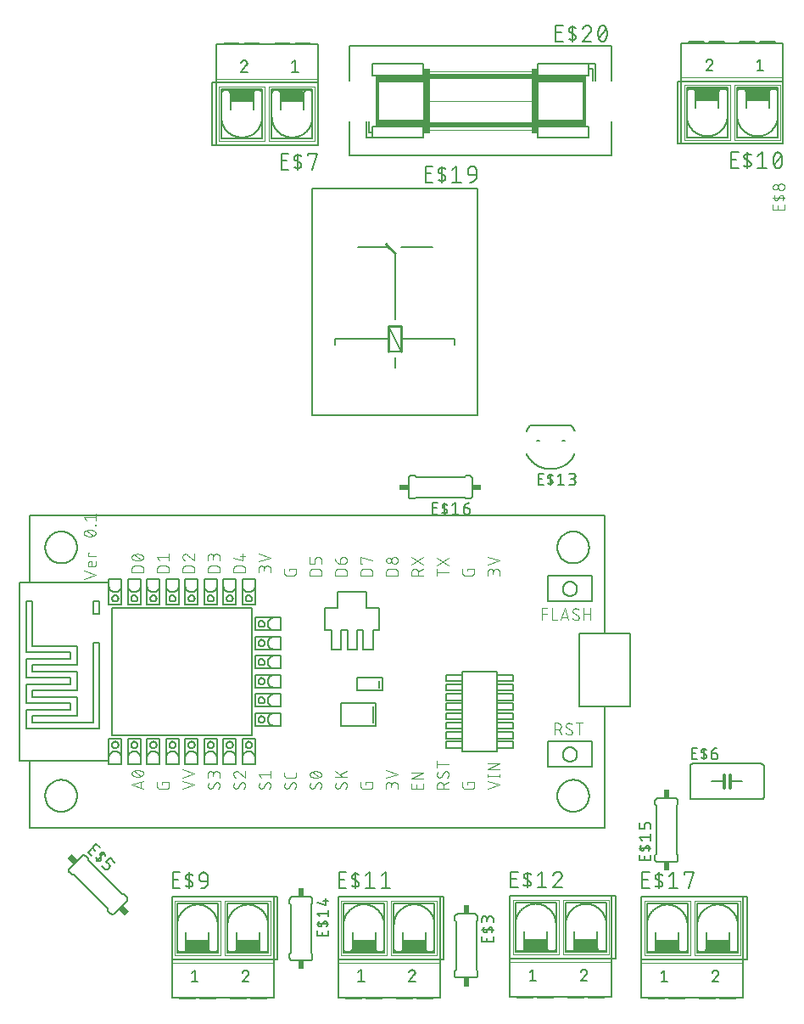
<source format=gbr>
G04 EAGLE Gerber RS-274X export*
G75*
%MOMM*%
%FSLAX34Y34*%
%LPD*%
%INSilkscreen Top*%
%IPPOS*%
%AMOC8*
5,1,8,0,0,1.08239X$1,22.5*%
G01*
%ADD10C,0.127000*%
%ADD11C,0.101600*%
%ADD12C,0.152400*%
%ADD13R,0.863600X0.609600*%
%ADD14C,0.304800*%
%ADD15R,0.609600X0.863600*%
%ADD16C,0.050800*%
%ADD17R,2.286000X1.143000*%
%ADD18C,0.177800*%
%ADD19C,0.254000*%
%ADD20R,0.381000X4.064000*%
%ADD21R,0.889000X0.127000*%
%ADD22R,0.635000X1.143000*%
%ADD23R,0.635000X4.064000*%
%ADD24R,10.160000X0.508000*%
%ADD25R,3.937000X0.127000*%
%ADD26R,4.826000X0.508000*%


D10*
X-461010Y-173863D02*
X-461010Y-107188D01*
X-470535Y-107188D01*
X-470535Y70612D01*
X-461010Y70612D01*
X-461010Y137287D01*
X113665Y137287D01*
X113665Y19812D01*
X139065Y19812D01*
X139065Y-53213D02*
X113665Y-53213D01*
X113665Y-173863D01*
X-461010Y-173863D01*
X-238760Y-81788D02*
X-238760Y45212D01*
X-378460Y45212D01*
X-378460Y-81788D01*
X-238760Y-81788D01*
X-368935Y-84963D02*
X-381635Y-84963D01*
X-368935Y-84963D02*
X-368935Y-104013D01*
X-381635Y-104013D02*
X-381635Y-84963D01*
X-381635Y-104013D02*
X-381633Y-103855D01*
X-381627Y-103696D01*
X-381617Y-103538D01*
X-381603Y-103381D01*
X-381586Y-103223D01*
X-381564Y-103067D01*
X-381539Y-102910D01*
X-381509Y-102755D01*
X-381476Y-102600D01*
X-381439Y-102446D01*
X-381398Y-102293D01*
X-381353Y-102141D01*
X-381304Y-101991D01*
X-381252Y-101841D01*
X-381196Y-101693D01*
X-381136Y-101546D01*
X-381073Y-101401D01*
X-381006Y-101258D01*
X-380936Y-101116D01*
X-380862Y-100976D01*
X-380784Y-100838D01*
X-380703Y-100702D01*
X-380619Y-100568D01*
X-380532Y-100436D01*
X-380441Y-100306D01*
X-380347Y-100179D01*
X-380250Y-100054D01*
X-380149Y-99931D01*
X-380046Y-99811D01*
X-379940Y-99694D01*
X-379831Y-99579D01*
X-379719Y-99467D01*
X-379604Y-99358D01*
X-379487Y-99252D01*
X-379367Y-99149D01*
X-379244Y-99048D01*
X-379119Y-98951D01*
X-378992Y-98857D01*
X-378862Y-98766D01*
X-378730Y-98679D01*
X-378596Y-98595D01*
X-378460Y-98514D01*
X-378322Y-98436D01*
X-378182Y-98362D01*
X-378040Y-98292D01*
X-377897Y-98225D01*
X-377752Y-98162D01*
X-377605Y-98102D01*
X-377457Y-98046D01*
X-377307Y-97994D01*
X-377157Y-97945D01*
X-377005Y-97900D01*
X-376852Y-97859D01*
X-376698Y-97822D01*
X-376543Y-97789D01*
X-376388Y-97759D01*
X-376231Y-97734D01*
X-376075Y-97712D01*
X-375917Y-97695D01*
X-375760Y-97681D01*
X-375602Y-97671D01*
X-375443Y-97665D01*
X-375285Y-97663D01*
X-375127Y-97665D01*
X-374968Y-97671D01*
X-374810Y-97681D01*
X-374653Y-97695D01*
X-374495Y-97712D01*
X-374339Y-97734D01*
X-374182Y-97759D01*
X-374027Y-97789D01*
X-373872Y-97822D01*
X-373718Y-97859D01*
X-373565Y-97900D01*
X-373413Y-97945D01*
X-373263Y-97994D01*
X-373113Y-98046D01*
X-372965Y-98102D01*
X-372818Y-98162D01*
X-372673Y-98225D01*
X-372530Y-98292D01*
X-372388Y-98362D01*
X-372248Y-98436D01*
X-372110Y-98514D01*
X-371974Y-98595D01*
X-371840Y-98679D01*
X-371708Y-98766D01*
X-371578Y-98857D01*
X-371451Y-98951D01*
X-371326Y-99048D01*
X-371203Y-99149D01*
X-371083Y-99252D01*
X-370966Y-99358D01*
X-370851Y-99467D01*
X-370739Y-99579D01*
X-370630Y-99694D01*
X-370524Y-99811D01*
X-370421Y-99931D01*
X-370320Y-100054D01*
X-370223Y-100179D01*
X-370129Y-100306D01*
X-370038Y-100436D01*
X-369951Y-100568D01*
X-369867Y-100702D01*
X-369786Y-100838D01*
X-369708Y-100976D01*
X-369634Y-101116D01*
X-369564Y-101258D01*
X-369497Y-101401D01*
X-369434Y-101546D01*
X-369374Y-101693D01*
X-369318Y-101841D01*
X-369266Y-101991D01*
X-369217Y-102141D01*
X-369172Y-102293D01*
X-369131Y-102446D01*
X-369094Y-102600D01*
X-369061Y-102755D01*
X-369031Y-102910D01*
X-369006Y-103067D01*
X-368984Y-103223D01*
X-368967Y-103381D01*
X-368953Y-103538D01*
X-368943Y-103696D01*
X-368937Y-103855D01*
X-368935Y-104013D01*
X-368935Y-110363D01*
X-381635Y-110363D01*
X-381635Y-107188D01*
X-381635Y-104013D01*
X-362585Y-84963D02*
X-349885Y-84963D01*
X-349885Y-104013D01*
X-362585Y-104013D02*
X-362585Y-84963D01*
X-362585Y-104013D02*
X-362583Y-103855D01*
X-362577Y-103696D01*
X-362567Y-103538D01*
X-362553Y-103381D01*
X-362536Y-103223D01*
X-362514Y-103067D01*
X-362489Y-102910D01*
X-362459Y-102755D01*
X-362426Y-102600D01*
X-362389Y-102446D01*
X-362348Y-102293D01*
X-362303Y-102141D01*
X-362254Y-101991D01*
X-362202Y-101841D01*
X-362146Y-101693D01*
X-362086Y-101546D01*
X-362023Y-101401D01*
X-361956Y-101258D01*
X-361886Y-101116D01*
X-361812Y-100976D01*
X-361734Y-100838D01*
X-361653Y-100702D01*
X-361569Y-100568D01*
X-361482Y-100436D01*
X-361391Y-100306D01*
X-361297Y-100179D01*
X-361200Y-100054D01*
X-361099Y-99931D01*
X-360996Y-99811D01*
X-360890Y-99694D01*
X-360781Y-99579D01*
X-360669Y-99467D01*
X-360554Y-99358D01*
X-360437Y-99252D01*
X-360317Y-99149D01*
X-360194Y-99048D01*
X-360069Y-98951D01*
X-359942Y-98857D01*
X-359812Y-98766D01*
X-359680Y-98679D01*
X-359546Y-98595D01*
X-359410Y-98514D01*
X-359272Y-98436D01*
X-359132Y-98362D01*
X-358990Y-98292D01*
X-358847Y-98225D01*
X-358702Y-98162D01*
X-358555Y-98102D01*
X-358407Y-98046D01*
X-358257Y-97994D01*
X-358107Y-97945D01*
X-357955Y-97900D01*
X-357802Y-97859D01*
X-357648Y-97822D01*
X-357493Y-97789D01*
X-357338Y-97759D01*
X-357181Y-97734D01*
X-357025Y-97712D01*
X-356867Y-97695D01*
X-356710Y-97681D01*
X-356552Y-97671D01*
X-356393Y-97665D01*
X-356235Y-97663D01*
X-356077Y-97665D01*
X-355918Y-97671D01*
X-355760Y-97681D01*
X-355603Y-97695D01*
X-355445Y-97712D01*
X-355289Y-97734D01*
X-355132Y-97759D01*
X-354977Y-97789D01*
X-354822Y-97822D01*
X-354668Y-97859D01*
X-354515Y-97900D01*
X-354363Y-97945D01*
X-354213Y-97994D01*
X-354063Y-98046D01*
X-353915Y-98102D01*
X-353768Y-98162D01*
X-353623Y-98225D01*
X-353480Y-98292D01*
X-353338Y-98362D01*
X-353198Y-98436D01*
X-353060Y-98514D01*
X-352924Y-98595D01*
X-352790Y-98679D01*
X-352658Y-98766D01*
X-352528Y-98857D01*
X-352401Y-98951D01*
X-352276Y-99048D01*
X-352153Y-99149D01*
X-352033Y-99252D01*
X-351916Y-99358D01*
X-351801Y-99467D01*
X-351689Y-99579D01*
X-351580Y-99694D01*
X-351474Y-99811D01*
X-351371Y-99931D01*
X-351270Y-100054D01*
X-351173Y-100179D01*
X-351079Y-100306D01*
X-350988Y-100436D01*
X-350901Y-100568D01*
X-350817Y-100702D01*
X-350736Y-100838D01*
X-350658Y-100976D01*
X-350584Y-101116D01*
X-350514Y-101258D01*
X-350447Y-101401D01*
X-350384Y-101546D01*
X-350324Y-101693D01*
X-350268Y-101841D01*
X-350216Y-101991D01*
X-350167Y-102141D01*
X-350122Y-102293D01*
X-350081Y-102446D01*
X-350044Y-102600D01*
X-350011Y-102755D01*
X-349981Y-102910D01*
X-349956Y-103067D01*
X-349934Y-103223D01*
X-349917Y-103381D01*
X-349903Y-103538D01*
X-349893Y-103696D01*
X-349887Y-103855D01*
X-349885Y-104013D01*
X-349885Y-110363D01*
X-362585Y-110363D01*
X-362585Y-104013D01*
X-343535Y-84963D02*
X-330835Y-84963D01*
X-330835Y-104013D01*
X-343535Y-104013D02*
X-343535Y-84963D01*
X-343535Y-104013D02*
X-343533Y-103855D01*
X-343527Y-103696D01*
X-343517Y-103538D01*
X-343503Y-103381D01*
X-343486Y-103223D01*
X-343464Y-103067D01*
X-343439Y-102910D01*
X-343409Y-102755D01*
X-343376Y-102600D01*
X-343339Y-102446D01*
X-343298Y-102293D01*
X-343253Y-102141D01*
X-343204Y-101991D01*
X-343152Y-101841D01*
X-343096Y-101693D01*
X-343036Y-101546D01*
X-342973Y-101401D01*
X-342906Y-101258D01*
X-342836Y-101116D01*
X-342762Y-100976D01*
X-342684Y-100838D01*
X-342603Y-100702D01*
X-342519Y-100568D01*
X-342432Y-100436D01*
X-342341Y-100306D01*
X-342247Y-100179D01*
X-342150Y-100054D01*
X-342049Y-99931D01*
X-341946Y-99811D01*
X-341840Y-99694D01*
X-341731Y-99579D01*
X-341619Y-99467D01*
X-341504Y-99358D01*
X-341387Y-99252D01*
X-341267Y-99149D01*
X-341144Y-99048D01*
X-341019Y-98951D01*
X-340892Y-98857D01*
X-340762Y-98766D01*
X-340630Y-98679D01*
X-340496Y-98595D01*
X-340360Y-98514D01*
X-340222Y-98436D01*
X-340082Y-98362D01*
X-339940Y-98292D01*
X-339797Y-98225D01*
X-339652Y-98162D01*
X-339505Y-98102D01*
X-339357Y-98046D01*
X-339207Y-97994D01*
X-339057Y-97945D01*
X-338905Y-97900D01*
X-338752Y-97859D01*
X-338598Y-97822D01*
X-338443Y-97789D01*
X-338288Y-97759D01*
X-338131Y-97734D01*
X-337975Y-97712D01*
X-337817Y-97695D01*
X-337660Y-97681D01*
X-337502Y-97671D01*
X-337343Y-97665D01*
X-337185Y-97663D01*
X-337027Y-97665D01*
X-336868Y-97671D01*
X-336710Y-97681D01*
X-336553Y-97695D01*
X-336395Y-97712D01*
X-336239Y-97734D01*
X-336082Y-97759D01*
X-335927Y-97789D01*
X-335772Y-97822D01*
X-335618Y-97859D01*
X-335465Y-97900D01*
X-335313Y-97945D01*
X-335163Y-97994D01*
X-335013Y-98046D01*
X-334865Y-98102D01*
X-334718Y-98162D01*
X-334573Y-98225D01*
X-334430Y-98292D01*
X-334288Y-98362D01*
X-334148Y-98436D01*
X-334010Y-98514D01*
X-333874Y-98595D01*
X-333740Y-98679D01*
X-333608Y-98766D01*
X-333478Y-98857D01*
X-333351Y-98951D01*
X-333226Y-99048D01*
X-333103Y-99149D01*
X-332983Y-99252D01*
X-332866Y-99358D01*
X-332751Y-99467D01*
X-332639Y-99579D01*
X-332530Y-99694D01*
X-332424Y-99811D01*
X-332321Y-99931D01*
X-332220Y-100054D01*
X-332123Y-100179D01*
X-332029Y-100306D01*
X-331938Y-100436D01*
X-331851Y-100568D01*
X-331767Y-100702D01*
X-331686Y-100838D01*
X-331608Y-100976D01*
X-331534Y-101116D01*
X-331464Y-101258D01*
X-331397Y-101401D01*
X-331334Y-101546D01*
X-331274Y-101693D01*
X-331218Y-101841D01*
X-331166Y-101991D01*
X-331117Y-102141D01*
X-331072Y-102293D01*
X-331031Y-102446D01*
X-330994Y-102600D01*
X-330961Y-102755D01*
X-330931Y-102910D01*
X-330906Y-103067D01*
X-330884Y-103223D01*
X-330867Y-103381D01*
X-330853Y-103538D01*
X-330843Y-103696D01*
X-330837Y-103855D01*
X-330835Y-104013D01*
X-330835Y-110363D01*
X-343535Y-110363D01*
X-343535Y-104013D01*
X-324485Y-84963D02*
X-311785Y-84963D01*
X-311785Y-104013D01*
X-324485Y-104013D02*
X-324485Y-84963D01*
X-324485Y-104013D02*
X-324483Y-103855D01*
X-324477Y-103696D01*
X-324467Y-103538D01*
X-324453Y-103381D01*
X-324436Y-103223D01*
X-324414Y-103067D01*
X-324389Y-102910D01*
X-324359Y-102755D01*
X-324326Y-102600D01*
X-324289Y-102446D01*
X-324248Y-102293D01*
X-324203Y-102141D01*
X-324154Y-101991D01*
X-324102Y-101841D01*
X-324046Y-101693D01*
X-323986Y-101546D01*
X-323923Y-101401D01*
X-323856Y-101258D01*
X-323786Y-101116D01*
X-323712Y-100976D01*
X-323634Y-100838D01*
X-323553Y-100702D01*
X-323469Y-100568D01*
X-323382Y-100436D01*
X-323291Y-100306D01*
X-323197Y-100179D01*
X-323100Y-100054D01*
X-322999Y-99931D01*
X-322896Y-99811D01*
X-322790Y-99694D01*
X-322681Y-99579D01*
X-322569Y-99467D01*
X-322454Y-99358D01*
X-322337Y-99252D01*
X-322217Y-99149D01*
X-322094Y-99048D01*
X-321969Y-98951D01*
X-321842Y-98857D01*
X-321712Y-98766D01*
X-321580Y-98679D01*
X-321446Y-98595D01*
X-321310Y-98514D01*
X-321172Y-98436D01*
X-321032Y-98362D01*
X-320890Y-98292D01*
X-320747Y-98225D01*
X-320602Y-98162D01*
X-320455Y-98102D01*
X-320307Y-98046D01*
X-320157Y-97994D01*
X-320007Y-97945D01*
X-319855Y-97900D01*
X-319702Y-97859D01*
X-319548Y-97822D01*
X-319393Y-97789D01*
X-319238Y-97759D01*
X-319081Y-97734D01*
X-318925Y-97712D01*
X-318767Y-97695D01*
X-318610Y-97681D01*
X-318452Y-97671D01*
X-318293Y-97665D01*
X-318135Y-97663D01*
X-317977Y-97665D01*
X-317818Y-97671D01*
X-317660Y-97681D01*
X-317503Y-97695D01*
X-317345Y-97712D01*
X-317189Y-97734D01*
X-317032Y-97759D01*
X-316877Y-97789D01*
X-316722Y-97822D01*
X-316568Y-97859D01*
X-316415Y-97900D01*
X-316263Y-97945D01*
X-316113Y-97994D01*
X-315963Y-98046D01*
X-315815Y-98102D01*
X-315668Y-98162D01*
X-315523Y-98225D01*
X-315380Y-98292D01*
X-315238Y-98362D01*
X-315098Y-98436D01*
X-314960Y-98514D01*
X-314824Y-98595D01*
X-314690Y-98679D01*
X-314558Y-98766D01*
X-314428Y-98857D01*
X-314301Y-98951D01*
X-314176Y-99048D01*
X-314053Y-99149D01*
X-313933Y-99252D01*
X-313816Y-99358D01*
X-313701Y-99467D01*
X-313589Y-99579D01*
X-313480Y-99694D01*
X-313374Y-99811D01*
X-313271Y-99931D01*
X-313170Y-100054D01*
X-313073Y-100179D01*
X-312979Y-100306D01*
X-312888Y-100436D01*
X-312801Y-100568D01*
X-312717Y-100702D01*
X-312636Y-100838D01*
X-312558Y-100976D01*
X-312484Y-101116D01*
X-312414Y-101258D01*
X-312347Y-101401D01*
X-312284Y-101546D01*
X-312224Y-101693D01*
X-312168Y-101841D01*
X-312116Y-101991D01*
X-312067Y-102141D01*
X-312022Y-102293D01*
X-311981Y-102446D01*
X-311944Y-102600D01*
X-311911Y-102755D01*
X-311881Y-102910D01*
X-311856Y-103067D01*
X-311834Y-103223D01*
X-311817Y-103381D01*
X-311803Y-103538D01*
X-311793Y-103696D01*
X-311787Y-103855D01*
X-311785Y-104013D01*
X-311785Y-110363D01*
X-324485Y-110363D01*
X-324485Y-104013D01*
X-305435Y-84963D02*
X-292735Y-84963D01*
X-292735Y-104013D01*
X-305435Y-104013D02*
X-305435Y-84963D01*
X-305435Y-104013D02*
X-305433Y-103855D01*
X-305427Y-103696D01*
X-305417Y-103538D01*
X-305403Y-103381D01*
X-305386Y-103223D01*
X-305364Y-103067D01*
X-305339Y-102910D01*
X-305309Y-102755D01*
X-305276Y-102600D01*
X-305239Y-102446D01*
X-305198Y-102293D01*
X-305153Y-102141D01*
X-305104Y-101991D01*
X-305052Y-101841D01*
X-304996Y-101693D01*
X-304936Y-101546D01*
X-304873Y-101401D01*
X-304806Y-101258D01*
X-304736Y-101116D01*
X-304662Y-100976D01*
X-304584Y-100838D01*
X-304503Y-100702D01*
X-304419Y-100568D01*
X-304332Y-100436D01*
X-304241Y-100306D01*
X-304147Y-100179D01*
X-304050Y-100054D01*
X-303949Y-99931D01*
X-303846Y-99811D01*
X-303740Y-99694D01*
X-303631Y-99579D01*
X-303519Y-99467D01*
X-303404Y-99358D01*
X-303287Y-99252D01*
X-303167Y-99149D01*
X-303044Y-99048D01*
X-302919Y-98951D01*
X-302792Y-98857D01*
X-302662Y-98766D01*
X-302530Y-98679D01*
X-302396Y-98595D01*
X-302260Y-98514D01*
X-302122Y-98436D01*
X-301982Y-98362D01*
X-301840Y-98292D01*
X-301697Y-98225D01*
X-301552Y-98162D01*
X-301405Y-98102D01*
X-301257Y-98046D01*
X-301107Y-97994D01*
X-300957Y-97945D01*
X-300805Y-97900D01*
X-300652Y-97859D01*
X-300498Y-97822D01*
X-300343Y-97789D01*
X-300188Y-97759D01*
X-300031Y-97734D01*
X-299875Y-97712D01*
X-299717Y-97695D01*
X-299560Y-97681D01*
X-299402Y-97671D01*
X-299243Y-97665D01*
X-299085Y-97663D01*
X-298927Y-97665D01*
X-298768Y-97671D01*
X-298610Y-97681D01*
X-298453Y-97695D01*
X-298295Y-97712D01*
X-298139Y-97734D01*
X-297982Y-97759D01*
X-297827Y-97789D01*
X-297672Y-97822D01*
X-297518Y-97859D01*
X-297365Y-97900D01*
X-297213Y-97945D01*
X-297063Y-97994D01*
X-296913Y-98046D01*
X-296765Y-98102D01*
X-296618Y-98162D01*
X-296473Y-98225D01*
X-296330Y-98292D01*
X-296188Y-98362D01*
X-296048Y-98436D01*
X-295910Y-98514D01*
X-295774Y-98595D01*
X-295640Y-98679D01*
X-295508Y-98766D01*
X-295378Y-98857D01*
X-295251Y-98951D01*
X-295126Y-99048D01*
X-295003Y-99149D01*
X-294883Y-99252D01*
X-294766Y-99358D01*
X-294651Y-99467D01*
X-294539Y-99579D01*
X-294430Y-99694D01*
X-294324Y-99811D01*
X-294221Y-99931D01*
X-294120Y-100054D01*
X-294023Y-100179D01*
X-293929Y-100306D01*
X-293838Y-100436D01*
X-293751Y-100568D01*
X-293667Y-100702D01*
X-293586Y-100838D01*
X-293508Y-100976D01*
X-293434Y-101116D01*
X-293364Y-101258D01*
X-293297Y-101401D01*
X-293234Y-101546D01*
X-293174Y-101693D01*
X-293118Y-101841D01*
X-293066Y-101991D01*
X-293017Y-102141D01*
X-292972Y-102293D01*
X-292931Y-102446D01*
X-292894Y-102600D01*
X-292861Y-102755D01*
X-292831Y-102910D01*
X-292806Y-103067D01*
X-292784Y-103223D01*
X-292767Y-103381D01*
X-292753Y-103538D01*
X-292743Y-103696D01*
X-292737Y-103855D01*
X-292735Y-104013D01*
X-292735Y-110363D01*
X-305435Y-110363D01*
X-305435Y-104013D01*
X-286385Y-84963D02*
X-273685Y-84963D01*
X-273685Y-104013D01*
X-286385Y-104013D02*
X-286385Y-84963D01*
X-286385Y-104013D02*
X-286383Y-103855D01*
X-286377Y-103696D01*
X-286367Y-103538D01*
X-286353Y-103381D01*
X-286336Y-103223D01*
X-286314Y-103067D01*
X-286289Y-102910D01*
X-286259Y-102755D01*
X-286226Y-102600D01*
X-286189Y-102446D01*
X-286148Y-102293D01*
X-286103Y-102141D01*
X-286054Y-101991D01*
X-286002Y-101841D01*
X-285946Y-101693D01*
X-285886Y-101546D01*
X-285823Y-101401D01*
X-285756Y-101258D01*
X-285686Y-101116D01*
X-285612Y-100976D01*
X-285534Y-100838D01*
X-285453Y-100702D01*
X-285369Y-100568D01*
X-285282Y-100436D01*
X-285191Y-100306D01*
X-285097Y-100179D01*
X-285000Y-100054D01*
X-284899Y-99931D01*
X-284796Y-99811D01*
X-284690Y-99694D01*
X-284581Y-99579D01*
X-284469Y-99467D01*
X-284354Y-99358D01*
X-284237Y-99252D01*
X-284117Y-99149D01*
X-283994Y-99048D01*
X-283869Y-98951D01*
X-283742Y-98857D01*
X-283612Y-98766D01*
X-283480Y-98679D01*
X-283346Y-98595D01*
X-283210Y-98514D01*
X-283072Y-98436D01*
X-282932Y-98362D01*
X-282790Y-98292D01*
X-282647Y-98225D01*
X-282502Y-98162D01*
X-282355Y-98102D01*
X-282207Y-98046D01*
X-282057Y-97994D01*
X-281907Y-97945D01*
X-281755Y-97900D01*
X-281602Y-97859D01*
X-281448Y-97822D01*
X-281293Y-97789D01*
X-281138Y-97759D01*
X-280981Y-97734D01*
X-280825Y-97712D01*
X-280667Y-97695D01*
X-280510Y-97681D01*
X-280352Y-97671D01*
X-280193Y-97665D01*
X-280035Y-97663D01*
X-279877Y-97665D01*
X-279718Y-97671D01*
X-279560Y-97681D01*
X-279403Y-97695D01*
X-279245Y-97712D01*
X-279089Y-97734D01*
X-278932Y-97759D01*
X-278777Y-97789D01*
X-278622Y-97822D01*
X-278468Y-97859D01*
X-278315Y-97900D01*
X-278163Y-97945D01*
X-278013Y-97994D01*
X-277863Y-98046D01*
X-277715Y-98102D01*
X-277568Y-98162D01*
X-277423Y-98225D01*
X-277280Y-98292D01*
X-277138Y-98362D01*
X-276998Y-98436D01*
X-276860Y-98514D01*
X-276724Y-98595D01*
X-276590Y-98679D01*
X-276458Y-98766D01*
X-276328Y-98857D01*
X-276201Y-98951D01*
X-276076Y-99048D01*
X-275953Y-99149D01*
X-275833Y-99252D01*
X-275716Y-99358D01*
X-275601Y-99467D01*
X-275489Y-99579D01*
X-275380Y-99694D01*
X-275274Y-99811D01*
X-275171Y-99931D01*
X-275070Y-100054D01*
X-274973Y-100179D01*
X-274879Y-100306D01*
X-274788Y-100436D01*
X-274701Y-100568D01*
X-274617Y-100702D01*
X-274536Y-100838D01*
X-274458Y-100976D01*
X-274384Y-101116D01*
X-274314Y-101258D01*
X-274247Y-101401D01*
X-274184Y-101546D01*
X-274124Y-101693D01*
X-274068Y-101841D01*
X-274016Y-101991D01*
X-273967Y-102141D01*
X-273922Y-102293D01*
X-273881Y-102446D01*
X-273844Y-102600D01*
X-273811Y-102755D01*
X-273781Y-102910D01*
X-273756Y-103067D01*
X-273734Y-103223D01*
X-273717Y-103381D01*
X-273703Y-103538D01*
X-273693Y-103696D01*
X-273687Y-103855D01*
X-273685Y-104013D01*
X-273685Y-110363D01*
X-286385Y-110363D01*
X-286385Y-104013D01*
X-267335Y-84963D02*
X-254635Y-84963D01*
X-254635Y-104013D01*
X-267335Y-104013D02*
X-267335Y-84963D01*
X-267335Y-104013D02*
X-267333Y-103855D01*
X-267327Y-103696D01*
X-267317Y-103538D01*
X-267303Y-103381D01*
X-267286Y-103223D01*
X-267264Y-103067D01*
X-267239Y-102910D01*
X-267209Y-102755D01*
X-267176Y-102600D01*
X-267139Y-102446D01*
X-267098Y-102293D01*
X-267053Y-102141D01*
X-267004Y-101991D01*
X-266952Y-101841D01*
X-266896Y-101693D01*
X-266836Y-101546D01*
X-266773Y-101401D01*
X-266706Y-101258D01*
X-266636Y-101116D01*
X-266562Y-100976D01*
X-266484Y-100838D01*
X-266403Y-100702D01*
X-266319Y-100568D01*
X-266232Y-100436D01*
X-266141Y-100306D01*
X-266047Y-100179D01*
X-265950Y-100054D01*
X-265849Y-99931D01*
X-265746Y-99811D01*
X-265640Y-99694D01*
X-265531Y-99579D01*
X-265419Y-99467D01*
X-265304Y-99358D01*
X-265187Y-99252D01*
X-265067Y-99149D01*
X-264944Y-99048D01*
X-264819Y-98951D01*
X-264692Y-98857D01*
X-264562Y-98766D01*
X-264430Y-98679D01*
X-264296Y-98595D01*
X-264160Y-98514D01*
X-264022Y-98436D01*
X-263882Y-98362D01*
X-263740Y-98292D01*
X-263597Y-98225D01*
X-263452Y-98162D01*
X-263305Y-98102D01*
X-263157Y-98046D01*
X-263007Y-97994D01*
X-262857Y-97945D01*
X-262705Y-97900D01*
X-262552Y-97859D01*
X-262398Y-97822D01*
X-262243Y-97789D01*
X-262088Y-97759D01*
X-261931Y-97734D01*
X-261775Y-97712D01*
X-261617Y-97695D01*
X-261460Y-97681D01*
X-261302Y-97671D01*
X-261143Y-97665D01*
X-260985Y-97663D01*
X-260827Y-97665D01*
X-260668Y-97671D01*
X-260510Y-97681D01*
X-260353Y-97695D01*
X-260195Y-97712D01*
X-260039Y-97734D01*
X-259882Y-97759D01*
X-259727Y-97789D01*
X-259572Y-97822D01*
X-259418Y-97859D01*
X-259265Y-97900D01*
X-259113Y-97945D01*
X-258963Y-97994D01*
X-258813Y-98046D01*
X-258665Y-98102D01*
X-258518Y-98162D01*
X-258373Y-98225D01*
X-258230Y-98292D01*
X-258088Y-98362D01*
X-257948Y-98436D01*
X-257810Y-98514D01*
X-257674Y-98595D01*
X-257540Y-98679D01*
X-257408Y-98766D01*
X-257278Y-98857D01*
X-257151Y-98951D01*
X-257026Y-99048D01*
X-256903Y-99149D01*
X-256783Y-99252D01*
X-256666Y-99358D01*
X-256551Y-99467D01*
X-256439Y-99579D01*
X-256330Y-99694D01*
X-256224Y-99811D01*
X-256121Y-99931D01*
X-256020Y-100054D01*
X-255923Y-100179D01*
X-255829Y-100306D01*
X-255738Y-100436D01*
X-255651Y-100568D01*
X-255567Y-100702D01*
X-255486Y-100838D01*
X-255408Y-100976D01*
X-255334Y-101116D01*
X-255264Y-101258D01*
X-255197Y-101401D01*
X-255134Y-101546D01*
X-255074Y-101693D01*
X-255018Y-101841D01*
X-254966Y-101991D01*
X-254917Y-102141D01*
X-254872Y-102293D01*
X-254831Y-102446D01*
X-254794Y-102600D01*
X-254761Y-102755D01*
X-254731Y-102910D01*
X-254706Y-103067D01*
X-254684Y-103223D01*
X-254667Y-103381D01*
X-254653Y-103538D01*
X-254643Y-103696D01*
X-254637Y-103855D01*
X-254635Y-104013D01*
X-254635Y-110363D01*
X-267335Y-110363D01*
X-267335Y-104013D01*
X-248285Y-84963D02*
X-235585Y-84963D01*
X-235585Y-104013D01*
X-248285Y-104013D02*
X-248285Y-84963D01*
X-248285Y-104013D02*
X-248283Y-103855D01*
X-248277Y-103696D01*
X-248267Y-103538D01*
X-248253Y-103381D01*
X-248236Y-103223D01*
X-248214Y-103067D01*
X-248189Y-102910D01*
X-248159Y-102755D01*
X-248126Y-102600D01*
X-248089Y-102446D01*
X-248048Y-102293D01*
X-248003Y-102141D01*
X-247954Y-101991D01*
X-247902Y-101841D01*
X-247846Y-101693D01*
X-247786Y-101546D01*
X-247723Y-101401D01*
X-247656Y-101258D01*
X-247586Y-101116D01*
X-247512Y-100976D01*
X-247434Y-100838D01*
X-247353Y-100702D01*
X-247269Y-100568D01*
X-247182Y-100436D01*
X-247091Y-100306D01*
X-246997Y-100179D01*
X-246900Y-100054D01*
X-246799Y-99931D01*
X-246696Y-99811D01*
X-246590Y-99694D01*
X-246481Y-99579D01*
X-246369Y-99467D01*
X-246254Y-99358D01*
X-246137Y-99252D01*
X-246017Y-99149D01*
X-245894Y-99048D01*
X-245769Y-98951D01*
X-245642Y-98857D01*
X-245512Y-98766D01*
X-245380Y-98679D01*
X-245246Y-98595D01*
X-245110Y-98514D01*
X-244972Y-98436D01*
X-244832Y-98362D01*
X-244690Y-98292D01*
X-244547Y-98225D01*
X-244402Y-98162D01*
X-244255Y-98102D01*
X-244107Y-98046D01*
X-243957Y-97994D01*
X-243807Y-97945D01*
X-243655Y-97900D01*
X-243502Y-97859D01*
X-243348Y-97822D01*
X-243193Y-97789D01*
X-243038Y-97759D01*
X-242881Y-97734D01*
X-242725Y-97712D01*
X-242567Y-97695D01*
X-242410Y-97681D01*
X-242252Y-97671D01*
X-242093Y-97665D01*
X-241935Y-97663D01*
X-241777Y-97665D01*
X-241618Y-97671D01*
X-241460Y-97681D01*
X-241303Y-97695D01*
X-241145Y-97712D01*
X-240989Y-97734D01*
X-240832Y-97759D01*
X-240677Y-97789D01*
X-240522Y-97822D01*
X-240368Y-97859D01*
X-240215Y-97900D01*
X-240063Y-97945D01*
X-239913Y-97994D01*
X-239763Y-98046D01*
X-239615Y-98102D01*
X-239468Y-98162D01*
X-239323Y-98225D01*
X-239180Y-98292D01*
X-239038Y-98362D01*
X-238898Y-98436D01*
X-238760Y-98514D01*
X-238624Y-98595D01*
X-238490Y-98679D01*
X-238358Y-98766D01*
X-238228Y-98857D01*
X-238101Y-98951D01*
X-237976Y-99048D01*
X-237853Y-99149D01*
X-237733Y-99252D01*
X-237616Y-99358D01*
X-237501Y-99467D01*
X-237389Y-99579D01*
X-237280Y-99694D01*
X-237174Y-99811D01*
X-237071Y-99931D01*
X-236970Y-100054D01*
X-236873Y-100179D01*
X-236779Y-100306D01*
X-236688Y-100436D01*
X-236601Y-100568D01*
X-236517Y-100702D01*
X-236436Y-100838D01*
X-236358Y-100976D01*
X-236284Y-101116D01*
X-236214Y-101258D01*
X-236147Y-101401D01*
X-236084Y-101546D01*
X-236024Y-101693D01*
X-235968Y-101841D01*
X-235916Y-101991D01*
X-235867Y-102141D01*
X-235822Y-102293D01*
X-235781Y-102446D01*
X-235744Y-102600D01*
X-235711Y-102755D01*
X-235681Y-102910D01*
X-235656Y-103067D01*
X-235634Y-103223D01*
X-235617Y-103381D01*
X-235603Y-103538D01*
X-235593Y-103696D01*
X-235587Y-103855D01*
X-235585Y-104013D01*
X-235585Y-110363D01*
X-248285Y-110363D01*
X-248285Y-104013D01*
X-248285Y48387D02*
X-235585Y48387D01*
X-248285Y48387D02*
X-248285Y67437D01*
X-248283Y67279D01*
X-248277Y67120D01*
X-248267Y66962D01*
X-248253Y66805D01*
X-248236Y66647D01*
X-248214Y66491D01*
X-248189Y66334D01*
X-248159Y66179D01*
X-248126Y66024D01*
X-248089Y65870D01*
X-248048Y65717D01*
X-248003Y65565D01*
X-247954Y65415D01*
X-247902Y65265D01*
X-247846Y65117D01*
X-247786Y64970D01*
X-247723Y64825D01*
X-247656Y64682D01*
X-247586Y64540D01*
X-247512Y64400D01*
X-247434Y64262D01*
X-247353Y64126D01*
X-247269Y63992D01*
X-247182Y63860D01*
X-247091Y63730D01*
X-246997Y63603D01*
X-246900Y63478D01*
X-246799Y63355D01*
X-246696Y63235D01*
X-246590Y63118D01*
X-246481Y63003D01*
X-246369Y62891D01*
X-246254Y62782D01*
X-246137Y62676D01*
X-246017Y62573D01*
X-245894Y62472D01*
X-245769Y62375D01*
X-245642Y62281D01*
X-245512Y62190D01*
X-245380Y62103D01*
X-245246Y62019D01*
X-245110Y61938D01*
X-244972Y61860D01*
X-244832Y61786D01*
X-244690Y61716D01*
X-244547Y61649D01*
X-244402Y61586D01*
X-244255Y61526D01*
X-244107Y61470D01*
X-243957Y61418D01*
X-243807Y61369D01*
X-243655Y61324D01*
X-243502Y61283D01*
X-243348Y61246D01*
X-243193Y61213D01*
X-243038Y61183D01*
X-242881Y61158D01*
X-242725Y61136D01*
X-242567Y61119D01*
X-242410Y61105D01*
X-242252Y61095D01*
X-242093Y61089D01*
X-241935Y61087D01*
X-241777Y61089D01*
X-241618Y61095D01*
X-241460Y61105D01*
X-241303Y61119D01*
X-241145Y61136D01*
X-240989Y61158D01*
X-240832Y61183D01*
X-240677Y61213D01*
X-240522Y61246D01*
X-240368Y61283D01*
X-240215Y61324D01*
X-240063Y61369D01*
X-239913Y61418D01*
X-239763Y61470D01*
X-239615Y61526D01*
X-239468Y61586D01*
X-239323Y61649D01*
X-239180Y61716D01*
X-239038Y61786D01*
X-238898Y61860D01*
X-238760Y61938D01*
X-238624Y62019D01*
X-238490Y62103D01*
X-238358Y62190D01*
X-238228Y62281D01*
X-238101Y62375D01*
X-237976Y62472D01*
X-237853Y62573D01*
X-237733Y62676D01*
X-237616Y62782D01*
X-237501Y62891D01*
X-237389Y63003D01*
X-237280Y63118D01*
X-237174Y63235D01*
X-237071Y63355D01*
X-236970Y63478D01*
X-236873Y63603D01*
X-236779Y63730D01*
X-236688Y63860D01*
X-236601Y63992D01*
X-236517Y64126D01*
X-236436Y64262D01*
X-236358Y64400D01*
X-236284Y64540D01*
X-236214Y64682D01*
X-236147Y64825D01*
X-236084Y64970D01*
X-236024Y65117D01*
X-235968Y65265D01*
X-235916Y65415D01*
X-235867Y65565D01*
X-235822Y65717D01*
X-235781Y65870D01*
X-235744Y66024D01*
X-235711Y66179D01*
X-235681Y66334D01*
X-235656Y66491D01*
X-235634Y66647D01*
X-235617Y66805D01*
X-235603Y66962D01*
X-235593Y67120D01*
X-235587Y67279D01*
X-235585Y67437D01*
X-248285Y67437D02*
X-248285Y73787D01*
X-235585Y73787D01*
X-235585Y67437D01*
X-254635Y48387D02*
X-267335Y48387D01*
X-267335Y67437D01*
X-254635Y67437D02*
X-254635Y48387D01*
X-254635Y67437D02*
X-254637Y67279D01*
X-254643Y67120D01*
X-254653Y66962D01*
X-254667Y66805D01*
X-254684Y66647D01*
X-254706Y66491D01*
X-254731Y66334D01*
X-254761Y66179D01*
X-254794Y66024D01*
X-254831Y65870D01*
X-254872Y65717D01*
X-254917Y65565D01*
X-254966Y65415D01*
X-255018Y65265D01*
X-255074Y65117D01*
X-255134Y64970D01*
X-255197Y64825D01*
X-255264Y64682D01*
X-255334Y64540D01*
X-255408Y64400D01*
X-255486Y64262D01*
X-255567Y64126D01*
X-255651Y63992D01*
X-255738Y63860D01*
X-255829Y63730D01*
X-255923Y63603D01*
X-256020Y63478D01*
X-256121Y63355D01*
X-256224Y63235D01*
X-256330Y63118D01*
X-256439Y63003D01*
X-256551Y62891D01*
X-256666Y62782D01*
X-256783Y62676D01*
X-256903Y62573D01*
X-257026Y62472D01*
X-257151Y62375D01*
X-257278Y62281D01*
X-257408Y62190D01*
X-257540Y62103D01*
X-257674Y62019D01*
X-257810Y61938D01*
X-257948Y61860D01*
X-258088Y61786D01*
X-258230Y61716D01*
X-258373Y61649D01*
X-258518Y61586D01*
X-258665Y61526D01*
X-258813Y61470D01*
X-258963Y61418D01*
X-259113Y61369D01*
X-259265Y61324D01*
X-259418Y61283D01*
X-259572Y61246D01*
X-259727Y61213D01*
X-259882Y61183D01*
X-260039Y61158D01*
X-260195Y61136D01*
X-260353Y61119D01*
X-260510Y61105D01*
X-260668Y61095D01*
X-260827Y61089D01*
X-260985Y61087D01*
X-261143Y61089D01*
X-261302Y61095D01*
X-261460Y61105D01*
X-261617Y61119D01*
X-261775Y61136D01*
X-261931Y61158D01*
X-262088Y61183D01*
X-262243Y61213D01*
X-262398Y61246D01*
X-262552Y61283D01*
X-262705Y61324D01*
X-262857Y61369D01*
X-263007Y61418D01*
X-263157Y61470D01*
X-263305Y61526D01*
X-263452Y61586D01*
X-263597Y61649D01*
X-263740Y61716D01*
X-263882Y61786D01*
X-264022Y61860D01*
X-264160Y61938D01*
X-264296Y62019D01*
X-264430Y62103D01*
X-264562Y62190D01*
X-264692Y62281D01*
X-264819Y62375D01*
X-264944Y62472D01*
X-265067Y62573D01*
X-265187Y62676D01*
X-265304Y62782D01*
X-265419Y62891D01*
X-265531Y63003D01*
X-265640Y63118D01*
X-265746Y63235D01*
X-265849Y63355D01*
X-265950Y63478D01*
X-266047Y63603D01*
X-266141Y63730D01*
X-266232Y63860D01*
X-266319Y63992D01*
X-266403Y64126D01*
X-266484Y64262D01*
X-266562Y64400D01*
X-266636Y64540D01*
X-266706Y64682D01*
X-266773Y64825D01*
X-266836Y64970D01*
X-266896Y65117D01*
X-266952Y65265D01*
X-267004Y65415D01*
X-267053Y65565D01*
X-267098Y65717D01*
X-267139Y65870D01*
X-267176Y66024D01*
X-267209Y66179D01*
X-267239Y66334D01*
X-267264Y66491D01*
X-267286Y66647D01*
X-267303Y66805D01*
X-267317Y66962D01*
X-267327Y67120D01*
X-267333Y67279D01*
X-267335Y67437D01*
X-267335Y73787D01*
X-254635Y73787D01*
X-254635Y67437D01*
X-273685Y48387D02*
X-286385Y48387D01*
X-286385Y67437D01*
X-273685Y67437D02*
X-273685Y48387D01*
X-273685Y67437D02*
X-273687Y67279D01*
X-273693Y67120D01*
X-273703Y66962D01*
X-273717Y66805D01*
X-273734Y66647D01*
X-273756Y66491D01*
X-273781Y66334D01*
X-273811Y66179D01*
X-273844Y66024D01*
X-273881Y65870D01*
X-273922Y65717D01*
X-273967Y65565D01*
X-274016Y65415D01*
X-274068Y65265D01*
X-274124Y65117D01*
X-274184Y64970D01*
X-274247Y64825D01*
X-274314Y64682D01*
X-274384Y64540D01*
X-274458Y64400D01*
X-274536Y64262D01*
X-274617Y64126D01*
X-274701Y63992D01*
X-274788Y63860D01*
X-274879Y63730D01*
X-274973Y63603D01*
X-275070Y63478D01*
X-275171Y63355D01*
X-275274Y63235D01*
X-275380Y63118D01*
X-275489Y63003D01*
X-275601Y62891D01*
X-275716Y62782D01*
X-275833Y62676D01*
X-275953Y62573D01*
X-276076Y62472D01*
X-276201Y62375D01*
X-276328Y62281D01*
X-276458Y62190D01*
X-276590Y62103D01*
X-276724Y62019D01*
X-276860Y61938D01*
X-276998Y61860D01*
X-277138Y61786D01*
X-277280Y61716D01*
X-277423Y61649D01*
X-277568Y61586D01*
X-277715Y61526D01*
X-277863Y61470D01*
X-278013Y61418D01*
X-278163Y61369D01*
X-278315Y61324D01*
X-278468Y61283D01*
X-278622Y61246D01*
X-278777Y61213D01*
X-278932Y61183D01*
X-279089Y61158D01*
X-279245Y61136D01*
X-279403Y61119D01*
X-279560Y61105D01*
X-279718Y61095D01*
X-279877Y61089D01*
X-280035Y61087D01*
X-280193Y61089D01*
X-280352Y61095D01*
X-280510Y61105D01*
X-280667Y61119D01*
X-280825Y61136D01*
X-280981Y61158D01*
X-281138Y61183D01*
X-281293Y61213D01*
X-281448Y61246D01*
X-281602Y61283D01*
X-281755Y61324D01*
X-281907Y61369D01*
X-282057Y61418D01*
X-282207Y61470D01*
X-282355Y61526D01*
X-282502Y61586D01*
X-282647Y61649D01*
X-282790Y61716D01*
X-282932Y61786D01*
X-283072Y61860D01*
X-283210Y61938D01*
X-283346Y62019D01*
X-283480Y62103D01*
X-283612Y62190D01*
X-283742Y62281D01*
X-283869Y62375D01*
X-283994Y62472D01*
X-284117Y62573D01*
X-284237Y62676D01*
X-284354Y62782D01*
X-284469Y62891D01*
X-284581Y63003D01*
X-284690Y63118D01*
X-284796Y63235D01*
X-284899Y63355D01*
X-285000Y63478D01*
X-285097Y63603D01*
X-285191Y63730D01*
X-285282Y63860D01*
X-285369Y63992D01*
X-285453Y64126D01*
X-285534Y64262D01*
X-285612Y64400D01*
X-285686Y64540D01*
X-285756Y64682D01*
X-285823Y64825D01*
X-285886Y64970D01*
X-285946Y65117D01*
X-286002Y65265D01*
X-286054Y65415D01*
X-286103Y65565D01*
X-286148Y65717D01*
X-286189Y65870D01*
X-286226Y66024D01*
X-286259Y66179D01*
X-286289Y66334D01*
X-286314Y66491D01*
X-286336Y66647D01*
X-286353Y66805D01*
X-286367Y66962D01*
X-286377Y67120D01*
X-286383Y67279D01*
X-286385Y67437D01*
X-286385Y73787D01*
X-273685Y73787D01*
X-273685Y67437D01*
X-292735Y48387D02*
X-305435Y48387D01*
X-305435Y67437D01*
X-292735Y67437D02*
X-292735Y48387D01*
X-292735Y67437D02*
X-292737Y67279D01*
X-292743Y67120D01*
X-292753Y66962D01*
X-292767Y66805D01*
X-292784Y66647D01*
X-292806Y66491D01*
X-292831Y66334D01*
X-292861Y66179D01*
X-292894Y66024D01*
X-292931Y65870D01*
X-292972Y65717D01*
X-293017Y65565D01*
X-293066Y65415D01*
X-293118Y65265D01*
X-293174Y65117D01*
X-293234Y64970D01*
X-293297Y64825D01*
X-293364Y64682D01*
X-293434Y64540D01*
X-293508Y64400D01*
X-293586Y64262D01*
X-293667Y64126D01*
X-293751Y63992D01*
X-293838Y63860D01*
X-293929Y63730D01*
X-294023Y63603D01*
X-294120Y63478D01*
X-294221Y63355D01*
X-294324Y63235D01*
X-294430Y63118D01*
X-294539Y63003D01*
X-294651Y62891D01*
X-294766Y62782D01*
X-294883Y62676D01*
X-295003Y62573D01*
X-295126Y62472D01*
X-295251Y62375D01*
X-295378Y62281D01*
X-295508Y62190D01*
X-295640Y62103D01*
X-295774Y62019D01*
X-295910Y61938D01*
X-296048Y61860D01*
X-296188Y61786D01*
X-296330Y61716D01*
X-296473Y61649D01*
X-296618Y61586D01*
X-296765Y61526D01*
X-296913Y61470D01*
X-297063Y61418D01*
X-297213Y61369D01*
X-297365Y61324D01*
X-297518Y61283D01*
X-297672Y61246D01*
X-297827Y61213D01*
X-297982Y61183D01*
X-298139Y61158D01*
X-298295Y61136D01*
X-298453Y61119D01*
X-298610Y61105D01*
X-298768Y61095D01*
X-298927Y61089D01*
X-299085Y61087D01*
X-299243Y61089D01*
X-299402Y61095D01*
X-299560Y61105D01*
X-299717Y61119D01*
X-299875Y61136D01*
X-300031Y61158D01*
X-300188Y61183D01*
X-300343Y61213D01*
X-300498Y61246D01*
X-300652Y61283D01*
X-300805Y61324D01*
X-300957Y61369D01*
X-301107Y61418D01*
X-301257Y61470D01*
X-301405Y61526D01*
X-301552Y61586D01*
X-301697Y61649D01*
X-301840Y61716D01*
X-301982Y61786D01*
X-302122Y61860D01*
X-302260Y61938D01*
X-302396Y62019D01*
X-302530Y62103D01*
X-302662Y62190D01*
X-302792Y62281D01*
X-302919Y62375D01*
X-303044Y62472D01*
X-303167Y62573D01*
X-303287Y62676D01*
X-303404Y62782D01*
X-303519Y62891D01*
X-303631Y63003D01*
X-303740Y63118D01*
X-303846Y63235D01*
X-303949Y63355D01*
X-304050Y63478D01*
X-304147Y63603D01*
X-304241Y63730D01*
X-304332Y63860D01*
X-304419Y63992D01*
X-304503Y64126D01*
X-304584Y64262D01*
X-304662Y64400D01*
X-304736Y64540D01*
X-304806Y64682D01*
X-304873Y64825D01*
X-304936Y64970D01*
X-304996Y65117D01*
X-305052Y65265D01*
X-305104Y65415D01*
X-305153Y65565D01*
X-305198Y65717D01*
X-305239Y65870D01*
X-305276Y66024D01*
X-305309Y66179D01*
X-305339Y66334D01*
X-305364Y66491D01*
X-305386Y66647D01*
X-305403Y66805D01*
X-305417Y66962D01*
X-305427Y67120D01*
X-305433Y67279D01*
X-305435Y67437D01*
X-305435Y73787D01*
X-292735Y73787D01*
X-292735Y67437D01*
X-311785Y48387D02*
X-324485Y48387D01*
X-324485Y67437D01*
X-311785Y67437D02*
X-311785Y48387D01*
X-311785Y67437D02*
X-311787Y67279D01*
X-311793Y67120D01*
X-311803Y66962D01*
X-311817Y66805D01*
X-311834Y66647D01*
X-311856Y66491D01*
X-311881Y66334D01*
X-311911Y66179D01*
X-311944Y66024D01*
X-311981Y65870D01*
X-312022Y65717D01*
X-312067Y65565D01*
X-312116Y65415D01*
X-312168Y65265D01*
X-312224Y65117D01*
X-312284Y64970D01*
X-312347Y64825D01*
X-312414Y64682D01*
X-312484Y64540D01*
X-312558Y64400D01*
X-312636Y64262D01*
X-312717Y64126D01*
X-312801Y63992D01*
X-312888Y63860D01*
X-312979Y63730D01*
X-313073Y63603D01*
X-313170Y63478D01*
X-313271Y63355D01*
X-313374Y63235D01*
X-313480Y63118D01*
X-313589Y63003D01*
X-313701Y62891D01*
X-313816Y62782D01*
X-313933Y62676D01*
X-314053Y62573D01*
X-314176Y62472D01*
X-314301Y62375D01*
X-314428Y62281D01*
X-314558Y62190D01*
X-314690Y62103D01*
X-314824Y62019D01*
X-314960Y61938D01*
X-315098Y61860D01*
X-315238Y61786D01*
X-315380Y61716D01*
X-315523Y61649D01*
X-315668Y61586D01*
X-315815Y61526D01*
X-315963Y61470D01*
X-316113Y61418D01*
X-316263Y61369D01*
X-316415Y61324D01*
X-316568Y61283D01*
X-316722Y61246D01*
X-316877Y61213D01*
X-317032Y61183D01*
X-317189Y61158D01*
X-317345Y61136D01*
X-317503Y61119D01*
X-317660Y61105D01*
X-317818Y61095D01*
X-317977Y61089D01*
X-318135Y61087D01*
X-318293Y61089D01*
X-318452Y61095D01*
X-318610Y61105D01*
X-318767Y61119D01*
X-318925Y61136D01*
X-319081Y61158D01*
X-319238Y61183D01*
X-319393Y61213D01*
X-319548Y61246D01*
X-319702Y61283D01*
X-319855Y61324D01*
X-320007Y61369D01*
X-320157Y61418D01*
X-320307Y61470D01*
X-320455Y61526D01*
X-320602Y61586D01*
X-320747Y61649D01*
X-320890Y61716D01*
X-321032Y61786D01*
X-321172Y61860D01*
X-321310Y61938D01*
X-321446Y62019D01*
X-321580Y62103D01*
X-321712Y62190D01*
X-321842Y62281D01*
X-321969Y62375D01*
X-322094Y62472D01*
X-322217Y62573D01*
X-322337Y62676D01*
X-322454Y62782D01*
X-322569Y62891D01*
X-322681Y63003D01*
X-322790Y63118D01*
X-322896Y63235D01*
X-322999Y63355D01*
X-323100Y63478D01*
X-323197Y63603D01*
X-323291Y63730D01*
X-323382Y63860D01*
X-323469Y63992D01*
X-323553Y64126D01*
X-323634Y64262D01*
X-323712Y64400D01*
X-323786Y64540D01*
X-323856Y64682D01*
X-323923Y64825D01*
X-323986Y64970D01*
X-324046Y65117D01*
X-324102Y65265D01*
X-324154Y65415D01*
X-324203Y65565D01*
X-324248Y65717D01*
X-324289Y65870D01*
X-324326Y66024D01*
X-324359Y66179D01*
X-324389Y66334D01*
X-324414Y66491D01*
X-324436Y66647D01*
X-324453Y66805D01*
X-324467Y66962D01*
X-324477Y67120D01*
X-324483Y67279D01*
X-324485Y67437D01*
X-324485Y73787D01*
X-311785Y73787D01*
X-311785Y67437D01*
X-330835Y48387D02*
X-343535Y48387D01*
X-343535Y67437D01*
X-330835Y67437D02*
X-330835Y48387D01*
X-330835Y67437D02*
X-330837Y67279D01*
X-330843Y67120D01*
X-330853Y66962D01*
X-330867Y66805D01*
X-330884Y66647D01*
X-330906Y66491D01*
X-330931Y66334D01*
X-330961Y66179D01*
X-330994Y66024D01*
X-331031Y65870D01*
X-331072Y65717D01*
X-331117Y65565D01*
X-331166Y65415D01*
X-331218Y65265D01*
X-331274Y65117D01*
X-331334Y64970D01*
X-331397Y64825D01*
X-331464Y64682D01*
X-331534Y64540D01*
X-331608Y64400D01*
X-331686Y64262D01*
X-331767Y64126D01*
X-331851Y63992D01*
X-331938Y63860D01*
X-332029Y63730D01*
X-332123Y63603D01*
X-332220Y63478D01*
X-332321Y63355D01*
X-332424Y63235D01*
X-332530Y63118D01*
X-332639Y63003D01*
X-332751Y62891D01*
X-332866Y62782D01*
X-332983Y62676D01*
X-333103Y62573D01*
X-333226Y62472D01*
X-333351Y62375D01*
X-333478Y62281D01*
X-333608Y62190D01*
X-333740Y62103D01*
X-333874Y62019D01*
X-334010Y61938D01*
X-334148Y61860D01*
X-334288Y61786D01*
X-334430Y61716D01*
X-334573Y61649D01*
X-334718Y61586D01*
X-334865Y61526D01*
X-335013Y61470D01*
X-335163Y61418D01*
X-335313Y61369D01*
X-335465Y61324D01*
X-335618Y61283D01*
X-335772Y61246D01*
X-335927Y61213D01*
X-336082Y61183D01*
X-336239Y61158D01*
X-336395Y61136D01*
X-336553Y61119D01*
X-336710Y61105D01*
X-336868Y61095D01*
X-337027Y61089D01*
X-337185Y61087D01*
X-337343Y61089D01*
X-337502Y61095D01*
X-337660Y61105D01*
X-337817Y61119D01*
X-337975Y61136D01*
X-338131Y61158D01*
X-338288Y61183D01*
X-338443Y61213D01*
X-338598Y61246D01*
X-338752Y61283D01*
X-338905Y61324D01*
X-339057Y61369D01*
X-339207Y61418D01*
X-339357Y61470D01*
X-339505Y61526D01*
X-339652Y61586D01*
X-339797Y61649D01*
X-339940Y61716D01*
X-340082Y61786D01*
X-340222Y61860D01*
X-340360Y61938D01*
X-340496Y62019D01*
X-340630Y62103D01*
X-340762Y62190D01*
X-340892Y62281D01*
X-341019Y62375D01*
X-341144Y62472D01*
X-341267Y62573D01*
X-341387Y62676D01*
X-341504Y62782D01*
X-341619Y62891D01*
X-341731Y63003D01*
X-341840Y63118D01*
X-341946Y63235D01*
X-342049Y63355D01*
X-342150Y63478D01*
X-342247Y63603D01*
X-342341Y63730D01*
X-342432Y63860D01*
X-342519Y63992D01*
X-342603Y64126D01*
X-342684Y64262D01*
X-342762Y64400D01*
X-342836Y64540D01*
X-342906Y64682D01*
X-342973Y64825D01*
X-343036Y64970D01*
X-343096Y65117D01*
X-343152Y65265D01*
X-343204Y65415D01*
X-343253Y65565D01*
X-343298Y65717D01*
X-343339Y65870D01*
X-343376Y66024D01*
X-343409Y66179D01*
X-343439Y66334D01*
X-343464Y66491D01*
X-343486Y66647D01*
X-343503Y66805D01*
X-343517Y66962D01*
X-343527Y67120D01*
X-343533Y67279D01*
X-343535Y67437D01*
X-343535Y73787D01*
X-330835Y73787D01*
X-330835Y67437D01*
X-349885Y48387D02*
X-362585Y48387D01*
X-362585Y67437D01*
X-349885Y67437D02*
X-349885Y48387D01*
X-349885Y67437D02*
X-349887Y67279D01*
X-349893Y67120D01*
X-349903Y66962D01*
X-349917Y66805D01*
X-349934Y66647D01*
X-349956Y66491D01*
X-349981Y66334D01*
X-350011Y66179D01*
X-350044Y66024D01*
X-350081Y65870D01*
X-350122Y65717D01*
X-350167Y65565D01*
X-350216Y65415D01*
X-350268Y65265D01*
X-350324Y65117D01*
X-350384Y64970D01*
X-350447Y64825D01*
X-350514Y64682D01*
X-350584Y64540D01*
X-350658Y64400D01*
X-350736Y64262D01*
X-350817Y64126D01*
X-350901Y63992D01*
X-350988Y63860D01*
X-351079Y63730D01*
X-351173Y63603D01*
X-351270Y63478D01*
X-351371Y63355D01*
X-351474Y63235D01*
X-351580Y63118D01*
X-351689Y63003D01*
X-351801Y62891D01*
X-351916Y62782D01*
X-352033Y62676D01*
X-352153Y62573D01*
X-352276Y62472D01*
X-352401Y62375D01*
X-352528Y62281D01*
X-352658Y62190D01*
X-352790Y62103D01*
X-352924Y62019D01*
X-353060Y61938D01*
X-353198Y61860D01*
X-353338Y61786D01*
X-353480Y61716D01*
X-353623Y61649D01*
X-353768Y61586D01*
X-353915Y61526D01*
X-354063Y61470D01*
X-354213Y61418D01*
X-354363Y61369D01*
X-354515Y61324D01*
X-354668Y61283D01*
X-354822Y61246D01*
X-354977Y61213D01*
X-355132Y61183D01*
X-355289Y61158D01*
X-355445Y61136D01*
X-355603Y61119D01*
X-355760Y61105D01*
X-355918Y61095D01*
X-356077Y61089D01*
X-356235Y61087D01*
X-356393Y61089D01*
X-356552Y61095D01*
X-356710Y61105D01*
X-356867Y61119D01*
X-357025Y61136D01*
X-357181Y61158D01*
X-357338Y61183D01*
X-357493Y61213D01*
X-357648Y61246D01*
X-357802Y61283D01*
X-357955Y61324D01*
X-358107Y61369D01*
X-358257Y61418D01*
X-358407Y61470D01*
X-358555Y61526D01*
X-358702Y61586D01*
X-358847Y61649D01*
X-358990Y61716D01*
X-359132Y61786D01*
X-359272Y61860D01*
X-359410Y61938D01*
X-359546Y62019D01*
X-359680Y62103D01*
X-359812Y62190D01*
X-359942Y62281D01*
X-360069Y62375D01*
X-360194Y62472D01*
X-360317Y62573D01*
X-360437Y62676D01*
X-360554Y62782D01*
X-360669Y62891D01*
X-360781Y63003D01*
X-360890Y63118D01*
X-360996Y63235D01*
X-361099Y63355D01*
X-361200Y63478D01*
X-361297Y63603D01*
X-361391Y63730D01*
X-361482Y63860D01*
X-361569Y63992D01*
X-361653Y64126D01*
X-361734Y64262D01*
X-361812Y64400D01*
X-361886Y64540D01*
X-361956Y64682D01*
X-362023Y64825D01*
X-362086Y64970D01*
X-362146Y65117D01*
X-362202Y65265D01*
X-362254Y65415D01*
X-362303Y65565D01*
X-362348Y65717D01*
X-362389Y65870D01*
X-362426Y66024D01*
X-362459Y66179D01*
X-362489Y66334D01*
X-362514Y66491D01*
X-362536Y66647D01*
X-362553Y66805D01*
X-362567Y66962D01*
X-362577Y67120D01*
X-362583Y67279D01*
X-362585Y67437D01*
X-362585Y73787D01*
X-349885Y73787D01*
X-349885Y67437D01*
X-368935Y48387D02*
X-381635Y48387D01*
X-381635Y67437D01*
X-368935Y67437D02*
X-368935Y48387D01*
X-368935Y67437D02*
X-368937Y67279D01*
X-368943Y67120D01*
X-368953Y66962D01*
X-368967Y66805D01*
X-368984Y66647D01*
X-369006Y66491D01*
X-369031Y66334D01*
X-369061Y66179D01*
X-369094Y66024D01*
X-369131Y65870D01*
X-369172Y65717D01*
X-369217Y65565D01*
X-369266Y65415D01*
X-369318Y65265D01*
X-369374Y65117D01*
X-369434Y64970D01*
X-369497Y64825D01*
X-369564Y64682D01*
X-369634Y64540D01*
X-369708Y64400D01*
X-369786Y64262D01*
X-369867Y64126D01*
X-369951Y63992D01*
X-370038Y63860D01*
X-370129Y63730D01*
X-370223Y63603D01*
X-370320Y63478D01*
X-370421Y63355D01*
X-370524Y63235D01*
X-370630Y63118D01*
X-370739Y63003D01*
X-370851Y62891D01*
X-370966Y62782D01*
X-371083Y62676D01*
X-371203Y62573D01*
X-371326Y62472D01*
X-371451Y62375D01*
X-371578Y62281D01*
X-371708Y62190D01*
X-371840Y62103D01*
X-371974Y62019D01*
X-372110Y61938D01*
X-372248Y61860D01*
X-372388Y61786D01*
X-372530Y61716D01*
X-372673Y61649D01*
X-372818Y61586D01*
X-372965Y61526D01*
X-373113Y61470D01*
X-373263Y61418D01*
X-373413Y61369D01*
X-373565Y61324D01*
X-373718Y61283D01*
X-373872Y61246D01*
X-374027Y61213D01*
X-374182Y61183D01*
X-374339Y61158D01*
X-374495Y61136D01*
X-374653Y61119D01*
X-374810Y61105D01*
X-374968Y61095D01*
X-375127Y61089D01*
X-375285Y61087D01*
X-375443Y61089D01*
X-375602Y61095D01*
X-375760Y61105D01*
X-375917Y61119D01*
X-376075Y61136D01*
X-376231Y61158D01*
X-376388Y61183D01*
X-376543Y61213D01*
X-376698Y61246D01*
X-376852Y61283D01*
X-377005Y61324D01*
X-377157Y61369D01*
X-377307Y61418D01*
X-377457Y61470D01*
X-377605Y61526D01*
X-377752Y61586D01*
X-377897Y61649D01*
X-378040Y61716D01*
X-378182Y61786D01*
X-378322Y61860D01*
X-378460Y61938D01*
X-378596Y62019D01*
X-378730Y62103D01*
X-378862Y62190D01*
X-378992Y62281D01*
X-379119Y62375D01*
X-379244Y62472D01*
X-379367Y62573D01*
X-379487Y62676D01*
X-379604Y62782D01*
X-379719Y62891D01*
X-379831Y63003D01*
X-379940Y63118D01*
X-380046Y63235D01*
X-380149Y63355D01*
X-380250Y63478D01*
X-380347Y63603D01*
X-380441Y63730D01*
X-380532Y63860D01*
X-380619Y63992D01*
X-380703Y64126D01*
X-380784Y64262D01*
X-380862Y64400D01*
X-380936Y64540D01*
X-381006Y64682D01*
X-381073Y64825D01*
X-381136Y64970D01*
X-381196Y65117D01*
X-381252Y65265D01*
X-381304Y65415D01*
X-381353Y65565D01*
X-381398Y65717D01*
X-381439Y65870D01*
X-381476Y66024D01*
X-381509Y66179D01*
X-381539Y66334D01*
X-381564Y66491D01*
X-381586Y66647D01*
X-381603Y66805D01*
X-381617Y66962D01*
X-381627Y67120D01*
X-381633Y67279D01*
X-381635Y67437D01*
X-381635Y70612D01*
X-381635Y73787D01*
X-368935Y73787D01*
X-368935Y67437D01*
X-235585Y-59563D02*
X-235585Y-72263D01*
X-235585Y-59563D02*
X-216535Y-59563D01*
X-216535Y-72263D02*
X-235585Y-72263D01*
X-216535Y-72263D02*
X-216693Y-72261D01*
X-216852Y-72255D01*
X-217010Y-72245D01*
X-217167Y-72231D01*
X-217325Y-72214D01*
X-217481Y-72192D01*
X-217638Y-72167D01*
X-217793Y-72137D01*
X-217948Y-72104D01*
X-218102Y-72067D01*
X-218255Y-72026D01*
X-218407Y-71981D01*
X-218557Y-71932D01*
X-218707Y-71880D01*
X-218855Y-71824D01*
X-219002Y-71764D01*
X-219147Y-71701D01*
X-219290Y-71634D01*
X-219432Y-71564D01*
X-219572Y-71490D01*
X-219710Y-71412D01*
X-219846Y-71331D01*
X-219980Y-71247D01*
X-220112Y-71160D01*
X-220242Y-71069D01*
X-220369Y-70975D01*
X-220494Y-70878D01*
X-220617Y-70777D01*
X-220737Y-70674D01*
X-220854Y-70568D01*
X-220969Y-70459D01*
X-221081Y-70347D01*
X-221190Y-70232D01*
X-221296Y-70115D01*
X-221399Y-69995D01*
X-221500Y-69872D01*
X-221597Y-69747D01*
X-221691Y-69620D01*
X-221782Y-69490D01*
X-221869Y-69358D01*
X-221953Y-69224D01*
X-222034Y-69088D01*
X-222112Y-68950D01*
X-222186Y-68810D01*
X-222256Y-68668D01*
X-222323Y-68525D01*
X-222386Y-68380D01*
X-222446Y-68233D01*
X-222502Y-68085D01*
X-222554Y-67935D01*
X-222603Y-67785D01*
X-222648Y-67633D01*
X-222689Y-67480D01*
X-222726Y-67326D01*
X-222759Y-67171D01*
X-222789Y-67016D01*
X-222814Y-66859D01*
X-222836Y-66703D01*
X-222853Y-66545D01*
X-222867Y-66388D01*
X-222877Y-66230D01*
X-222883Y-66071D01*
X-222885Y-65913D01*
X-222883Y-65755D01*
X-222877Y-65596D01*
X-222867Y-65438D01*
X-222853Y-65281D01*
X-222836Y-65123D01*
X-222814Y-64967D01*
X-222789Y-64810D01*
X-222759Y-64655D01*
X-222726Y-64500D01*
X-222689Y-64346D01*
X-222648Y-64193D01*
X-222603Y-64041D01*
X-222554Y-63891D01*
X-222502Y-63741D01*
X-222446Y-63593D01*
X-222386Y-63446D01*
X-222323Y-63301D01*
X-222256Y-63158D01*
X-222186Y-63016D01*
X-222112Y-62876D01*
X-222034Y-62738D01*
X-221953Y-62602D01*
X-221869Y-62468D01*
X-221782Y-62336D01*
X-221691Y-62206D01*
X-221597Y-62079D01*
X-221500Y-61954D01*
X-221399Y-61831D01*
X-221296Y-61711D01*
X-221190Y-61594D01*
X-221081Y-61479D01*
X-220969Y-61367D01*
X-220854Y-61258D01*
X-220737Y-61152D01*
X-220617Y-61049D01*
X-220494Y-60948D01*
X-220369Y-60851D01*
X-220242Y-60757D01*
X-220112Y-60666D01*
X-219980Y-60579D01*
X-219846Y-60495D01*
X-219710Y-60414D01*
X-219572Y-60336D01*
X-219432Y-60262D01*
X-219290Y-60192D01*
X-219147Y-60125D01*
X-219002Y-60062D01*
X-218855Y-60002D01*
X-218707Y-59946D01*
X-218557Y-59894D01*
X-218407Y-59845D01*
X-218255Y-59800D01*
X-218102Y-59759D01*
X-217948Y-59722D01*
X-217793Y-59689D01*
X-217638Y-59659D01*
X-217481Y-59634D01*
X-217325Y-59612D01*
X-217167Y-59595D01*
X-217010Y-59581D01*
X-216852Y-59571D01*
X-216693Y-59565D01*
X-216535Y-59563D01*
X-210185Y-59563D01*
X-210185Y-72263D01*
X-216535Y-72263D01*
X-235585Y-53213D02*
X-235585Y-40513D01*
X-216535Y-40513D01*
X-216535Y-53213D02*
X-235585Y-53213D01*
X-216535Y-53213D02*
X-216693Y-53211D01*
X-216852Y-53205D01*
X-217010Y-53195D01*
X-217167Y-53181D01*
X-217325Y-53164D01*
X-217481Y-53142D01*
X-217638Y-53117D01*
X-217793Y-53087D01*
X-217948Y-53054D01*
X-218102Y-53017D01*
X-218255Y-52976D01*
X-218407Y-52931D01*
X-218557Y-52882D01*
X-218707Y-52830D01*
X-218855Y-52774D01*
X-219002Y-52714D01*
X-219147Y-52651D01*
X-219290Y-52584D01*
X-219432Y-52514D01*
X-219572Y-52440D01*
X-219710Y-52362D01*
X-219846Y-52281D01*
X-219980Y-52197D01*
X-220112Y-52110D01*
X-220242Y-52019D01*
X-220369Y-51925D01*
X-220494Y-51828D01*
X-220617Y-51727D01*
X-220737Y-51624D01*
X-220854Y-51518D01*
X-220969Y-51409D01*
X-221081Y-51297D01*
X-221190Y-51182D01*
X-221296Y-51065D01*
X-221399Y-50945D01*
X-221500Y-50822D01*
X-221597Y-50697D01*
X-221691Y-50570D01*
X-221782Y-50440D01*
X-221869Y-50308D01*
X-221953Y-50174D01*
X-222034Y-50038D01*
X-222112Y-49900D01*
X-222186Y-49760D01*
X-222256Y-49618D01*
X-222323Y-49475D01*
X-222386Y-49330D01*
X-222446Y-49183D01*
X-222502Y-49035D01*
X-222554Y-48885D01*
X-222603Y-48735D01*
X-222648Y-48583D01*
X-222689Y-48430D01*
X-222726Y-48276D01*
X-222759Y-48121D01*
X-222789Y-47966D01*
X-222814Y-47809D01*
X-222836Y-47653D01*
X-222853Y-47495D01*
X-222867Y-47338D01*
X-222877Y-47180D01*
X-222883Y-47021D01*
X-222885Y-46863D01*
X-222883Y-46705D01*
X-222877Y-46546D01*
X-222867Y-46388D01*
X-222853Y-46231D01*
X-222836Y-46073D01*
X-222814Y-45917D01*
X-222789Y-45760D01*
X-222759Y-45605D01*
X-222726Y-45450D01*
X-222689Y-45296D01*
X-222648Y-45143D01*
X-222603Y-44991D01*
X-222554Y-44841D01*
X-222502Y-44691D01*
X-222446Y-44543D01*
X-222386Y-44396D01*
X-222323Y-44251D01*
X-222256Y-44108D01*
X-222186Y-43966D01*
X-222112Y-43826D01*
X-222034Y-43688D01*
X-221953Y-43552D01*
X-221869Y-43418D01*
X-221782Y-43286D01*
X-221691Y-43156D01*
X-221597Y-43029D01*
X-221500Y-42904D01*
X-221399Y-42781D01*
X-221296Y-42661D01*
X-221190Y-42544D01*
X-221081Y-42429D01*
X-220969Y-42317D01*
X-220854Y-42208D01*
X-220737Y-42102D01*
X-220617Y-41999D01*
X-220494Y-41898D01*
X-220369Y-41801D01*
X-220242Y-41707D01*
X-220112Y-41616D01*
X-219980Y-41529D01*
X-219846Y-41445D01*
X-219710Y-41364D01*
X-219572Y-41286D01*
X-219432Y-41212D01*
X-219290Y-41142D01*
X-219147Y-41075D01*
X-219002Y-41012D01*
X-218855Y-40952D01*
X-218707Y-40896D01*
X-218557Y-40844D01*
X-218407Y-40795D01*
X-218255Y-40750D01*
X-218102Y-40709D01*
X-217948Y-40672D01*
X-217793Y-40639D01*
X-217638Y-40609D01*
X-217481Y-40584D01*
X-217325Y-40562D01*
X-217167Y-40545D01*
X-217010Y-40531D01*
X-216852Y-40521D01*
X-216693Y-40515D01*
X-216535Y-40513D01*
X-210185Y-40513D01*
X-210185Y-53213D01*
X-216535Y-53213D01*
X-235585Y-34163D02*
X-235585Y-21463D01*
X-216535Y-21463D01*
X-216535Y-34163D02*
X-235585Y-34163D01*
X-216535Y-34163D02*
X-216693Y-34161D01*
X-216852Y-34155D01*
X-217010Y-34145D01*
X-217167Y-34131D01*
X-217325Y-34114D01*
X-217481Y-34092D01*
X-217638Y-34067D01*
X-217793Y-34037D01*
X-217948Y-34004D01*
X-218102Y-33967D01*
X-218255Y-33926D01*
X-218407Y-33881D01*
X-218557Y-33832D01*
X-218707Y-33780D01*
X-218855Y-33724D01*
X-219002Y-33664D01*
X-219147Y-33601D01*
X-219290Y-33534D01*
X-219432Y-33464D01*
X-219572Y-33390D01*
X-219710Y-33312D01*
X-219846Y-33231D01*
X-219980Y-33147D01*
X-220112Y-33060D01*
X-220242Y-32969D01*
X-220369Y-32875D01*
X-220494Y-32778D01*
X-220617Y-32677D01*
X-220737Y-32574D01*
X-220854Y-32468D01*
X-220969Y-32359D01*
X-221081Y-32247D01*
X-221190Y-32132D01*
X-221296Y-32015D01*
X-221399Y-31895D01*
X-221500Y-31772D01*
X-221597Y-31647D01*
X-221691Y-31520D01*
X-221782Y-31390D01*
X-221869Y-31258D01*
X-221953Y-31124D01*
X-222034Y-30988D01*
X-222112Y-30850D01*
X-222186Y-30710D01*
X-222256Y-30568D01*
X-222323Y-30425D01*
X-222386Y-30280D01*
X-222446Y-30133D01*
X-222502Y-29985D01*
X-222554Y-29835D01*
X-222603Y-29685D01*
X-222648Y-29533D01*
X-222689Y-29380D01*
X-222726Y-29226D01*
X-222759Y-29071D01*
X-222789Y-28916D01*
X-222814Y-28759D01*
X-222836Y-28603D01*
X-222853Y-28445D01*
X-222867Y-28288D01*
X-222877Y-28130D01*
X-222883Y-27971D01*
X-222885Y-27813D01*
X-222883Y-27655D01*
X-222877Y-27496D01*
X-222867Y-27338D01*
X-222853Y-27181D01*
X-222836Y-27023D01*
X-222814Y-26867D01*
X-222789Y-26710D01*
X-222759Y-26555D01*
X-222726Y-26400D01*
X-222689Y-26246D01*
X-222648Y-26093D01*
X-222603Y-25941D01*
X-222554Y-25791D01*
X-222502Y-25641D01*
X-222446Y-25493D01*
X-222386Y-25346D01*
X-222323Y-25201D01*
X-222256Y-25058D01*
X-222186Y-24916D01*
X-222112Y-24776D01*
X-222034Y-24638D01*
X-221953Y-24502D01*
X-221869Y-24368D01*
X-221782Y-24236D01*
X-221691Y-24106D01*
X-221597Y-23979D01*
X-221500Y-23854D01*
X-221399Y-23731D01*
X-221296Y-23611D01*
X-221190Y-23494D01*
X-221081Y-23379D01*
X-220969Y-23267D01*
X-220854Y-23158D01*
X-220737Y-23052D01*
X-220617Y-22949D01*
X-220494Y-22848D01*
X-220369Y-22751D01*
X-220242Y-22657D01*
X-220112Y-22566D01*
X-219980Y-22479D01*
X-219846Y-22395D01*
X-219710Y-22314D01*
X-219572Y-22236D01*
X-219432Y-22162D01*
X-219290Y-22092D01*
X-219147Y-22025D01*
X-219002Y-21962D01*
X-218855Y-21902D01*
X-218707Y-21846D01*
X-218557Y-21794D01*
X-218407Y-21745D01*
X-218255Y-21700D01*
X-218102Y-21659D01*
X-217948Y-21622D01*
X-217793Y-21589D01*
X-217638Y-21559D01*
X-217481Y-21534D01*
X-217325Y-21512D01*
X-217167Y-21495D01*
X-217010Y-21481D01*
X-216852Y-21471D01*
X-216693Y-21465D01*
X-216535Y-21463D01*
X-210185Y-21463D01*
X-210185Y-34163D01*
X-216535Y-34163D01*
X-235585Y-15113D02*
X-235585Y-2413D01*
X-216535Y-2413D01*
X-216535Y-15113D02*
X-235585Y-15113D01*
X-216535Y-15113D02*
X-216693Y-15111D01*
X-216852Y-15105D01*
X-217010Y-15095D01*
X-217167Y-15081D01*
X-217325Y-15064D01*
X-217481Y-15042D01*
X-217638Y-15017D01*
X-217793Y-14987D01*
X-217948Y-14954D01*
X-218102Y-14917D01*
X-218255Y-14876D01*
X-218407Y-14831D01*
X-218557Y-14782D01*
X-218707Y-14730D01*
X-218855Y-14674D01*
X-219002Y-14614D01*
X-219147Y-14551D01*
X-219290Y-14484D01*
X-219432Y-14414D01*
X-219572Y-14340D01*
X-219710Y-14262D01*
X-219846Y-14181D01*
X-219980Y-14097D01*
X-220112Y-14010D01*
X-220242Y-13919D01*
X-220369Y-13825D01*
X-220494Y-13728D01*
X-220617Y-13627D01*
X-220737Y-13524D01*
X-220854Y-13418D01*
X-220969Y-13309D01*
X-221081Y-13197D01*
X-221190Y-13082D01*
X-221296Y-12965D01*
X-221399Y-12845D01*
X-221500Y-12722D01*
X-221597Y-12597D01*
X-221691Y-12470D01*
X-221782Y-12340D01*
X-221869Y-12208D01*
X-221953Y-12074D01*
X-222034Y-11938D01*
X-222112Y-11800D01*
X-222186Y-11660D01*
X-222256Y-11518D01*
X-222323Y-11375D01*
X-222386Y-11230D01*
X-222446Y-11083D01*
X-222502Y-10935D01*
X-222554Y-10785D01*
X-222603Y-10635D01*
X-222648Y-10483D01*
X-222689Y-10330D01*
X-222726Y-10176D01*
X-222759Y-10021D01*
X-222789Y-9866D01*
X-222814Y-9709D01*
X-222836Y-9553D01*
X-222853Y-9395D01*
X-222867Y-9238D01*
X-222877Y-9080D01*
X-222883Y-8921D01*
X-222885Y-8763D01*
X-222883Y-8605D01*
X-222877Y-8446D01*
X-222867Y-8288D01*
X-222853Y-8131D01*
X-222836Y-7973D01*
X-222814Y-7817D01*
X-222789Y-7660D01*
X-222759Y-7505D01*
X-222726Y-7350D01*
X-222689Y-7196D01*
X-222648Y-7043D01*
X-222603Y-6891D01*
X-222554Y-6741D01*
X-222502Y-6591D01*
X-222446Y-6443D01*
X-222386Y-6296D01*
X-222323Y-6151D01*
X-222256Y-6008D01*
X-222186Y-5866D01*
X-222112Y-5726D01*
X-222034Y-5588D01*
X-221953Y-5452D01*
X-221869Y-5318D01*
X-221782Y-5186D01*
X-221691Y-5056D01*
X-221597Y-4929D01*
X-221500Y-4804D01*
X-221399Y-4681D01*
X-221296Y-4561D01*
X-221190Y-4444D01*
X-221081Y-4329D01*
X-220969Y-4217D01*
X-220854Y-4108D01*
X-220737Y-4002D01*
X-220617Y-3899D01*
X-220494Y-3798D01*
X-220369Y-3701D01*
X-220242Y-3607D01*
X-220112Y-3516D01*
X-219980Y-3429D01*
X-219846Y-3345D01*
X-219710Y-3264D01*
X-219572Y-3186D01*
X-219432Y-3112D01*
X-219290Y-3042D01*
X-219147Y-2975D01*
X-219002Y-2912D01*
X-218855Y-2852D01*
X-218707Y-2796D01*
X-218557Y-2744D01*
X-218407Y-2695D01*
X-218255Y-2650D01*
X-218102Y-2609D01*
X-217948Y-2572D01*
X-217793Y-2539D01*
X-217638Y-2509D01*
X-217481Y-2484D01*
X-217325Y-2462D01*
X-217167Y-2445D01*
X-217010Y-2431D01*
X-216852Y-2421D01*
X-216693Y-2415D01*
X-216535Y-2413D01*
X-210185Y-2413D01*
X-210185Y-15113D01*
X-216535Y-15113D01*
X-235585Y3937D02*
X-235585Y16637D01*
X-216535Y16637D01*
X-216535Y3937D02*
X-235585Y3937D01*
X-216535Y3937D02*
X-216693Y3939D01*
X-216852Y3945D01*
X-217010Y3955D01*
X-217167Y3969D01*
X-217325Y3986D01*
X-217481Y4008D01*
X-217638Y4033D01*
X-217793Y4063D01*
X-217948Y4096D01*
X-218102Y4133D01*
X-218255Y4174D01*
X-218407Y4219D01*
X-218557Y4268D01*
X-218707Y4320D01*
X-218855Y4376D01*
X-219002Y4436D01*
X-219147Y4499D01*
X-219290Y4566D01*
X-219432Y4636D01*
X-219572Y4710D01*
X-219710Y4788D01*
X-219846Y4869D01*
X-219980Y4953D01*
X-220112Y5040D01*
X-220242Y5131D01*
X-220369Y5225D01*
X-220494Y5322D01*
X-220617Y5423D01*
X-220737Y5526D01*
X-220854Y5632D01*
X-220969Y5741D01*
X-221081Y5853D01*
X-221190Y5968D01*
X-221296Y6085D01*
X-221399Y6205D01*
X-221500Y6328D01*
X-221597Y6453D01*
X-221691Y6580D01*
X-221782Y6710D01*
X-221869Y6842D01*
X-221953Y6976D01*
X-222034Y7112D01*
X-222112Y7250D01*
X-222186Y7390D01*
X-222256Y7532D01*
X-222323Y7675D01*
X-222386Y7820D01*
X-222446Y7967D01*
X-222502Y8115D01*
X-222554Y8265D01*
X-222603Y8415D01*
X-222648Y8567D01*
X-222689Y8720D01*
X-222726Y8874D01*
X-222759Y9029D01*
X-222789Y9184D01*
X-222814Y9341D01*
X-222836Y9497D01*
X-222853Y9655D01*
X-222867Y9812D01*
X-222877Y9970D01*
X-222883Y10129D01*
X-222885Y10287D01*
X-222883Y10445D01*
X-222877Y10604D01*
X-222867Y10762D01*
X-222853Y10919D01*
X-222836Y11077D01*
X-222814Y11233D01*
X-222789Y11390D01*
X-222759Y11545D01*
X-222726Y11700D01*
X-222689Y11854D01*
X-222648Y12007D01*
X-222603Y12159D01*
X-222554Y12309D01*
X-222502Y12459D01*
X-222446Y12607D01*
X-222386Y12754D01*
X-222323Y12899D01*
X-222256Y13042D01*
X-222186Y13184D01*
X-222112Y13324D01*
X-222034Y13462D01*
X-221953Y13598D01*
X-221869Y13732D01*
X-221782Y13864D01*
X-221691Y13994D01*
X-221597Y14121D01*
X-221500Y14246D01*
X-221399Y14369D01*
X-221296Y14489D01*
X-221190Y14606D01*
X-221081Y14721D01*
X-220969Y14833D01*
X-220854Y14942D01*
X-220737Y15048D01*
X-220617Y15151D01*
X-220494Y15252D01*
X-220369Y15349D01*
X-220242Y15443D01*
X-220112Y15534D01*
X-219980Y15621D01*
X-219846Y15705D01*
X-219710Y15786D01*
X-219572Y15864D01*
X-219432Y15938D01*
X-219290Y16008D01*
X-219147Y16075D01*
X-219002Y16138D01*
X-218855Y16198D01*
X-218707Y16254D01*
X-218557Y16306D01*
X-218407Y16355D01*
X-218255Y16400D01*
X-218102Y16441D01*
X-217948Y16478D01*
X-217793Y16511D01*
X-217638Y16541D01*
X-217481Y16566D01*
X-217325Y16588D01*
X-217167Y16605D01*
X-217010Y16619D01*
X-216852Y16629D01*
X-216693Y16635D01*
X-216535Y16637D01*
X-210185Y16637D01*
X-210185Y3937D01*
X-216535Y3937D01*
X-235585Y22987D02*
X-235585Y35687D01*
X-216535Y35687D01*
X-216535Y22987D02*
X-235585Y22987D01*
X-216535Y22987D02*
X-216693Y22989D01*
X-216852Y22995D01*
X-217010Y23005D01*
X-217167Y23019D01*
X-217325Y23036D01*
X-217481Y23058D01*
X-217638Y23083D01*
X-217793Y23113D01*
X-217948Y23146D01*
X-218102Y23183D01*
X-218255Y23224D01*
X-218407Y23269D01*
X-218557Y23318D01*
X-218707Y23370D01*
X-218855Y23426D01*
X-219002Y23486D01*
X-219147Y23549D01*
X-219290Y23616D01*
X-219432Y23686D01*
X-219572Y23760D01*
X-219710Y23838D01*
X-219846Y23919D01*
X-219980Y24003D01*
X-220112Y24090D01*
X-220242Y24181D01*
X-220369Y24275D01*
X-220494Y24372D01*
X-220617Y24473D01*
X-220737Y24576D01*
X-220854Y24682D01*
X-220969Y24791D01*
X-221081Y24903D01*
X-221190Y25018D01*
X-221296Y25135D01*
X-221399Y25255D01*
X-221500Y25378D01*
X-221597Y25503D01*
X-221691Y25630D01*
X-221782Y25760D01*
X-221869Y25892D01*
X-221953Y26026D01*
X-222034Y26162D01*
X-222112Y26300D01*
X-222186Y26440D01*
X-222256Y26582D01*
X-222323Y26725D01*
X-222386Y26870D01*
X-222446Y27017D01*
X-222502Y27165D01*
X-222554Y27315D01*
X-222603Y27465D01*
X-222648Y27617D01*
X-222689Y27770D01*
X-222726Y27924D01*
X-222759Y28079D01*
X-222789Y28234D01*
X-222814Y28391D01*
X-222836Y28547D01*
X-222853Y28705D01*
X-222867Y28862D01*
X-222877Y29020D01*
X-222883Y29179D01*
X-222885Y29337D01*
X-222883Y29495D01*
X-222877Y29654D01*
X-222867Y29812D01*
X-222853Y29969D01*
X-222836Y30127D01*
X-222814Y30283D01*
X-222789Y30440D01*
X-222759Y30595D01*
X-222726Y30750D01*
X-222689Y30904D01*
X-222648Y31057D01*
X-222603Y31209D01*
X-222554Y31359D01*
X-222502Y31509D01*
X-222446Y31657D01*
X-222386Y31804D01*
X-222323Y31949D01*
X-222256Y32092D01*
X-222186Y32234D01*
X-222112Y32374D01*
X-222034Y32512D01*
X-221953Y32648D01*
X-221869Y32782D01*
X-221782Y32914D01*
X-221691Y33044D01*
X-221597Y33171D01*
X-221500Y33296D01*
X-221399Y33419D01*
X-221296Y33539D01*
X-221190Y33656D01*
X-221081Y33771D01*
X-220969Y33883D01*
X-220854Y33992D01*
X-220737Y34098D01*
X-220617Y34201D01*
X-220494Y34302D01*
X-220369Y34399D01*
X-220242Y34493D01*
X-220112Y34584D01*
X-219980Y34671D01*
X-219846Y34755D01*
X-219710Y34836D01*
X-219572Y34914D01*
X-219432Y34988D01*
X-219290Y35058D01*
X-219147Y35125D01*
X-219002Y35188D01*
X-218855Y35248D01*
X-218707Y35304D01*
X-218557Y35356D01*
X-218407Y35405D01*
X-218255Y35450D01*
X-218102Y35491D01*
X-217948Y35528D01*
X-217793Y35561D01*
X-217638Y35591D01*
X-217481Y35616D01*
X-217325Y35638D01*
X-217167Y35655D01*
X-217010Y35669D01*
X-216852Y35679D01*
X-216693Y35685D01*
X-216535Y35687D01*
X-210185Y35687D01*
X-210185Y22987D01*
X-216535Y22987D01*
X-235585Y48387D02*
X-235585Y67437D01*
X-391160Y10287D02*
X-391160Y-75438D01*
X-464185Y-75438D01*
X-464185Y-56388D01*
X-419735Y-56388D01*
X-419735Y-50038D01*
X-464185Y-50038D01*
X-464185Y-30988D01*
X-419735Y-30988D01*
X-419735Y-24638D01*
X-464185Y-24638D01*
X-464185Y-5588D01*
X-419735Y-5588D01*
X-419735Y762D01*
X-464185Y762D01*
X-464185Y51562D01*
X-457835Y51562D01*
X-457835Y7112D01*
X-413385Y7112D01*
X-413385Y-11938D01*
X-457835Y-11938D01*
X-457835Y-18288D01*
X-413385Y-18288D01*
X-413385Y-37338D01*
X-457835Y-37338D01*
X-457835Y-43688D01*
X-413385Y-43688D01*
X-413385Y-62738D01*
X-457835Y-62738D01*
X-457835Y-69088D01*
X-397510Y-69088D01*
X-397510Y10287D01*
X-391160Y10287D01*
X-391160Y38862D02*
X-391160Y51562D01*
X-397510Y51562D01*
X-397510Y38862D01*
X-391160Y38862D01*
X-381635Y-107188D02*
X-461010Y-107188D01*
X-461010Y70612D02*
X-381635Y70612D01*
X56515Y-113538D02*
X100965Y-113538D01*
X56515Y-113538D02*
X56515Y-88138D01*
X100965Y-88138D01*
X100965Y-113538D01*
X139065Y-53213D02*
X139065Y19812D01*
X113665Y-53213D02*
X88265Y-53213D01*
X88265Y19812D01*
X113665Y19812D01*
X5715Y-97663D02*
X-29210Y-97663D01*
X-29210Y-18288D01*
X5715Y-18288D01*
X5715Y-97663D01*
X-29210Y-94488D02*
X-45085Y-94488D01*
X-45085Y-88138D01*
X-29210Y-88138D01*
X-29210Y-84963D02*
X-45085Y-84963D01*
X-45085Y-78613D01*
X-29210Y-78613D01*
X-29210Y-75438D02*
X-45085Y-75438D01*
X-45085Y-69088D01*
X-29210Y-69088D01*
X-29210Y-65913D02*
X-45085Y-65913D01*
X-45085Y-59563D01*
X-29210Y-59563D01*
X-29210Y-56388D02*
X-45085Y-56388D01*
X-45085Y-50038D01*
X-29210Y-50038D01*
X-29210Y-46863D02*
X-45085Y-46863D01*
X-45085Y-40513D01*
X-29210Y-40513D01*
X-29210Y-37338D02*
X-45085Y-37338D01*
X-45085Y-30988D01*
X-29210Y-30988D01*
X-29210Y-27813D02*
X-45085Y-27813D01*
X-45085Y-21463D01*
X-29210Y-21463D01*
X5715Y-21463D02*
X21590Y-21463D01*
X21590Y-27813D01*
X5715Y-27813D01*
X5715Y-30988D02*
X21590Y-30988D01*
X21590Y-37338D01*
X5715Y-37338D01*
X5715Y-40513D02*
X21590Y-40513D01*
X21590Y-46863D01*
X5715Y-46863D01*
X5715Y-50038D02*
X21590Y-50038D01*
X21590Y-56388D01*
X5715Y-56388D01*
X5715Y-59563D02*
X21590Y-59563D01*
X21590Y-65913D01*
X5715Y-65913D01*
X5715Y-69088D02*
X21590Y-69088D01*
X21590Y-75438D01*
X5715Y-75438D01*
X5715Y-78613D02*
X21590Y-78613D01*
X21590Y-84963D01*
X5715Y-84963D01*
X5715Y-88138D02*
X21590Y-88138D01*
X21590Y-94488D01*
X5715Y-94488D01*
X-159385Y3937D02*
X-159385Y22987D01*
X-165735Y22987D01*
X-165735Y45212D01*
X-153035Y45212D01*
X-153035Y61087D01*
X-124460Y61087D01*
X-124460Y45212D01*
X-111760Y45212D01*
X-111760Y22987D01*
X-118110Y22987D01*
X-118110Y3937D01*
X-127635Y3937D01*
X-127635Y22987D01*
X-133985Y22987D01*
X-133985Y3937D01*
X-143510Y3937D01*
X-143510Y22987D01*
X-149860Y22987D01*
X-149860Y3937D01*
X-159385Y3937D01*
X-149860Y-72263D02*
X-114935Y-72263D01*
X-114935Y-50038D01*
X-149860Y-50038D01*
X-149860Y-72263D01*
X-133985Y-37338D02*
X-108585Y-37338D01*
X-108585Y-24638D01*
X-133985Y-24638D01*
X-133985Y-37338D01*
X56515Y51562D02*
X100965Y51562D01*
X56515Y51562D02*
X56515Y76962D01*
X100965Y76962D01*
X100965Y51562D01*
X-118110Y-53213D02*
X-118110Y-69088D01*
X-111760Y-34163D02*
X-111760Y-27813D01*
X66040Y-142113D02*
X66045Y-141723D01*
X66059Y-141334D01*
X66083Y-140945D01*
X66116Y-140557D01*
X66159Y-140170D01*
X66212Y-139784D01*
X66274Y-139399D01*
X66345Y-139016D01*
X66426Y-138635D01*
X66516Y-138256D01*
X66615Y-137879D01*
X66724Y-137505D01*
X66841Y-137133D01*
X66968Y-136765D01*
X67104Y-136400D01*
X67248Y-136038D01*
X67402Y-135680D01*
X67564Y-135326D01*
X67735Y-134975D01*
X67914Y-134630D01*
X68102Y-134288D01*
X68299Y-133952D01*
X68503Y-133620D01*
X68715Y-133293D01*
X68936Y-132972D01*
X69164Y-132656D01*
X69400Y-132346D01*
X69643Y-132042D01*
X69894Y-131744D01*
X70152Y-131452D01*
X70418Y-131167D01*
X70690Y-130888D01*
X70969Y-130616D01*
X71254Y-130350D01*
X71546Y-130092D01*
X71844Y-129841D01*
X72148Y-129598D01*
X72458Y-129362D01*
X72774Y-129134D01*
X73095Y-128913D01*
X73422Y-128701D01*
X73754Y-128497D01*
X74090Y-128300D01*
X74432Y-128112D01*
X74777Y-127933D01*
X75128Y-127762D01*
X75482Y-127600D01*
X75840Y-127446D01*
X76202Y-127302D01*
X76567Y-127166D01*
X76935Y-127039D01*
X77307Y-126922D01*
X77681Y-126813D01*
X78058Y-126714D01*
X78437Y-126624D01*
X78818Y-126543D01*
X79201Y-126472D01*
X79586Y-126410D01*
X79972Y-126357D01*
X80359Y-126314D01*
X80747Y-126281D01*
X81136Y-126257D01*
X81525Y-126243D01*
X81915Y-126238D01*
X82305Y-126243D01*
X82694Y-126257D01*
X83083Y-126281D01*
X83471Y-126314D01*
X83858Y-126357D01*
X84244Y-126410D01*
X84629Y-126472D01*
X85012Y-126543D01*
X85393Y-126624D01*
X85772Y-126714D01*
X86149Y-126813D01*
X86523Y-126922D01*
X86895Y-127039D01*
X87263Y-127166D01*
X87628Y-127302D01*
X87990Y-127446D01*
X88348Y-127600D01*
X88702Y-127762D01*
X89053Y-127933D01*
X89398Y-128112D01*
X89740Y-128300D01*
X90076Y-128497D01*
X90408Y-128701D01*
X90735Y-128913D01*
X91056Y-129134D01*
X91372Y-129362D01*
X91682Y-129598D01*
X91986Y-129841D01*
X92284Y-130092D01*
X92576Y-130350D01*
X92861Y-130616D01*
X93140Y-130888D01*
X93412Y-131167D01*
X93678Y-131452D01*
X93936Y-131744D01*
X94187Y-132042D01*
X94430Y-132346D01*
X94666Y-132656D01*
X94894Y-132972D01*
X95115Y-133293D01*
X95327Y-133620D01*
X95531Y-133952D01*
X95728Y-134288D01*
X95916Y-134630D01*
X96095Y-134975D01*
X96266Y-135326D01*
X96428Y-135680D01*
X96582Y-136038D01*
X96726Y-136400D01*
X96862Y-136765D01*
X96989Y-137133D01*
X97106Y-137505D01*
X97215Y-137879D01*
X97314Y-138256D01*
X97404Y-138635D01*
X97485Y-139016D01*
X97556Y-139399D01*
X97618Y-139784D01*
X97671Y-140170D01*
X97714Y-140557D01*
X97747Y-140945D01*
X97771Y-141334D01*
X97785Y-141723D01*
X97790Y-142113D01*
X97785Y-142503D01*
X97771Y-142892D01*
X97747Y-143281D01*
X97714Y-143669D01*
X97671Y-144056D01*
X97618Y-144442D01*
X97556Y-144827D01*
X97485Y-145210D01*
X97404Y-145591D01*
X97314Y-145970D01*
X97215Y-146347D01*
X97106Y-146721D01*
X96989Y-147093D01*
X96862Y-147461D01*
X96726Y-147826D01*
X96582Y-148188D01*
X96428Y-148546D01*
X96266Y-148900D01*
X96095Y-149251D01*
X95916Y-149596D01*
X95728Y-149938D01*
X95531Y-150274D01*
X95327Y-150606D01*
X95115Y-150933D01*
X94894Y-151254D01*
X94666Y-151570D01*
X94430Y-151880D01*
X94187Y-152184D01*
X93936Y-152482D01*
X93678Y-152774D01*
X93412Y-153059D01*
X93140Y-153338D01*
X92861Y-153610D01*
X92576Y-153876D01*
X92284Y-154134D01*
X91986Y-154385D01*
X91682Y-154628D01*
X91372Y-154864D01*
X91056Y-155092D01*
X90735Y-155313D01*
X90408Y-155525D01*
X90076Y-155729D01*
X89740Y-155926D01*
X89398Y-156114D01*
X89053Y-156293D01*
X88702Y-156464D01*
X88348Y-156626D01*
X87990Y-156780D01*
X87628Y-156924D01*
X87263Y-157060D01*
X86895Y-157187D01*
X86523Y-157304D01*
X86149Y-157413D01*
X85772Y-157512D01*
X85393Y-157602D01*
X85012Y-157683D01*
X84629Y-157754D01*
X84244Y-157816D01*
X83858Y-157869D01*
X83471Y-157912D01*
X83083Y-157945D01*
X82694Y-157969D01*
X82305Y-157983D01*
X81915Y-157988D01*
X81525Y-157983D01*
X81136Y-157969D01*
X80747Y-157945D01*
X80359Y-157912D01*
X79972Y-157869D01*
X79586Y-157816D01*
X79201Y-157754D01*
X78818Y-157683D01*
X78437Y-157602D01*
X78058Y-157512D01*
X77681Y-157413D01*
X77307Y-157304D01*
X76935Y-157187D01*
X76567Y-157060D01*
X76202Y-156924D01*
X75840Y-156780D01*
X75482Y-156626D01*
X75128Y-156464D01*
X74777Y-156293D01*
X74432Y-156114D01*
X74090Y-155926D01*
X73754Y-155729D01*
X73422Y-155525D01*
X73095Y-155313D01*
X72774Y-155092D01*
X72458Y-154864D01*
X72148Y-154628D01*
X71844Y-154385D01*
X71546Y-154134D01*
X71254Y-153876D01*
X70969Y-153610D01*
X70690Y-153338D01*
X70418Y-153059D01*
X70152Y-152774D01*
X69894Y-152482D01*
X69643Y-152184D01*
X69400Y-151880D01*
X69164Y-151570D01*
X68936Y-151254D01*
X68715Y-150933D01*
X68503Y-150606D01*
X68299Y-150274D01*
X68102Y-149938D01*
X67914Y-149596D01*
X67735Y-149251D01*
X67564Y-148900D01*
X67402Y-148546D01*
X67248Y-148188D01*
X67104Y-147826D01*
X66968Y-147461D01*
X66841Y-147093D01*
X66724Y-146721D01*
X66615Y-146347D01*
X66516Y-145970D01*
X66426Y-145591D01*
X66345Y-145210D01*
X66274Y-144827D01*
X66212Y-144442D01*
X66159Y-144056D01*
X66116Y-143669D01*
X66083Y-143281D01*
X66059Y-142892D01*
X66045Y-142503D01*
X66040Y-142113D01*
X-445135Y-142113D02*
X-445130Y-141723D01*
X-445116Y-141334D01*
X-445092Y-140945D01*
X-445059Y-140557D01*
X-445016Y-140170D01*
X-444963Y-139784D01*
X-444901Y-139399D01*
X-444830Y-139016D01*
X-444749Y-138635D01*
X-444659Y-138256D01*
X-444560Y-137879D01*
X-444451Y-137505D01*
X-444334Y-137133D01*
X-444207Y-136765D01*
X-444071Y-136400D01*
X-443927Y-136038D01*
X-443773Y-135680D01*
X-443611Y-135326D01*
X-443440Y-134975D01*
X-443261Y-134630D01*
X-443073Y-134288D01*
X-442876Y-133952D01*
X-442672Y-133620D01*
X-442460Y-133293D01*
X-442239Y-132972D01*
X-442011Y-132656D01*
X-441775Y-132346D01*
X-441532Y-132042D01*
X-441281Y-131744D01*
X-441023Y-131452D01*
X-440757Y-131167D01*
X-440485Y-130888D01*
X-440206Y-130616D01*
X-439921Y-130350D01*
X-439629Y-130092D01*
X-439331Y-129841D01*
X-439027Y-129598D01*
X-438717Y-129362D01*
X-438401Y-129134D01*
X-438080Y-128913D01*
X-437753Y-128701D01*
X-437421Y-128497D01*
X-437085Y-128300D01*
X-436743Y-128112D01*
X-436398Y-127933D01*
X-436047Y-127762D01*
X-435693Y-127600D01*
X-435335Y-127446D01*
X-434973Y-127302D01*
X-434608Y-127166D01*
X-434240Y-127039D01*
X-433868Y-126922D01*
X-433494Y-126813D01*
X-433117Y-126714D01*
X-432738Y-126624D01*
X-432357Y-126543D01*
X-431974Y-126472D01*
X-431589Y-126410D01*
X-431203Y-126357D01*
X-430816Y-126314D01*
X-430428Y-126281D01*
X-430039Y-126257D01*
X-429650Y-126243D01*
X-429260Y-126238D01*
X-428870Y-126243D01*
X-428481Y-126257D01*
X-428092Y-126281D01*
X-427704Y-126314D01*
X-427317Y-126357D01*
X-426931Y-126410D01*
X-426546Y-126472D01*
X-426163Y-126543D01*
X-425782Y-126624D01*
X-425403Y-126714D01*
X-425026Y-126813D01*
X-424652Y-126922D01*
X-424280Y-127039D01*
X-423912Y-127166D01*
X-423547Y-127302D01*
X-423185Y-127446D01*
X-422827Y-127600D01*
X-422473Y-127762D01*
X-422122Y-127933D01*
X-421777Y-128112D01*
X-421435Y-128300D01*
X-421099Y-128497D01*
X-420767Y-128701D01*
X-420440Y-128913D01*
X-420119Y-129134D01*
X-419803Y-129362D01*
X-419493Y-129598D01*
X-419189Y-129841D01*
X-418891Y-130092D01*
X-418599Y-130350D01*
X-418314Y-130616D01*
X-418035Y-130888D01*
X-417763Y-131167D01*
X-417497Y-131452D01*
X-417239Y-131744D01*
X-416988Y-132042D01*
X-416745Y-132346D01*
X-416509Y-132656D01*
X-416281Y-132972D01*
X-416060Y-133293D01*
X-415848Y-133620D01*
X-415644Y-133952D01*
X-415447Y-134288D01*
X-415259Y-134630D01*
X-415080Y-134975D01*
X-414909Y-135326D01*
X-414747Y-135680D01*
X-414593Y-136038D01*
X-414449Y-136400D01*
X-414313Y-136765D01*
X-414186Y-137133D01*
X-414069Y-137505D01*
X-413960Y-137879D01*
X-413861Y-138256D01*
X-413771Y-138635D01*
X-413690Y-139016D01*
X-413619Y-139399D01*
X-413557Y-139784D01*
X-413504Y-140170D01*
X-413461Y-140557D01*
X-413428Y-140945D01*
X-413404Y-141334D01*
X-413390Y-141723D01*
X-413385Y-142113D01*
X-413390Y-142503D01*
X-413404Y-142892D01*
X-413428Y-143281D01*
X-413461Y-143669D01*
X-413504Y-144056D01*
X-413557Y-144442D01*
X-413619Y-144827D01*
X-413690Y-145210D01*
X-413771Y-145591D01*
X-413861Y-145970D01*
X-413960Y-146347D01*
X-414069Y-146721D01*
X-414186Y-147093D01*
X-414313Y-147461D01*
X-414449Y-147826D01*
X-414593Y-148188D01*
X-414747Y-148546D01*
X-414909Y-148900D01*
X-415080Y-149251D01*
X-415259Y-149596D01*
X-415447Y-149938D01*
X-415644Y-150274D01*
X-415848Y-150606D01*
X-416060Y-150933D01*
X-416281Y-151254D01*
X-416509Y-151570D01*
X-416745Y-151880D01*
X-416988Y-152184D01*
X-417239Y-152482D01*
X-417497Y-152774D01*
X-417763Y-153059D01*
X-418035Y-153338D01*
X-418314Y-153610D01*
X-418599Y-153876D01*
X-418891Y-154134D01*
X-419189Y-154385D01*
X-419493Y-154628D01*
X-419803Y-154864D01*
X-420119Y-155092D01*
X-420440Y-155313D01*
X-420767Y-155525D01*
X-421099Y-155729D01*
X-421435Y-155926D01*
X-421777Y-156114D01*
X-422122Y-156293D01*
X-422473Y-156464D01*
X-422827Y-156626D01*
X-423185Y-156780D01*
X-423547Y-156924D01*
X-423912Y-157060D01*
X-424280Y-157187D01*
X-424652Y-157304D01*
X-425026Y-157413D01*
X-425403Y-157512D01*
X-425782Y-157602D01*
X-426163Y-157683D01*
X-426546Y-157754D01*
X-426931Y-157816D01*
X-427317Y-157869D01*
X-427704Y-157912D01*
X-428092Y-157945D01*
X-428481Y-157969D01*
X-428870Y-157983D01*
X-429260Y-157988D01*
X-429650Y-157983D01*
X-430039Y-157969D01*
X-430428Y-157945D01*
X-430816Y-157912D01*
X-431203Y-157869D01*
X-431589Y-157816D01*
X-431974Y-157754D01*
X-432357Y-157683D01*
X-432738Y-157602D01*
X-433117Y-157512D01*
X-433494Y-157413D01*
X-433868Y-157304D01*
X-434240Y-157187D01*
X-434608Y-157060D01*
X-434973Y-156924D01*
X-435335Y-156780D01*
X-435693Y-156626D01*
X-436047Y-156464D01*
X-436398Y-156293D01*
X-436743Y-156114D01*
X-437085Y-155926D01*
X-437421Y-155729D01*
X-437753Y-155525D01*
X-438080Y-155313D01*
X-438401Y-155092D01*
X-438717Y-154864D01*
X-439027Y-154628D01*
X-439331Y-154385D01*
X-439629Y-154134D01*
X-439921Y-153876D01*
X-440206Y-153610D01*
X-440485Y-153338D01*
X-440757Y-153059D01*
X-441023Y-152774D01*
X-441281Y-152482D01*
X-441532Y-152184D01*
X-441775Y-151880D01*
X-442011Y-151570D01*
X-442239Y-151254D01*
X-442460Y-150933D01*
X-442672Y-150606D01*
X-442876Y-150274D01*
X-443073Y-149938D01*
X-443261Y-149596D01*
X-443440Y-149251D01*
X-443611Y-148900D01*
X-443773Y-148546D01*
X-443927Y-148188D01*
X-444071Y-147826D01*
X-444207Y-147461D01*
X-444334Y-147093D01*
X-444451Y-146721D01*
X-444560Y-146347D01*
X-444659Y-145970D01*
X-444749Y-145591D01*
X-444830Y-145210D01*
X-444901Y-144827D01*
X-444963Y-144442D01*
X-445016Y-144056D01*
X-445059Y-143669D01*
X-445092Y-143281D01*
X-445116Y-142892D01*
X-445130Y-142503D01*
X-445135Y-142113D01*
X-445135Y105537D02*
X-445130Y105927D01*
X-445116Y106316D01*
X-445092Y106705D01*
X-445059Y107093D01*
X-445016Y107480D01*
X-444963Y107866D01*
X-444901Y108251D01*
X-444830Y108634D01*
X-444749Y109015D01*
X-444659Y109394D01*
X-444560Y109771D01*
X-444451Y110145D01*
X-444334Y110517D01*
X-444207Y110885D01*
X-444071Y111250D01*
X-443927Y111612D01*
X-443773Y111970D01*
X-443611Y112324D01*
X-443440Y112675D01*
X-443261Y113020D01*
X-443073Y113362D01*
X-442876Y113698D01*
X-442672Y114030D01*
X-442460Y114357D01*
X-442239Y114678D01*
X-442011Y114994D01*
X-441775Y115304D01*
X-441532Y115608D01*
X-441281Y115906D01*
X-441023Y116198D01*
X-440757Y116483D01*
X-440485Y116762D01*
X-440206Y117034D01*
X-439921Y117300D01*
X-439629Y117558D01*
X-439331Y117809D01*
X-439027Y118052D01*
X-438717Y118288D01*
X-438401Y118516D01*
X-438080Y118737D01*
X-437753Y118949D01*
X-437421Y119153D01*
X-437085Y119350D01*
X-436743Y119538D01*
X-436398Y119717D01*
X-436047Y119888D01*
X-435693Y120050D01*
X-435335Y120204D01*
X-434973Y120348D01*
X-434608Y120484D01*
X-434240Y120611D01*
X-433868Y120728D01*
X-433494Y120837D01*
X-433117Y120936D01*
X-432738Y121026D01*
X-432357Y121107D01*
X-431974Y121178D01*
X-431589Y121240D01*
X-431203Y121293D01*
X-430816Y121336D01*
X-430428Y121369D01*
X-430039Y121393D01*
X-429650Y121407D01*
X-429260Y121412D01*
X-428870Y121407D01*
X-428481Y121393D01*
X-428092Y121369D01*
X-427704Y121336D01*
X-427317Y121293D01*
X-426931Y121240D01*
X-426546Y121178D01*
X-426163Y121107D01*
X-425782Y121026D01*
X-425403Y120936D01*
X-425026Y120837D01*
X-424652Y120728D01*
X-424280Y120611D01*
X-423912Y120484D01*
X-423547Y120348D01*
X-423185Y120204D01*
X-422827Y120050D01*
X-422473Y119888D01*
X-422122Y119717D01*
X-421777Y119538D01*
X-421435Y119350D01*
X-421099Y119153D01*
X-420767Y118949D01*
X-420440Y118737D01*
X-420119Y118516D01*
X-419803Y118288D01*
X-419493Y118052D01*
X-419189Y117809D01*
X-418891Y117558D01*
X-418599Y117300D01*
X-418314Y117034D01*
X-418035Y116762D01*
X-417763Y116483D01*
X-417497Y116198D01*
X-417239Y115906D01*
X-416988Y115608D01*
X-416745Y115304D01*
X-416509Y114994D01*
X-416281Y114678D01*
X-416060Y114357D01*
X-415848Y114030D01*
X-415644Y113698D01*
X-415447Y113362D01*
X-415259Y113020D01*
X-415080Y112675D01*
X-414909Y112324D01*
X-414747Y111970D01*
X-414593Y111612D01*
X-414449Y111250D01*
X-414313Y110885D01*
X-414186Y110517D01*
X-414069Y110145D01*
X-413960Y109771D01*
X-413861Y109394D01*
X-413771Y109015D01*
X-413690Y108634D01*
X-413619Y108251D01*
X-413557Y107866D01*
X-413504Y107480D01*
X-413461Y107093D01*
X-413428Y106705D01*
X-413404Y106316D01*
X-413390Y105927D01*
X-413385Y105537D01*
X-413390Y105147D01*
X-413404Y104758D01*
X-413428Y104369D01*
X-413461Y103981D01*
X-413504Y103594D01*
X-413557Y103208D01*
X-413619Y102823D01*
X-413690Y102440D01*
X-413771Y102059D01*
X-413861Y101680D01*
X-413960Y101303D01*
X-414069Y100929D01*
X-414186Y100557D01*
X-414313Y100189D01*
X-414449Y99824D01*
X-414593Y99462D01*
X-414747Y99104D01*
X-414909Y98750D01*
X-415080Y98399D01*
X-415259Y98054D01*
X-415447Y97712D01*
X-415644Y97376D01*
X-415848Y97044D01*
X-416060Y96717D01*
X-416281Y96396D01*
X-416509Y96080D01*
X-416745Y95770D01*
X-416988Y95466D01*
X-417239Y95168D01*
X-417497Y94876D01*
X-417763Y94591D01*
X-418035Y94312D01*
X-418314Y94040D01*
X-418599Y93774D01*
X-418891Y93516D01*
X-419189Y93265D01*
X-419493Y93022D01*
X-419803Y92786D01*
X-420119Y92558D01*
X-420440Y92337D01*
X-420767Y92125D01*
X-421099Y91921D01*
X-421435Y91724D01*
X-421777Y91536D01*
X-422122Y91357D01*
X-422473Y91186D01*
X-422827Y91024D01*
X-423185Y90870D01*
X-423547Y90726D01*
X-423912Y90590D01*
X-424280Y90463D01*
X-424652Y90346D01*
X-425026Y90237D01*
X-425403Y90138D01*
X-425782Y90048D01*
X-426163Y89967D01*
X-426546Y89896D01*
X-426931Y89834D01*
X-427317Y89781D01*
X-427704Y89738D01*
X-428092Y89705D01*
X-428481Y89681D01*
X-428870Y89667D01*
X-429260Y89662D01*
X-429650Y89667D01*
X-430039Y89681D01*
X-430428Y89705D01*
X-430816Y89738D01*
X-431203Y89781D01*
X-431589Y89834D01*
X-431974Y89896D01*
X-432357Y89967D01*
X-432738Y90048D01*
X-433117Y90138D01*
X-433494Y90237D01*
X-433868Y90346D01*
X-434240Y90463D01*
X-434608Y90590D01*
X-434973Y90726D01*
X-435335Y90870D01*
X-435693Y91024D01*
X-436047Y91186D01*
X-436398Y91357D01*
X-436743Y91536D01*
X-437085Y91724D01*
X-437421Y91921D01*
X-437753Y92125D01*
X-438080Y92337D01*
X-438401Y92558D01*
X-438717Y92786D01*
X-439027Y93022D01*
X-439331Y93265D01*
X-439629Y93516D01*
X-439921Y93774D01*
X-440206Y94040D01*
X-440485Y94312D01*
X-440757Y94591D01*
X-441023Y94876D01*
X-441281Y95168D01*
X-441532Y95466D01*
X-441775Y95770D01*
X-442011Y96080D01*
X-442239Y96396D01*
X-442460Y96717D01*
X-442672Y97044D01*
X-442876Y97376D01*
X-443073Y97712D01*
X-443261Y98054D01*
X-443440Y98399D01*
X-443611Y98750D01*
X-443773Y99104D01*
X-443927Y99462D01*
X-444071Y99824D01*
X-444207Y100189D01*
X-444334Y100557D01*
X-444451Y100929D01*
X-444560Y101303D01*
X-444659Y101680D01*
X-444749Y102059D01*
X-444830Y102440D01*
X-444901Y102823D01*
X-444963Y103208D01*
X-445016Y103594D01*
X-445059Y103981D01*
X-445092Y104369D01*
X-445116Y104758D01*
X-445130Y105147D01*
X-445135Y105537D01*
X66040Y105537D02*
X66045Y105927D01*
X66059Y106316D01*
X66083Y106705D01*
X66116Y107093D01*
X66159Y107480D01*
X66212Y107866D01*
X66274Y108251D01*
X66345Y108634D01*
X66426Y109015D01*
X66516Y109394D01*
X66615Y109771D01*
X66724Y110145D01*
X66841Y110517D01*
X66968Y110885D01*
X67104Y111250D01*
X67248Y111612D01*
X67402Y111970D01*
X67564Y112324D01*
X67735Y112675D01*
X67914Y113020D01*
X68102Y113362D01*
X68299Y113698D01*
X68503Y114030D01*
X68715Y114357D01*
X68936Y114678D01*
X69164Y114994D01*
X69400Y115304D01*
X69643Y115608D01*
X69894Y115906D01*
X70152Y116198D01*
X70418Y116483D01*
X70690Y116762D01*
X70969Y117034D01*
X71254Y117300D01*
X71546Y117558D01*
X71844Y117809D01*
X72148Y118052D01*
X72458Y118288D01*
X72774Y118516D01*
X73095Y118737D01*
X73422Y118949D01*
X73754Y119153D01*
X74090Y119350D01*
X74432Y119538D01*
X74777Y119717D01*
X75128Y119888D01*
X75482Y120050D01*
X75840Y120204D01*
X76202Y120348D01*
X76567Y120484D01*
X76935Y120611D01*
X77307Y120728D01*
X77681Y120837D01*
X78058Y120936D01*
X78437Y121026D01*
X78818Y121107D01*
X79201Y121178D01*
X79586Y121240D01*
X79972Y121293D01*
X80359Y121336D01*
X80747Y121369D01*
X81136Y121393D01*
X81525Y121407D01*
X81915Y121412D01*
X82305Y121407D01*
X82694Y121393D01*
X83083Y121369D01*
X83471Y121336D01*
X83858Y121293D01*
X84244Y121240D01*
X84629Y121178D01*
X85012Y121107D01*
X85393Y121026D01*
X85772Y120936D01*
X86149Y120837D01*
X86523Y120728D01*
X86895Y120611D01*
X87263Y120484D01*
X87628Y120348D01*
X87990Y120204D01*
X88348Y120050D01*
X88702Y119888D01*
X89053Y119717D01*
X89398Y119538D01*
X89740Y119350D01*
X90076Y119153D01*
X90408Y118949D01*
X90735Y118737D01*
X91056Y118516D01*
X91372Y118288D01*
X91682Y118052D01*
X91986Y117809D01*
X92284Y117558D01*
X92576Y117300D01*
X92861Y117034D01*
X93140Y116762D01*
X93412Y116483D01*
X93678Y116198D01*
X93936Y115906D01*
X94187Y115608D01*
X94430Y115304D01*
X94666Y114994D01*
X94894Y114678D01*
X95115Y114357D01*
X95327Y114030D01*
X95531Y113698D01*
X95728Y113362D01*
X95916Y113020D01*
X96095Y112675D01*
X96266Y112324D01*
X96428Y111970D01*
X96582Y111612D01*
X96726Y111250D01*
X96862Y110885D01*
X96989Y110517D01*
X97106Y110145D01*
X97215Y109771D01*
X97314Y109394D01*
X97404Y109015D01*
X97485Y108634D01*
X97556Y108251D01*
X97618Y107866D01*
X97671Y107480D01*
X97714Y107093D01*
X97747Y106705D01*
X97771Y106316D01*
X97785Y105927D01*
X97790Y105537D01*
X97785Y105147D01*
X97771Y104758D01*
X97747Y104369D01*
X97714Y103981D01*
X97671Y103594D01*
X97618Y103208D01*
X97556Y102823D01*
X97485Y102440D01*
X97404Y102059D01*
X97314Y101680D01*
X97215Y101303D01*
X97106Y100929D01*
X96989Y100557D01*
X96862Y100189D01*
X96726Y99824D01*
X96582Y99462D01*
X96428Y99104D01*
X96266Y98750D01*
X96095Y98399D01*
X95916Y98054D01*
X95728Y97712D01*
X95531Y97376D01*
X95327Y97044D01*
X95115Y96717D01*
X94894Y96396D01*
X94666Y96080D01*
X94430Y95770D01*
X94187Y95466D01*
X93936Y95168D01*
X93678Y94876D01*
X93412Y94591D01*
X93140Y94312D01*
X92861Y94040D01*
X92576Y93774D01*
X92284Y93516D01*
X91986Y93265D01*
X91682Y93022D01*
X91372Y92786D01*
X91056Y92558D01*
X90735Y92337D01*
X90408Y92125D01*
X90076Y91921D01*
X89740Y91724D01*
X89398Y91536D01*
X89053Y91357D01*
X88702Y91186D01*
X88348Y91024D01*
X87990Y90870D01*
X87628Y90726D01*
X87263Y90590D01*
X86895Y90463D01*
X86523Y90346D01*
X86149Y90237D01*
X85772Y90138D01*
X85393Y90048D01*
X85012Y89967D01*
X84629Y89896D01*
X84244Y89834D01*
X83858Y89781D01*
X83471Y89738D01*
X83083Y89705D01*
X82694Y89681D01*
X82305Y89667D01*
X81915Y89662D01*
X81525Y89667D01*
X81136Y89681D01*
X80747Y89705D01*
X80359Y89738D01*
X79972Y89781D01*
X79586Y89834D01*
X79201Y89896D01*
X78818Y89967D01*
X78437Y90048D01*
X78058Y90138D01*
X77681Y90237D01*
X77307Y90346D01*
X76935Y90463D01*
X76567Y90590D01*
X76202Y90726D01*
X75840Y90870D01*
X75482Y91024D01*
X75128Y91186D01*
X74777Y91357D01*
X74432Y91536D01*
X74090Y91724D01*
X73754Y91921D01*
X73422Y92125D01*
X73095Y92337D01*
X72774Y92558D01*
X72458Y92786D01*
X72148Y93022D01*
X71844Y93265D01*
X71546Y93516D01*
X71254Y93774D01*
X70969Y94040D01*
X70690Y94312D01*
X70418Y94591D01*
X70152Y94876D01*
X69894Y95168D01*
X69643Y95466D01*
X69400Y95770D01*
X69164Y96080D01*
X68936Y96396D01*
X68715Y96717D01*
X68503Y97044D01*
X68299Y97376D01*
X68102Y97712D01*
X67914Y98054D01*
X67735Y98399D01*
X67564Y98750D01*
X67402Y99104D01*
X67248Y99462D01*
X67104Y99824D01*
X66968Y100189D01*
X66841Y100557D01*
X66724Y100929D01*
X66615Y101303D01*
X66516Y101680D01*
X66426Y102059D01*
X66345Y102440D01*
X66274Y102823D01*
X66212Y103208D01*
X66159Y103594D01*
X66116Y103981D01*
X66083Y104369D01*
X66059Y104758D01*
X66045Y105147D01*
X66040Y105537D01*
X-378460Y-91313D02*
X-378458Y-91201D01*
X-378452Y-91089D01*
X-378442Y-90977D01*
X-378428Y-90866D01*
X-378411Y-90756D01*
X-378389Y-90646D01*
X-378364Y-90536D01*
X-378334Y-90428D01*
X-378301Y-90321D01*
X-378264Y-90215D01*
X-378224Y-90111D01*
X-378179Y-90008D01*
X-378132Y-89907D01*
X-378080Y-89807D01*
X-378025Y-89709D01*
X-377967Y-89614D01*
X-377905Y-89520D01*
X-377840Y-89429D01*
X-377772Y-89340D01*
X-377701Y-89253D01*
X-377627Y-89169D01*
X-377550Y-89088D01*
X-377470Y-89009D01*
X-377387Y-88934D01*
X-377302Y-88861D01*
X-377214Y-88791D01*
X-377124Y-88725D01*
X-377031Y-88661D01*
X-376937Y-88601D01*
X-376840Y-88545D01*
X-376741Y-88492D01*
X-376641Y-88442D01*
X-376539Y-88396D01*
X-376435Y-88354D01*
X-376330Y-88315D01*
X-376223Y-88280D01*
X-376116Y-88249D01*
X-376007Y-88221D01*
X-375898Y-88198D01*
X-375787Y-88178D01*
X-375676Y-88162D01*
X-375565Y-88150D01*
X-375453Y-88142D01*
X-375341Y-88138D01*
X-375229Y-88138D01*
X-375117Y-88142D01*
X-375005Y-88150D01*
X-374894Y-88162D01*
X-374783Y-88178D01*
X-374672Y-88198D01*
X-374563Y-88221D01*
X-374454Y-88249D01*
X-374347Y-88280D01*
X-374240Y-88315D01*
X-374135Y-88354D01*
X-374031Y-88396D01*
X-373929Y-88442D01*
X-373829Y-88492D01*
X-373730Y-88545D01*
X-373633Y-88601D01*
X-373539Y-88661D01*
X-373446Y-88725D01*
X-373356Y-88791D01*
X-373268Y-88861D01*
X-373183Y-88934D01*
X-373100Y-89009D01*
X-373020Y-89088D01*
X-372943Y-89169D01*
X-372869Y-89253D01*
X-372798Y-89340D01*
X-372730Y-89429D01*
X-372665Y-89520D01*
X-372603Y-89614D01*
X-372545Y-89709D01*
X-372490Y-89807D01*
X-372438Y-89907D01*
X-372391Y-90008D01*
X-372346Y-90111D01*
X-372306Y-90215D01*
X-372269Y-90321D01*
X-372236Y-90428D01*
X-372206Y-90536D01*
X-372181Y-90646D01*
X-372159Y-90756D01*
X-372142Y-90866D01*
X-372128Y-90977D01*
X-372118Y-91089D01*
X-372112Y-91201D01*
X-372110Y-91313D01*
X-372112Y-91425D01*
X-372118Y-91537D01*
X-372128Y-91649D01*
X-372142Y-91760D01*
X-372159Y-91870D01*
X-372181Y-91980D01*
X-372206Y-92090D01*
X-372236Y-92198D01*
X-372269Y-92305D01*
X-372306Y-92411D01*
X-372346Y-92515D01*
X-372391Y-92618D01*
X-372438Y-92719D01*
X-372490Y-92819D01*
X-372545Y-92917D01*
X-372603Y-93012D01*
X-372665Y-93106D01*
X-372730Y-93197D01*
X-372798Y-93286D01*
X-372869Y-93373D01*
X-372943Y-93457D01*
X-373020Y-93538D01*
X-373100Y-93617D01*
X-373183Y-93692D01*
X-373268Y-93765D01*
X-373356Y-93835D01*
X-373446Y-93901D01*
X-373539Y-93965D01*
X-373633Y-94025D01*
X-373730Y-94081D01*
X-373829Y-94134D01*
X-373929Y-94184D01*
X-374031Y-94230D01*
X-374135Y-94272D01*
X-374240Y-94311D01*
X-374347Y-94346D01*
X-374454Y-94377D01*
X-374563Y-94405D01*
X-374672Y-94428D01*
X-374783Y-94448D01*
X-374894Y-94464D01*
X-375005Y-94476D01*
X-375117Y-94484D01*
X-375229Y-94488D01*
X-375341Y-94488D01*
X-375453Y-94484D01*
X-375565Y-94476D01*
X-375676Y-94464D01*
X-375787Y-94448D01*
X-375898Y-94428D01*
X-376007Y-94405D01*
X-376116Y-94377D01*
X-376223Y-94346D01*
X-376330Y-94311D01*
X-376435Y-94272D01*
X-376539Y-94230D01*
X-376641Y-94184D01*
X-376741Y-94134D01*
X-376840Y-94081D01*
X-376937Y-94025D01*
X-377031Y-93965D01*
X-377124Y-93901D01*
X-377214Y-93835D01*
X-377302Y-93765D01*
X-377387Y-93692D01*
X-377470Y-93617D01*
X-377550Y-93538D01*
X-377627Y-93457D01*
X-377701Y-93373D01*
X-377772Y-93286D01*
X-377840Y-93197D01*
X-377905Y-93106D01*
X-377967Y-93012D01*
X-378025Y-92917D01*
X-378080Y-92819D01*
X-378132Y-92719D01*
X-378179Y-92618D01*
X-378224Y-92515D01*
X-378264Y-92411D01*
X-378301Y-92305D01*
X-378334Y-92198D01*
X-378364Y-92090D01*
X-378389Y-91980D01*
X-378411Y-91870D01*
X-378428Y-91760D01*
X-378442Y-91649D01*
X-378452Y-91537D01*
X-378458Y-91425D01*
X-378460Y-91313D01*
X-359410Y-91313D02*
X-359408Y-91201D01*
X-359402Y-91089D01*
X-359392Y-90977D01*
X-359378Y-90866D01*
X-359361Y-90756D01*
X-359339Y-90646D01*
X-359314Y-90536D01*
X-359284Y-90428D01*
X-359251Y-90321D01*
X-359214Y-90215D01*
X-359174Y-90111D01*
X-359129Y-90008D01*
X-359082Y-89907D01*
X-359030Y-89807D01*
X-358975Y-89709D01*
X-358917Y-89614D01*
X-358855Y-89520D01*
X-358790Y-89429D01*
X-358722Y-89340D01*
X-358651Y-89253D01*
X-358577Y-89169D01*
X-358500Y-89088D01*
X-358420Y-89009D01*
X-358337Y-88934D01*
X-358252Y-88861D01*
X-358164Y-88791D01*
X-358074Y-88725D01*
X-357981Y-88661D01*
X-357887Y-88601D01*
X-357790Y-88545D01*
X-357691Y-88492D01*
X-357591Y-88442D01*
X-357489Y-88396D01*
X-357385Y-88354D01*
X-357280Y-88315D01*
X-357173Y-88280D01*
X-357066Y-88249D01*
X-356957Y-88221D01*
X-356848Y-88198D01*
X-356737Y-88178D01*
X-356626Y-88162D01*
X-356515Y-88150D01*
X-356403Y-88142D01*
X-356291Y-88138D01*
X-356179Y-88138D01*
X-356067Y-88142D01*
X-355955Y-88150D01*
X-355844Y-88162D01*
X-355733Y-88178D01*
X-355622Y-88198D01*
X-355513Y-88221D01*
X-355404Y-88249D01*
X-355297Y-88280D01*
X-355190Y-88315D01*
X-355085Y-88354D01*
X-354981Y-88396D01*
X-354879Y-88442D01*
X-354779Y-88492D01*
X-354680Y-88545D01*
X-354583Y-88601D01*
X-354489Y-88661D01*
X-354396Y-88725D01*
X-354306Y-88791D01*
X-354218Y-88861D01*
X-354133Y-88934D01*
X-354050Y-89009D01*
X-353970Y-89088D01*
X-353893Y-89169D01*
X-353819Y-89253D01*
X-353748Y-89340D01*
X-353680Y-89429D01*
X-353615Y-89520D01*
X-353553Y-89614D01*
X-353495Y-89709D01*
X-353440Y-89807D01*
X-353388Y-89907D01*
X-353341Y-90008D01*
X-353296Y-90111D01*
X-353256Y-90215D01*
X-353219Y-90321D01*
X-353186Y-90428D01*
X-353156Y-90536D01*
X-353131Y-90646D01*
X-353109Y-90756D01*
X-353092Y-90866D01*
X-353078Y-90977D01*
X-353068Y-91089D01*
X-353062Y-91201D01*
X-353060Y-91313D01*
X-353062Y-91425D01*
X-353068Y-91537D01*
X-353078Y-91649D01*
X-353092Y-91760D01*
X-353109Y-91870D01*
X-353131Y-91980D01*
X-353156Y-92090D01*
X-353186Y-92198D01*
X-353219Y-92305D01*
X-353256Y-92411D01*
X-353296Y-92515D01*
X-353341Y-92618D01*
X-353388Y-92719D01*
X-353440Y-92819D01*
X-353495Y-92917D01*
X-353553Y-93012D01*
X-353615Y-93106D01*
X-353680Y-93197D01*
X-353748Y-93286D01*
X-353819Y-93373D01*
X-353893Y-93457D01*
X-353970Y-93538D01*
X-354050Y-93617D01*
X-354133Y-93692D01*
X-354218Y-93765D01*
X-354306Y-93835D01*
X-354396Y-93901D01*
X-354489Y-93965D01*
X-354583Y-94025D01*
X-354680Y-94081D01*
X-354779Y-94134D01*
X-354879Y-94184D01*
X-354981Y-94230D01*
X-355085Y-94272D01*
X-355190Y-94311D01*
X-355297Y-94346D01*
X-355404Y-94377D01*
X-355513Y-94405D01*
X-355622Y-94428D01*
X-355733Y-94448D01*
X-355844Y-94464D01*
X-355955Y-94476D01*
X-356067Y-94484D01*
X-356179Y-94488D01*
X-356291Y-94488D01*
X-356403Y-94484D01*
X-356515Y-94476D01*
X-356626Y-94464D01*
X-356737Y-94448D01*
X-356848Y-94428D01*
X-356957Y-94405D01*
X-357066Y-94377D01*
X-357173Y-94346D01*
X-357280Y-94311D01*
X-357385Y-94272D01*
X-357489Y-94230D01*
X-357591Y-94184D01*
X-357691Y-94134D01*
X-357790Y-94081D01*
X-357887Y-94025D01*
X-357981Y-93965D01*
X-358074Y-93901D01*
X-358164Y-93835D01*
X-358252Y-93765D01*
X-358337Y-93692D01*
X-358420Y-93617D01*
X-358500Y-93538D01*
X-358577Y-93457D01*
X-358651Y-93373D01*
X-358722Y-93286D01*
X-358790Y-93197D01*
X-358855Y-93106D01*
X-358917Y-93012D01*
X-358975Y-92917D01*
X-359030Y-92819D01*
X-359082Y-92719D01*
X-359129Y-92618D01*
X-359174Y-92515D01*
X-359214Y-92411D01*
X-359251Y-92305D01*
X-359284Y-92198D01*
X-359314Y-92090D01*
X-359339Y-91980D01*
X-359361Y-91870D01*
X-359378Y-91760D01*
X-359392Y-91649D01*
X-359402Y-91537D01*
X-359408Y-91425D01*
X-359410Y-91313D01*
X-340360Y-91313D02*
X-340358Y-91201D01*
X-340352Y-91089D01*
X-340342Y-90977D01*
X-340328Y-90866D01*
X-340311Y-90756D01*
X-340289Y-90646D01*
X-340264Y-90536D01*
X-340234Y-90428D01*
X-340201Y-90321D01*
X-340164Y-90215D01*
X-340124Y-90111D01*
X-340079Y-90008D01*
X-340032Y-89907D01*
X-339980Y-89807D01*
X-339925Y-89709D01*
X-339867Y-89614D01*
X-339805Y-89520D01*
X-339740Y-89429D01*
X-339672Y-89340D01*
X-339601Y-89253D01*
X-339527Y-89169D01*
X-339450Y-89088D01*
X-339370Y-89009D01*
X-339287Y-88934D01*
X-339202Y-88861D01*
X-339114Y-88791D01*
X-339024Y-88725D01*
X-338931Y-88661D01*
X-338837Y-88601D01*
X-338740Y-88545D01*
X-338641Y-88492D01*
X-338541Y-88442D01*
X-338439Y-88396D01*
X-338335Y-88354D01*
X-338230Y-88315D01*
X-338123Y-88280D01*
X-338016Y-88249D01*
X-337907Y-88221D01*
X-337798Y-88198D01*
X-337687Y-88178D01*
X-337576Y-88162D01*
X-337465Y-88150D01*
X-337353Y-88142D01*
X-337241Y-88138D01*
X-337129Y-88138D01*
X-337017Y-88142D01*
X-336905Y-88150D01*
X-336794Y-88162D01*
X-336683Y-88178D01*
X-336572Y-88198D01*
X-336463Y-88221D01*
X-336354Y-88249D01*
X-336247Y-88280D01*
X-336140Y-88315D01*
X-336035Y-88354D01*
X-335931Y-88396D01*
X-335829Y-88442D01*
X-335729Y-88492D01*
X-335630Y-88545D01*
X-335533Y-88601D01*
X-335439Y-88661D01*
X-335346Y-88725D01*
X-335256Y-88791D01*
X-335168Y-88861D01*
X-335083Y-88934D01*
X-335000Y-89009D01*
X-334920Y-89088D01*
X-334843Y-89169D01*
X-334769Y-89253D01*
X-334698Y-89340D01*
X-334630Y-89429D01*
X-334565Y-89520D01*
X-334503Y-89614D01*
X-334445Y-89709D01*
X-334390Y-89807D01*
X-334338Y-89907D01*
X-334291Y-90008D01*
X-334246Y-90111D01*
X-334206Y-90215D01*
X-334169Y-90321D01*
X-334136Y-90428D01*
X-334106Y-90536D01*
X-334081Y-90646D01*
X-334059Y-90756D01*
X-334042Y-90866D01*
X-334028Y-90977D01*
X-334018Y-91089D01*
X-334012Y-91201D01*
X-334010Y-91313D01*
X-334012Y-91425D01*
X-334018Y-91537D01*
X-334028Y-91649D01*
X-334042Y-91760D01*
X-334059Y-91870D01*
X-334081Y-91980D01*
X-334106Y-92090D01*
X-334136Y-92198D01*
X-334169Y-92305D01*
X-334206Y-92411D01*
X-334246Y-92515D01*
X-334291Y-92618D01*
X-334338Y-92719D01*
X-334390Y-92819D01*
X-334445Y-92917D01*
X-334503Y-93012D01*
X-334565Y-93106D01*
X-334630Y-93197D01*
X-334698Y-93286D01*
X-334769Y-93373D01*
X-334843Y-93457D01*
X-334920Y-93538D01*
X-335000Y-93617D01*
X-335083Y-93692D01*
X-335168Y-93765D01*
X-335256Y-93835D01*
X-335346Y-93901D01*
X-335439Y-93965D01*
X-335533Y-94025D01*
X-335630Y-94081D01*
X-335729Y-94134D01*
X-335829Y-94184D01*
X-335931Y-94230D01*
X-336035Y-94272D01*
X-336140Y-94311D01*
X-336247Y-94346D01*
X-336354Y-94377D01*
X-336463Y-94405D01*
X-336572Y-94428D01*
X-336683Y-94448D01*
X-336794Y-94464D01*
X-336905Y-94476D01*
X-337017Y-94484D01*
X-337129Y-94488D01*
X-337241Y-94488D01*
X-337353Y-94484D01*
X-337465Y-94476D01*
X-337576Y-94464D01*
X-337687Y-94448D01*
X-337798Y-94428D01*
X-337907Y-94405D01*
X-338016Y-94377D01*
X-338123Y-94346D01*
X-338230Y-94311D01*
X-338335Y-94272D01*
X-338439Y-94230D01*
X-338541Y-94184D01*
X-338641Y-94134D01*
X-338740Y-94081D01*
X-338837Y-94025D01*
X-338931Y-93965D01*
X-339024Y-93901D01*
X-339114Y-93835D01*
X-339202Y-93765D01*
X-339287Y-93692D01*
X-339370Y-93617D01*
X-339450Y-93538D01*
X-339527Y-93457D01*
X-339601Y-93373D01*
X-339672Y-93286D01*
X-339740Y-93197D01*
X-339805Y-93106D01*
X-339867Y-93012D01*
X-339925Y-92917D01*
X-339980Y-92819D01*
X-340032Y-92719D01*
X-340079Y-92618D01*
X-340124Y-92515D01*
X-340164Y-92411D01*
X-340201Y-92305D01*
X-340234Y-92198D01*
X-340264Y-92090D01*
X-340289Y-91980D01*
X-340311Y-91870D01*
X-340328Y-91760D01*
X-340342Y-91649D01*
X-340352Y-91537D01*
X-340358Y-91425D01*
X-340360Y-91313D01*
X-321310Y-91313D02*
X-321308Y-91201D01*
X-321302Y-91089D01*
X-321292Y-90977D01*
X-321278Y-90866D01*
X-321261Y-90756D01*
X-321239Y-90646D01*
X-321214Y-90536D01*
X-321184Y-90428D01*
X-321151Y-90321D01*
X-321114Y-90215D01*
X-321074Y-90111D01*
X-321029Y-90008D01*
X-320982Y-89907D01*
X-320930Y-89807D01*
X-320875Y-89709D01*
X-320817Y-89614D01*
X-320755Y-89520D01*
X-320690Y-89429D01*
X-320622Y-89340D01*
X-320551Y-89253D01*
X-320477Y-89169D01*
X-320400Y-89088D01*
X-320320Y-89009D01*
X-320237Y-88934D01*
X-320152Y-88861D01*
X-320064Y-88791D01*
X-319974Y-88725D01*
X-319881Y-88661D01*
X-319787Y-88601D01*
X-319690Y-88545D01*
X-319591Y-88492D01*
X-319491Y-88442D01*
X-319389Y-88396D01*
X-319285Y-88354D01*
X-319180Y-88315D01*
X-319073Y-88280D01*
X-318966Y-88249D01*
X-318857Y-88221D01*
X-318748Y-88198D01*
X-318637Y-88178D01*
X-318526Y-88162D01*
X-318415Y-88150D01*
X-318303Y-88142D01*
X-318191Y-88138D01*
X-318079Y-88138D01*
X-317967Y-88142D01*
X-317855Y-88150D01*
X-317744Y-88162D01*
X-317633Y-88178D01*
X-317522Y-88198D01*
X-317413Y-88221D01*
X-317304Y-88249D01*
X-317197Y-88280D01*
X-317090Y-88315D01*
X-316985Y-88354D01*
X-316881Y-88396D01*
X-316779Y-88442D01*
X-316679Y-88492D01*
X-316580Y-88545D01*
X-316483Y-88601D01*
X-316389Y-88661D01*
X-316296Y-88725D01*
X-316206Y-88791D01*
X-316118Y-88861D01*
X-316033Y-88934D01*
X-315950Y-89009D01*
X-315870Y-89088D01*
X-315793Y-89169D01*
X-315719Y-89253D01*
X-315648Y-89340D01*
X-315580Y-89429D01*
X-315515Y-89520D01*
X-315453Y-89614D01*
X-315395Y-89709D01*
X-315340Y-89807D01*
X-315288Y-89907D01*
X-315241Y-90008D01*
X-315196Y-90111D01*
X-315156Y-90215D01*
X-315119Y-90321D01*
X-315086Y-90428D01*
X-315056Y-90536D01*
X-315031Y-90646D01*
X-315009Y-90756D01*
X-314992Y-90866D01*
X-314978Y-90977D01*
X-314968Y-91089D01*
X-314962Y-91201D01*
X-314960Y-91313D01*
X-314962Y-91425D01*
X-314968Y-91537D01*
X-314978Y-91649D01*
X-314992Y-91760D01*
X-315009Y-91870D01*
X-315031Y-91980D01*
X-315056Y-92090D01*
X-315086Y-92198D01*
X-315119Y-92305D01*
X-315156Y-92411D01*
X-315196Y-92515D01*
X-315241Y-92618D01*
X-315288Y-92719D01*
X-315340Y-92819D01*
X-315395Y-92917D01*
X-315453Y-93012D01*
X-315515Y-93106D01*
X-315580Y-93197D01*
X-315648Y-93286D01*
X-315719Y-93373D01*
X-315793Y-93457D01*
X-315870Y-93538D01*
X-315950Y-93617D01*
X-316033Y-93692D01*
X-316118Y-93765D01*
X-316206Y-93835D01*
X-316296Y-93901D01*
X-316389Y-93965D01*
X-316483Y-94025D01*
X-316580Y-94081D01*
X-316679Y-94134D01*
X-316779Y-94184D01*
X-316881Y-94230D01*
X-316985Y-94272D01*
X-317090Y-94311D01*
X-317197Y-94346D01*
X-317304Y-94377D01*
X-317413Y-94405D01*
X-317522Y-94428D01*
X-317633Y-94448D01*
X-317744Y-94464D01*
X-317855Y-94476D01*
X-317967Y-94484D01*
X-318079Y-94488D01*
X-318191Y-94488D01*
X-318303Y-94484D01*
X-318415Y-94476D01*
X-318526Y-94464D01*
X-318637Y-94448D01*
X-318748Y-94428D01*
X-318857Y-94405D01*
X-318966Y-94377D01*
X-319073Y-94346D01*
X-319180Y-94311D01*
X-319285Y-94272D01*
X-319389Y-94230D01*
X-319491Y-94184D01*
X-319591Y-94134D01*
X-319690Y-94081D01*
X-319787Y-94025D01*
X-319881Y-93965D01*
X-319974Y-93901D01*
X-320064Y-93835D01*
X-320152Y-93765D01*
X-320237Y-93692D01*
X-320320Y-93617D01*
X-320400Y-93538D01*
X-320477Y-93457D01*
X-320551Y-93373D01*
X-320622Y-93286D01*
X-320690Y-93197D01*
X-320755Y-93106D01*
X-320817Y-93012D01*
X-320875Y-92917D01*
X-320930Y-92819D01*
X-320982Y-92719D01*
X-321029Y-92618D01*
X-321074Y-92515D01*
X-321114Y-92411D01*
X-321151Y-92305D01*
X-321184Y-92198D01*
X-321214Y-92090D01*
X-321239Y-91980D01*
X-321261Y-91870D01*
X-321278Y-91760D01*
X-321292Y-91649D01*
X-321302Y-91537D01*
X-321308Y-91425D01*
X-321310Y-91313D01*
X-302260Y-91313D02*
X-302258Y-91201D01*
X-302252Y-91089D01*
X-302242Y-90977D01*
X-302228Y-90866D01*
X-302211Y-90756D01*
X-302189Y-90646D01*
X-302164Y-90536D01*
X-302134Y-90428D01*
X-302101Y-90321D01*
X-302064Y-90215D01*
X-302024Y-90111D01*
X-301979Y-90008D01*
X-301932Y-89907D01*
X-301880Y-89807D01*
X-301825Y-89709D01*
X-301767Y-89614D01*
X-301705Y-89520D01*
X-301640Y-89429D01*
X-301572Y-89340D01*
X-301501Y-89253D01*
X-301427Y-89169D01*
X-301350Y-89088D01*
X-301270Y-89009D01*
X-301187Y-88934D01*
X-301102Y-88861D01*
X-301014Y-88791D01*
X-300924Y-88725D01*
X-300831Y-88661D01*
X-300737Y-88601D01*
X-300640Y-88545D01*
X-300541Y-88492D01*
X-300441Y-88442D01*
X-300339Y-88396D01*
X-300235Y-88354D01*
X-300130Y-88315D01*
X-300023Y-88280D01*
X-299916Y-88249D01*
X-299807Y-88221D01*
X-299698Y-88198D01*
X-299587Y-88178D01*
X-299476Y-88162D01*
X-299365Y-88150D01*
X-299253Y-88142D01*
X-299141Y-88138D01*
X-299029Y-88138D01*
X-298917Y-88142D01*
X-298805Y-88150D01*
X-298694Y-88162D01*
X-298583Y-88178D01*
X-298472Y-88198D01*
X-298363Y-88221D01*
X-298254Y-88249D01*
X-298147Y-88280D01*
X-298040Y-88315D01*
X-297935Y-88354D01*
X-297831Y-88396D01*
X-297729Y-88442D01*
X-297629Y-88492D01*
X-297530Y-88545D01*
X-297433Y-88601D01*
X-297339Y-88661D01*
X-297246Y-88725D01*
X-297156Y-88791D01*
X-297068Y-88861D01*
X-296983Y-88934D01*
X-296900Y-89009D01*
X-296820Y-89088D01*
X-296743Y-89169D01*
X-296669Y-89253D01*
X-296598Y-89340D01*
X-296530Y-89429D01*
X-296465Y-89520D01*
X-296403Y-89614D01*
X-296345Y-89709D01*
X-296290Y-89807D01*
X-296238Y-89907D01*
X-296191Y-90008D01*
X-296146Y-90111D01*
X-296106Y-90215D01*
X-296069Y-90321D01*
X-296036Y-90428D01*
X-296006Y-90536D01*
X-295981Y-90646D01*
X-295959Y-90756D01*
X-295942Y-90866D01*
X-295928Y-90977D01*
X-295918Y-91089D01*
X-295912Y-91201D01*
X-295910Y-91313D01*
X-295912Y-91425D01*
X-295918Y-91537D01*
X-295928Y-91649D01*
X-295942Y-91760D01*
X-295959Y-91870D01*
X-295981Y-91980D01*
X-296006Y-92090D01*
X-296036Y-92198D01*
X-296069Y-92305D01*
X-296106Y-92411D01*
X-296146Y-92515D01*
X-296191Y-92618D01*
X-296238Y-92719D01*
X-296290Y-92819D01*
X-296345Y-92917D01*
X-296403Y-93012D01*
X-296465Y-93106D01*
X-296530Y-93197D01*
X-296598Y-93286D01*
X-296669Y-93373D01*
X-296743Y-93457D01*
X-296820Y-93538D01*
X-296900Y-93617D01*
X-296983Y-93692D01*
X-297068Y-93765D01*
X-297156Y-93835D01*
X-297246Y-93901D01*
X-297339Y-93965D01*
X-297433Y-94025D01*
X-297530Y-94081D01*
X-297629Y-94134D01*
X-297729Y-94184D01*
X-297831Y-94230D01*
X-297935Y-94272D01*
X-298040Y-94311D01*
X-298147Y-94346D01*
X-298254Y-94377D01*
X-298363Y-94405D01*
X-298472Y-94428D01*
X-298583Y-94448D01*
X-298694Y-94464D01*
X-298805Y-94476D01*
X-298917Y-94484D01*
X-299029Y-94488D01*
X-299141Y-94488D01*
X-299253Y-94484D01*
X-299365Y-94476D01*
X-299476Y-94464D01*
X-299587Y-94448D01*
X-299698Y-94428D01*
X-299807Y-94405D01*
X-299916Y-94377D01*
X-300023Y-94346D01*
X-300130Y-94311D01*
X-300235Y-94272D01*
X-300339Y-94230D01*
X-300441Y-94184D01*
X-300541Y-94134D01*
X-300640Y-94081D01*
X-300737Y-94025D01*
X-300831Y-93965D01*
X-300924Y-93901D01*
X-301014Y-93835D01*
X-301102Y-93765D01*
X-301187Y-93692D01*
X-301270Y-93617D01*
X-301350Y-93538D01*
X-301427Y-93457D01*
X-301501Y-93373D01*
X-301572Y-93286D01*
X-301640Y-93197D01*
X-301705Y-93106D01*
X-301767Y-93012D01*
X-301825Y-92917D01*
X-301880Y-92819D01*
X-301932Y-92719D01*
X-301979Y-92618D01*
X-302024Y-92515D01*
X-302064Y-92411D01*
X-302101Y-92305D01*
X-302134Y-92198D01*
X-302164Y-92090D01*
X-302189Y-91980D01*
X-302211Y-91870D01*
X-302228Y-91760D01*
X-302242Y-91649D01*
X-302252Y-91537D01*
X-302258Y-91425D01*
X-302260Y-91313D01*
X-283210Y-91313D02*
X-283208Y-91201D01*
X-283202Y-91089D01*
X-283192Y-90977D01*
X-283178Y-90866D01*
X-283161Y-90756D01*
X-283139Y-90646D01*
X-283114Y-90536D01*
X-283084Y-90428D01*
X-283051Y-90321D01*
X-283014Y-90215D01*
X-282974Y-90111D01*
X-282929Y-90008D01*
X-282882Y-89907D01*
X-282830Y-89807D01*
X-282775Y-89709D01*
X-282717Y-89614D01*
X-282655Y-89520D01*
X-282590Y-89429D01*
X-282522Y-89340D01*
X-282451Y-89253D01*
X-282377Y-89169D01*
X-282300Y-89088D01*
X-282220Y-89009D01*
X-282137Y-88934D01*
X-282052Y-88861D01*
X-281964Y-88791D01*
X-281874Y-88725D01*
X-281781Y-88661D01*
X-281687Y-88601D01*
X-281590Y-88545D01*
X-281491Y-88492D01*
X-281391Y-88442D01*
X-281289Y-88396D01*
X-281185Y-88354D01*
X-281080Y-88315D01*
X-280973Y-88280D01*
X-280866Y-88249D01*
X-280757Y-88221D01*
X-280648Y-88198D01*
X-280537Y-88178D01*
X-280426Y-88162D01*
X-280315Y-88150D01*
X-280203Y-88142D01*
X-280091Y-88138D01*
X-279979Y-88138D01*
X-279867Y-88142D01*
X-279755Y-88150D01*
X-279644Y-88162D01*
X-279533Y-88178D01*
X-279422Y-88198D01*
X-279313Y-88221D01*
X-279204Y-88249D01*
X-279097Y-88280D01*
X-278990Y-88315D01*
X-278885Y-88354D01*
X-278781Y-88396D01*
X-278679Y-88442D01*
X-278579Y-88492D01*
X-278480Y-88545D01*
X-278383Y-88601D01*
X-278289Y-88661D01*
X-278196Y-88725D01*
X-278106Y-88791D01*
X-278018Y-88861D01*
X-277933Y-88934D01*
X-277850Y-89009D01*
X-277770Y-89088D01*
X-277693Y-89169D01*
X-277619Y-89253D01*
X-277548Y-89340D01*
X-277480Y-89429D01*
X-277415Y-89520D01*
X-277353Y-89614D01*
X-277295Y-89709D01*
X-277240Y-89807D01*
X-277188Y-89907D01*
X-277141Y-90008D01*
X-277096Y-90111D01*
X-277056Y-90215D01*
X-277019Y-90321D01*
X-276986Y-90428D01*
X-276956Y-90536D01*
X-276931Y-90646D01*
X-276909Y-90756D01*
X-276892Y-90866D01*
X-276878Y-90977D01*
X-276868Y-91089D01*
X-276862Y-91201D01*
X-276860Y-91313D01*
X-276862Y-91425D01*
X-276868Y-91537D01*
X-276878Y-91649D01*
X-276892Y-91760D01*
X-276909Y-91870D01*
X-276931Y-91980D01*
X-276956Y-92090D01*
X-276986Y-92198D01*
X-277019Y-92305D01*
X-277056Y-92411D01*
X-277096Y-92515D01*
X-277141Y-92618D01*
X-277188Y-92719D01*
X-277240Y-92819D01*
X-277295Y-92917D01*
X-277353Y-93012D01*
X-277415Y-93106D01*
X-277480Y-93197D01*
X-277548Y-93286D01*
X-277619Y-93373D01*
X-277693Y-93457D01*
X-277770Y-93538D01*
X-277850Y-93617D01*
X-277933Y-93692D01*
X-278018Y-93765D01*
X-278106Y-93835D01*
X-278196Y-93901D01*
X-278289Y-93965D01*
X-278383Y-94025D01*
X-278480Y-94081D01*
X-278579Y-94134D01*
X-278679Y-94184D01*
X-278781Y-94230D01*
X-278885Y-94272D01*
X-278990Y-94311D01*
X-279097Y-94346D01*
X-279204Y-94377D01*
X-279313Y-94405D01*
X-279422Y-94428D01*
X-279533Y-94448D01*
X-279644Y-94464D01*
X-279755Y-94476D01*
X-279867Y-94484D01*
X-279979Y-94488D01*
X-280091Y-94488D01*
X-280203Y-94484D01*
X-280315Y-94476D01*
X-280426Y-94464D01*
X-280537Y-94448D01*
X-280648Y-94428D01*
X-280757Y-94405D01*
X-280866Y-94377D01*
X-280973Y-94346D01*
X-281080Y-94311D01*
X-281185Y-94272D01*
X-281289Y-94230D01*
X-281391Y-94184D01*
X-281491Y-94134D01*
X-281590Y-94081D01*
X-281687Y-94025D01*
X-281781Y-93965D01*
X-281874Y-93901D01*
X-281964Y-93835D01*
X-282052Y-93765D01*
X-282137Y-93692D01*
X-282220Y-93617D01*
X-282300Y-93538D01*
X-282377Y-93457D01*
X-282451Y-93373D01*
X-282522Y-93286D01*
X-282590Y-93197D01*
X-282655Y-93106D01*
X-282717Y-93012D01*
X-282775Y-92917D01*
X-282830Y-92819D01*
X-282882Y-92719D01*
X-282929Y-92618D01*
X-282974Y-92515D01*
X-283014Y-92411D01*
X-283051Y-92305D01*
X-283084Y-92198D01*
X-283114Y-92090D01*
X-283139Y-91980D01*
X-283161Y-91870D01*
X-283178Y-91760D01*
X-283192Y-91649D01*
X-283202Y-91537D01*
X-283208Y-91425D01*
X-283210Y-91313D01*
X-264160Y-91313D02*
X-264158Y-91201D01*
X-264152Y-91089D01*
X-264142Y-90977D01*
X-264128Y-90866D01*
X-264111Y-90756D01*
X-264089Y-90646D01*
X-264064Y-90536D01*
X-264034Y-90428D01*
X-264001Y-90321D01*
X-263964Y-90215D01*
X-263924Y-90111D01*
X-263879Y-90008D01*
X-263832Y-89907D01*
X-263780Y-89807D01*
X-263725Y-89709D01*
X-263667Y-89614D01*
X-263605Y-89520D01*
X-263540Y-89429D01*
X-263472Y-89340D01*
X-263401Y-89253D01*
X-263327Y-89169D01*
X-263250Y-89088D01*
X-263170Y-89009D01*
X-263087Y-88934D01*
X-263002Y-88861D01*
X-262914Y-88791D01*
X-262824Y-88725D01*
X-262731Y-88661D01*
X-262637Y-88601D01*
X-262540Y-88545D01*
X-262441Y-88492D01*
X-262341Y-88442D01*
X-262239Y-88396D01*
X-262135Y-88354D01*
X-262030Y-88315D01*
X-261923Y-88280D01*
X-261816Y-88249D01*
X-261707Y-88221D01*
X-261598Y-88198D01*
X-261487Y-88178D01*
X-261376Y-88162D01*
X-261265Y-88150D01*
X-261153Y-88142D01*
X-261041Y-88138D01*
X-260929Y-88138D01*
X-260817Y-88142D01*
X-260705Y-88150D01*
X-260594Y-88162D01*
X-260483Y-88178D01*
X-260372Y-88198D01*
X-260263Y-88221D01*
X-260154Y-88249D01*
X-260047Y-88280D01*
X-259940Y-88315D01*
X-259835Y-88354D01*
X-259731Y-88396D01*
X-259629Y-88442D01*
X-259529Y-88492D01*
X-259430Y-88545D01*
X-259333Y-88601D01*
X-259239Y-88661D01*
X-259146Y-88725D01*
X-259056Y-88791D01*
X-258968Y-88861D01*
X-258883Y-88934D01*
X-258800Y-89009D01*
X-258720Y-89088D01*
X-258643Y-89169D01*
X-258569Y-89253D01*
X-258498Y-89340D01*
X-258430Y-89429D01*
X-258365Y-89520D01*
X-258303Y-89614D01*
X-258245Y-89709D01*
X-258190Y-89807D01*
X-258138Y-89907D01*
X-258091Y-90008D01*
X-258046Y-90111D01*
X-258006Y-90215D01*
X-257969Y-90321D01*
X-257936Y-90428D01*
X-257906Y-90536D01*
X-257881Y-90646D01*
X-257859Y-90756D01*
X-257842Y-90866D01*
X-257828Y-90977D01*
X-257818Y-91089D01*
X-257812Y-91201D01*
X-257810Y-91313D01*
X-257812Y-91425D01*
X-257818Y-91537D01*
X-257828Y-91649D01*
X-257842Y-91760D01*
X-257859Y-91870D01*
X-257881Y-91980D01*
X-257906Y-92090D01*
X-257936Y-92198D01*
X-257969Y-92305D01*
X-258006Y-92411D01*
X-258046Y-92515D01*
X-258091Y-92618D01*
X-258138Y-92719D01*
X-258190Y-92819D01*
X-258245Y-92917D01*
X-258303Y-93012D01*
X-258365Y-93106D01*
X-258430Y-93197D01*
X-258498Y-93286D01*
X-258569Y-93373D01*
X-258643Y-93457D01*
X-258720Y-93538D01*
X-258800Y-93617D01*
X-258883Y-93692D01*
X-258968Y-93765D01*
X-259056Y-93835D01*
X-259146Y-93901D01*
X-259239Y-93965D01*
X-259333Y-94025D01*
X-259430Y-94081D01*
X-259529Y-94134D01*
X-259629Y-94184D01*
X-259731Y-94230D01*
X-259835Y-94272D01*
X-259940Y-94311D01*
X-260047Y-94346D01*
X-260154Y-94377D01*
X-260263Y-94405D01*
X-260372Y-94428D01*
X-260483Y-94448D01*
X-260594Y-94464D01*
X-260705Y-94476D01*
X-260817Y-94484D01*
X-260929Y-94488D01*
X-261041Y-94488D01*
X-261153Y-94484D01*
X-261265Y-94476D01*
X-261376Y-94464D01*
X-261487Y-94448D01*
X-261598Y-94428D01*
X-261707Y-94405D01*
X-261816Y-94377D01*
X-261923Y-94346D01*
X-262030Y-94311D01*
X-262135Y-94272D01*
X-262239Y-94230D01*
X-262341Y-94184D01*
X-262441Y-94134D01*
X-262540Y-94081D01*
X-262637Y-94025D01*
X-262731Y-93965D01*
X-262824Y-93901D01*
X-262914Y-93835D01*
X-263002Y-93765D01*
X-263087Y-93692D01*
X-263170Y-93617D01*
X-263250Y-93538D01*
X-263327Y-93457D01*
X-263401Y-93373D01*
X-263472Y-93286D01*
X-263540Y-93197D01*
X-263605Y-93106D01*
X-263667Y-93012D01*
X-263725Y-92917D01*
X-263780Y-92819D01*
X-263832Y-92719D01*
X-263879Y-92618D01*
X-263924Y-92515D01*
X-263964Y-92411D01*
X-264001Y-92305D01*
X-264034Y-92198D01*
X-264064Y-92090D01*
X-264089Y-91980D01*
X-264111Y-91870D01*
X-264128Y-91760D01*
X-264142Y-91649D01*
X-264152Y-91537D01*
X-264158Y-91425D01*
X-264160Y-91313D01*
X-245110Y-91313D02*
X-245108Y-91201D01*
X-245102Y-91089D01*
X-245092Y-90977D01*
X-245078Y-90866D01*
X-245061Y-90756D01*
X-245039Y-90646D01*
X-245014Y-90536D01*
X-244984Y-90428D01*
X-244951Y-90321D01*
X-244914Y-90215D01*
X-244874Y-90111D01*
X-244829Y-90008D01*
X-244782Y-89907D01*
X-244730Y-89807D01*
X-244675Y-89709D01*
X-244617Y-89614D01*
X-244555Y-89520D01*
X-244490Y-89429D01*
X-244422Y-89340D01*
X-244351Y-89253D01*
X-244277Y-89169D01*
X-244200Y-89088D01*
X-244120Y-89009D01*
X-244037Y-88934D01*
X-243952Y-88861D01*
X-243864Y-88791D01*
X-243774Y-88725D01*
X-243681Y-88661D01*
X-243587Y-88601D01*
X-243490Y-88545D01*
X-243391Y-88492D01*
X-243291Y-88442D01*
X-243189Y-88396D01*
X-243085Y-88354D01*
X-242980Y-88315D01*
X-242873Y-88280D01*
X-242766Y-88249D01*
X-242657Y-88221D01*
X-242548Y-88198D01*
X-242437Y-88178D01*
X-242326Y-88162D01*
X-242215Y-88150D01*
X-242103Y-88142D01*
X-241991Y-88138D01*
X-241879Y-88138D01*
X-241767Y-88142D01*
X-241655Y-88150D01*
X-241544Y-88162D01*
X-241433Y-88178D01*
X-241322Y-88198D01*
X-241213Y-88221D01*
X-241104Y-88249D01*
X-240997Y-88280D01*
X-240890Y-88315D01*
X-240785Y-88354D01*
X-240681Y-88396D01*
X-240579Y-88442D01*
X-240479Y-88492D01*
X-240380Y-88545D01*
X-240283Y-88601D01*
X-240189Y-88661D01*
X-240096Y-88725D01*
X-240006Y-88791D01*
X-239918Y-88861D01*
X-239833Y-88934D01*
X-239750Y-89009D01*
X-239670Y-89088D01*
X-239593Y-89169D01*
X-239519Y-89253D01*
X-239448Y-89340D01*
X-239380Y-89429D01*
X-239315Y-89520D01*
X-239253Y-89614D01*
X-239195Y-89709D01*
X-239140Y-89807D01*
X-239088Y-89907D01*
X-239041Y-90008D01*
X-238996Y-90111D01*
X-238956Y-90215D01*
X-238919Y-90321D01*
X-238886Y-90428D01*
X-238856Y-90536D01*
X-238831Y-90646D01*
X-238809Y-90756D01*
X-238792Y-90866D01*
X-238778Y-90977D01*
X-238768Y-91089D01*
X-238762Y-91201D01*
X-238760Y-91313D01*
X-238762Y-91425D01*
X-238768Y-91537D01*
X-238778Y-91649D01*
X-238792Y-91760D01*
X-238809Y-91870D01*
X-238831Y-91980D01*
X-238856Y-92090D01*
X-238886Y-92198D01*
X-238919Y-92305D01*
X-238956Y-92411D01*
X-238996Y-92515D01*
X-239041Y-92618D01*
X-239088Y-92719D01*
X-239140Y-92819D01*
X-239195Y-92917D01*
X-239253Y-93012D01*
X-239315Y-93106D01*
X-239380Y-93197D01*
X-239448Y-93286D01*
X-239519Y-93373D01*
X-239593Y-93457D01*
X-239670Y-93538D01*
X-239750Y-93617D01*
X-239833Y-93692D01*
X-239918Y-93765D01*
X-240006Y-93835D01*
X-240096Y-93901D01*
X-240189Y-93965D01*
X-240283Y-94025D01*
X-240380Y-94081D01*
X-240479Y-94134D01*
X-240579Y-94184D01*
X-240681Y-94230D01*
X-240785Y-94272D01*
X-240890Y-94311D01*
X-240997Y-94346D01*
X-241104Y-94377D01*
X-241213Y-94405D01*
X-241322Y-94428D01*
X-241433Y-94448D01*
X-241544Y-94464D01*
X-241655Y-94476D01*
X-241767Y-94484D01*
X-241879Y-94488D01*
X-241991Y-94488D01*
X-242103Y-94484D01*
X-242215Y-94476D01*
X-242326Y-94464D01*
X-242437Y-94448D01*
X-242548Y-94428D01*
X-242657Y-94405D01*
X-242766Y-94377D01*
X-242873Y-94346D01*
X-242980Y-94311D01*
X-243085Y-94272D01*
X-243189Y-94230D01*
X-243291Y-94184D01*
X-243391Y-94134D01*
X-243490Y-94081D01*
X-243587Y-94025D01*
X-243681Y-93965D01*
X-243774Y-93901D01*
X-243864Y-93835D01*
X-243952Y-93765D01*
X-244037Y-93692D01*
X-244120Y-93617D01*
X-244200Y-93538D01*
X-244277Y-93457D01*
X-244351Y-93373D01*
X-244422Y-93286D01*
X-244490Y-93197D01*
X-244555Y-93106D01*
X-244617Y-93012D01*
X-244675Y-92917D01*
X-244730Y-92819D01*
X-244782Y-92719D01*
X-244829Y-92618D01*
X-244874Y-92515D01*
X-244914Y-92411D01*
X-244951Y-92305D01*
X-244984Y-92198D01*
X-245014Y-92090D01*
X-245039Y-91980D01*
X-245061Y-91870D01*
X-245078Y-91760D01*
X-245092Y-91649D01*
X-245102Y-91537D01*
X-245108Y-91425D01*
X-245110Y-91313D01*
X-245110Y54737D02*
X-245108Y54849D01*
X-245102Y54961D01*
X-245092Y55073D01*
X-245078Y55184D01*
X-245061Y55294D01*
X-245039Y55404D01*
X-245014Y55514D01*
X-244984Y55622D01*
X-244951Y55729D01*
X-244914Y55835D01*
X-244874Y55939D01*
X-244829Y56042D01*
X-244782Y56143D01*
X-244730Y56243D01*
X-244675Y56341D01*
X-244617Y56436D01*
X-244555Y56530D01*
X-244490Y56621D01*
X-244422Y56710D01*
X-244351Y56797D01*
X-244277Y56881D01*
X-244200Y56962D01*
X-244120Y57041D01*
X-244037Y57116D01*
X-243952Y57189D01*
X-243864Y57259D01*
X-243774Y57325D01*
X-243681Y57389D01*
X-243587Y57449D01*
X-243490Y57505D01*
X-243391Y57558D01*
X-243291Y57608D01*
X-243189Y57654D01*
X-243085Y57696D01*
X-242980Y57735D01*
X-242873Y57770D01*
X-242766Y57801D01*
X-242657Y57829D01*
X-242548Y57852D01*
X-242437Y57872D01*
X-242326Y57888D01*
X-242215Y57900D01*
X-242103Y57908D01*
X-241991Y57912D01*
X-241879Y57912D01*
X-241767Y57908D01*
X-241655Y57900D01*
X-241544Y57888D01*
X-241433Y57872D01*
X-241322Y57852D01*
X-241213Y57829D01*
X-241104Y57801D01*
X-240997Y57770D01*
X-240890Y57735D01*
X-240785Y57696D01*
X-240681Y57654D01*
X-240579Y57608D01*
X-240479Y57558D01*
X-240380Y57505D01*
X-240283Y57449D01*
X-240189Y57389D01*
X-240096Y57325D01*
X-240006Y57259D01*
X-239918Y57189D01*
X-239833Y57116D01*
X-239750Y57041D01*
X-239670Y56962D01*
X-239593Y56881D01*
X-239519Y56797D01*
X-239448Y56710D01*
X-239380Y56621D01*
X-239315Y56530D01*
X-239253Y56436D01*
X-239195Y56341D01*
X-239140Y56243D01*
X-239088Y56143D01*
X-239041Y56042D01*
X-238996Y55939D01*
X-238956Y55835D01*
X-238919Y55729D01*
X-238886Y55622D01*
X-238856Y55514D01*
X-238831Y55404D01*
X-238809Y55294D01*
X-238792Y55184D01*
X-238778Y55073D01*
X-238768Y54961D01*
X-238762Y54849D01*
X-238760Y54737D01*
X-238762Y54625D01*
X-238768Y54513D01*
X-238778Y54401D01*
X-238792Y54290D01*
X-238809Y54180D01*
X-238831Y54070D01*
X-238856Y53960D01*
X-238886Y53852D01*
X-238919Y53745D01*
X-238956Y53639D01*
X-238996Y53535D01*
X-239041Y53432D01*
X-239088Y53331D01*
X-239140Y53231D01*
X-239195Y53133D01*
X-239253Y53038D01*
X-239315Y52944D01*
X-239380Y52853D01*
X-239448Y52764D01*
X-239519Y52677D01*
X-239593Y52593D01*
X-239670Y52512D01*
X-239750Y52433D01*
X-239833Y52358D01*
X-239918Y52285D01*
X-240006Y52215D01*
X-240096Y52149D01*
X-240189Y52085D01*
X-240283Y52025D01*
X-240380Y51969D01*
X-240479Y51916D01*
X-240579Y51866D01*
X-240681Y51820D01*
X-240785Y51778D01*
X-240890Y51739D01*
X-240997Y51704D01*
X-241104Y51673D01*
X-241213Y51645D01*
X-241322Y51622D01*
X-241433Y51602D01*
X-241544Y51586D01*
X-241655Y51574D01*
X-241767Y51566D01*
X-241879Y51562D01*
X-241991Y51562D01*
X-242103Y51566D01*
X-242215Y51574D01*
X-242326Y51586D01*
X-242437Y51602D01*
X-242548Y51622D01*
X-242657Y51645D01*
X-242766Y51673D01*
X-242873Y51704D01*
X-242980Y51739D01*
X-243085Y51778D01*
X-243189Y51820D01*
X-243291Y51866D01*
X-243391Y51916D01*
X-243490Y51969D01*
X-243587Y52025D01*
X-243681Y52085D01*
X-243774Y52149D01*
X-243864Y52215D01*
X-243952Y52285D01*
X-244037Y52358D01*
X-244120Y52433D01*
X-244200Y52512D01*
X-244277Y52593D01*
X-244351Y52677D01*
X-244422Y52764D01*
X-244490Y52853D01*
X-244555Y52944D01*
X-244617Y53038D01*
X-244675Y53133D01*
X-244730Y53231D01*
X-244782Y53331D01*
X-244829Y53432D01*
X-244874Y53535D01*
X-244914Y53639D01*
X-244951Y53745D01*
X-244984Y53852D01*
X-245014Y53960D01*
X-245039Y54070D01*
X-245061Y54180D01*
X-245078Y54290D01*
X-245092Y54401D01*
X-245102Y54513D01*
X-245108Y54625D01*
X-245110Y54737D01*
X-264160Y54737D02*
X-264158Y54849D01*
X-264152Y54961D01*
X-264142Y55073D01*
X-264128Y55184D01*
X-264111Y55294D01*
X-264089Y55404D01*
X-264064Y55514D01*
X-264034Y55622D01*
X-264001Y55729D01*
X-263964Y55835D01*
X-263924Y55939D01*
X-263879Y56042D01*
X-263832Y56143D01*
X-263780Y56243D01*
X-263725Y56341D01*
X-263667Y56436D01*
X-263605Y56530D01*
X-263540Y56621D01*
X-263472Y56710D01*
X-263401Y56797D01*
X-263327Y56881D01*
X-263250Y56962D01*
X-263170Y57041D01*
X-263087Y57116D01*
X-263002Y57189D01*
X-262914Y57259D01*
X-262824Y57325D01*
X-262731Y57389D01*
X-262637Y57449D01*
X-262540Y57505D01*
X-262441Y57558D01*
X-262341Y57608D01*
X-262239Y57654D01*
X-262135Y57696D01*
X-262030Y57735D01*
X-261923Y57770D01*
X-261816Y57801D01*
X-261707Y57829D01*
X-261598Y57852D01*
X-261487Y57872D01*
X-261376Y57888D01*
X-261265Y57900D01*
X-261153Y57908D01*
X-261041Y57912D01*
X-260929Y57912D01*
X-260817Y57908D01*
X-260705Y57900D01*
X-260594Y57888D01*
X-260483Y57872D01*
X-260372Y57852D01*
X-260263Y57829D01*
X-260154Y57801D01*
X-260047Y57770D01*
X-259940Y57735D01*
X-259835Y57696D01*
X-259731Y57654D01*
X-259629Y57608D01*
X-259529Y57558D01*
X-259430Y57505D01*
X-259333Y57449D01*
X-259239Y57389D01*
X-259146Y57325D01*
X-259056Y57259D01*
X-258968Y57189D01*
X-258883Y57116D01*
X-258800Y57041D01*
X-258720Y56962D01*
X-258643Y56881D01*
X-258569Y56797D01*
X-258498Y56710D01*
X-258430Y56621D01*
X-258365Y56530D01*
X-258303Y56436D01*
X-258245Y56341D01*
X-258190Y56243D01*
X-258138Y56143D01*
X-258091Y56042D01*
X-258046Y55939D01*
X-258006Y55835D01*
X-257969Y55729D01*
X-257936Y55622D01*
X-257906Y55514D01*
X-257881Y55404D01*
X-257859Y55294D01*
X-257842Y55184D01*
X-257828Y55073D01*
X-257818Y54961D01*
X-257812Y54849D01*
X-257810Y54737D01*
X-257812Y54625D01*
X-257818Y54513D01*
X-257828Y54401D01*
X-257842Y54290D01*
X-257859Y54180D01*
X-257881Y54070D01*
X-257906Y53960D01*
X-257936Y53852D01*
X-257969Y53745D01*
X-258006Y53639D01*
X-258046Y53535D01*
X-258091Y53432D01*
X-258138Y53331D01*
X-258190Y53231D01*
X-258245Y53133D01*
X-258303Y53038D01*
X-258365Y52944D01*
X-258430Y52853D01*
X-258498Y52764D01*
X-258569Y52677D01*
X-258643Y52593D01*
X-258720Y52512D01*
X-258800Y52433D01*
X-258883Y52358D01*
X-258968Y52285D01*
X-259056Y52215D01*
X-259146Y52149D01*
X-259239Y52085D01*
X-259333Y52025D01*
X-259430Y51969D01*
X-259529Y51916D01*
X-259629Y51866D01*
X-259731Y51820D01*
X-259835Y51778D01*
X-259940Y51739D01*
X-260047Y51704D01*
X-260154Y51673D01*
X-260263Y51645D01*
X-260372Y51622D01*
X-260483Y51602D01*
X-260594Y51586D01*
X-260705Y51574D01*
X-260817Y51566D01*
X-260929Y51562D01*
X-261041Y51562D01*
X-261153Y51566D01*
X-261265Y51574D01*
X-261376Y51586D01*
X-261487Y51602D01*
X-261598Y51622D01*
X-261707Y51645D01*
X-261816Y51673D01*
X-261923Y51704D01*
X-262030Y51739D01*
X-262135Y51778D01*
X-262239Y51820D01*
X-262341Y51866D01*
X-262441Y51916D01*
X-262540Y51969D01*
X-262637Y52025D01*
X-262731Y52085D01*
X-262824Y52149D01*
X-262914Y52215D01*
X-263002Y52285D01*
X-263087Y52358D01*
X-263170Y52433D01*
X-263250Y52512D01*
X-263327Y52593D01*
X-263401Y52677D01*
X-263472Y52764D01*
X-263540Y52853D01*
X-263605Y52944D01*
X-263667Y53038D01*
X-263725Y53133D01*
X-263780Y53231D01*
X-263832Y53331D01*
X-263879Y53432D01*
X-263924Y53535D01*
X-263964Y53639D01*
X-264001Y53745D01*
X-264034Y53852D01*
X-264064Y53960D01*
X-264089Y54070D01*
X-264111Y54180D01*
X-264128Y54290D01*
X-264142Y54401D01*
X-264152Y54513D01*
X-264158Y54625D01*
X-264160Y54737D01*
X-283210Y54737D02*
X-283208Y54849D01*
X-283202Y54961D01*
X-283192Y55073D01*
X-283178Y55184D01*
X-283161Y55294D01*
X-283139Y55404D01*
X-283114Y55514D01*
X-283084Y55622D01*
X-283051Y55729D01*
X-283014Y55835D01*
X-282974Y55939D01*
X-282929Y56042D01*
X-282882Y56143D01*
X-282830Y56243D01*
X-282775Y56341D01*
X-282717Y56436D01*
X-282655Y56530D01*
X-282590Y56621D01*
X-282522Y56710D01*
X-282451Y56797D01*
X-282377Y56881D01*
X-282300Y56962D01*
X-282220Y57041D01*
X-282137Y57116D01*
X-282052Y57189D01*
X-281964Y57259D01*
X-281874Y57325D01*
X-281781Y57389D01*
X-281687Y57449D01*
X-281590Y57505D01*
X-281491Y57558D01*
X-281391Y57608D01*
X-281289Y57654D01*
X-281185Y57696D01*
X-281080Y57735D01*
X-280973Y57770D01*
X-280866Y57801D01*
X-280757Y57829D01*
X-280648Y57852D01*
X-280537Y57872D01*
X-280426Y57888D01*
X-280315Y57900D01*
X-280203Y57908D01*
X-280091Y57912D01*
X-279979Y57912D01*
X-279867Y57908D01*
X-279755Y57900D01*
X-279644Y57888D01*
X-279533Y57872D01*
X-279422Y57852D01*
X-279313Y57829D01*
X-279204Y57801D01*
X-279097Y57770D01*
X-278990Y57735D01*
X-278885Y57696D01*
X-278781Y57654D01*
X-278679Y57608D01*
X-278579Y57558D01*
X-278480Y57505D01*
X-278383Y57449D01*
X-278289Y57389D01*
X-278196Y57325D01*
X-278106Y57259D01*
X-278018Y57189D01*
X-277933Y57116D01*
X-277850Y57041D01*
X-277770Y56962D01*
X-277693Y56881D01*
X-277619Y56797D01*
X-277548Y56710D01*
X-277480Y56621D01*
X-277415Y56530D01*
X-277353Y56436D01*
X-277295Y56341D01*
X-277240Y56243D01*
X-277188Y56143D01*
X-277141Y56042D01*
X-277096Y55939D01*
X-277056Y55835D01*
X-277019Y55729D01*
X-276986Y55622D01*
X-276956Y55514D01*
X-276931Y55404D01*
X-276909Y55294D01*
X-276892Y55184D01*
X-276878Y55073D01*
X-276868Y54961D01*
X-276862Y54849D01*
X-276860Y54737D01*
X-276862Y54625D01*
X-276868Y54513D01*
X-276878Y54401D01*
X-276892Y54290D01*
X-276909Y54180D01*
X-276931Y54070D01*
X-276956Y53960D01*
X-276986Y53852D01*
X-277019Y53745D01*
X-277056Y53639D01*
X-277096Y53535D01*
X-277141Y53432D01*
X-277188Y53331D01*
X-277240Y53231D01*
X-277295Y53133D01*
X-277353Y53038D01*
X-277415Y52944D01*
X-277480Y52853D01*
X-277548Y52764D01*
X-277619Y52677D01*
X-277693Y52593D01*
X-277770Y52512D01*
X-277850Y52433D01*
X-277933Y52358D01*
X-278018Y52285D01*
X-278106Y52215D01*
X-278196Y52149D01*
X-278289Y52085D01*
X-278383Y52025D01*
X-278480Y51969D01*
X-278579Y51916D01*
X-278679Y51866D01*
X-278781Y51820D01*
X-278885Y51778D01*
X-278990Y51739D01*
X-279097Y51704D01*
X-279204Y51673D01*
X-279313Y51645D01*
X-279422Y51622D01*
X-279533Y51602D01*
X-279644Y51586D01*
X-279755Y51574D01*
X-279867Y51566D01*
X-279979Y51562D01*
X-280091Y51562D01*
X-280203Y51566D01*
X-280315Y51574D01*
X-280426Y51586D01*
X-280537Y51602D01*
X-280648Y51622D01*
X-280757Y51645D01*
X-280866Y51673D01*
X-280973Y51704D01*
X-281080Y51739D01*
X-281185Y51778D01*
X-281289Y51820D01*
X-281391Y51866D01*
X-281491Y51916D01*
X-281590Y51969D01*
X-281687Y52025D01*
X-281781Y52085D01*
X-281874Y52149D01*
X-281964Y52215D01*
X-282052Y52285D01*
X-282137Y52358D01*
X-282220Y52433D01*
X-282300Y52512D01*
X-282377Y52593D01*
X-282451Y52677D01*
X-282522Y52764D01*
X-282590Y52853D01*
X-282655Y52944D01*
X-282717Y53038D01*
X-282775Y53133D01*
X-282830Y53231D01*
X-282882Y53331D01*
X-282929Y53432D01*
X-282974Y53535D01*
X-283014Y53639D01*
X-283051Y53745D01*
X-283084Y53852D01*
X-283114Y53960D01*
X-283139Y54070D01*
X-283161Y54180D01*
X-283178Y54290D01*
X-283192Y54401D01*
X-283202Y54513D01*
X-283208Y54625D01*
X-283210Y54737D01*
X-302260Y54737D02*
X-302258Y54849D01*
X-302252Y54961D01*
X-302242Y55073D01*
X-302228Y55184D01*
X-302211Y55294D01*
X-302189Y55404D01*
X-302164Y55514D01*
X-302134Y55622D01*
X-302101Y55729D01*
X-302064Y55835D01*
X-302024Y55939D01*
X-301979Y56042D01*
X-301932Y56143D01*
X-301880Y56243D01*
X-301825Y56341D01*
X-301767Y56436D01*
X-301705Y56530D01*
X-301640Y56621D01*
X-301572Y56710D01*
X-301501Y56797D01*
X-301427Y56881D01*
X-301350Y56962D01*
X-301270Y57041D01*
X-301187Y57116D01*
X-301102Y57189D01*
X-301014Y57259D01*
X-300924Y57325D01*
X-300831Y57389D01*
X-300737Y57449D01*
X-300640Y57505D01*
X-300541Y57558D01*
X-300441Y57608D01*
X-300339Y57654D01*
X-300235Y57696D01*
X-300130Y57735D01*
X-300023Y57770D01*
X-299916Y57801D01*
X-299807Y57829D01*
X-299698Y57852D01*
X-299587Y57872D01*
X-299476Y57888D01*
X-299365Y57900D01*
X-299253Y57908D01*
X-299141Y57912D01*
X-299029Y57912D01*
X-298917Y57908D01*
X-298805Y57900D01*
X-298694Y57888D01*
X-298583Y57872D01*
X-298472Y57852D01*
X-298363Y57829D01*
X-298254Y57801D01*
X-298147Y57770D01*
X-298040Y57735D01*
X-297935Y57696D01*
X-297831Y57654D01*
X-297729Y57608D01*
X-297629Y57558D01*
X-297530Y57505D01*
X-297433Y57449D01*
X-297339Y57389D01*
X-297246Y57325D01*
X-297156Y57259D01*
X-297068Y57189D01*
X-296983Y57116D01*
X-296900Y57041D01*
X-296820Y56962D01*
X-296743Y56881D01*
X-296669Y56797D01*
X-296598Y56710D01*
X-296530Y56621D01*
X-296465Y56530D01*
X-296403Y56436D01*
X-296345Y56341D01*
X-296290Y56243D01*
X-296238Y56143D01*
X-296191Y56042D01*
X-296146Y55939D01*
X-296106Y55835D01*
X-296069Y55729D01*
X-296036Y55622D01*
X-296006Y55514D01*
X-295981Y55404D01*
X-295959Y55294D01*
X-295942Y55184D01*
X-295928Y55073D01*
X-295918Y54961D01*
X-295912Y54849D01*
X-295910Y54737D01*
X-295912Y54625D01*
X-295918Y54513D01*
X-295928Y54401D01*
X-295942Y54290D01*
X-295959Y54180D01*
X-295981Y54070D01*
X-296006Y53960D01*
X-296036Y53852D01*
X-296069Y53745D01*
X-296106Y53639D01*
X-296146Y53535D01*
X-296191Y53432D01*
X-296238Y53331D01*
X-296290Y53231D01*
X-296345Y53133D01*
X-296403Y53038D01*
X-296465Y52944D01*
X-296530Y52853D01*
X-296598Y52764D01*
X-296669Y52677D01*
X-296743Y52593D01*
X-296820Y52512D01*
X-296900Y52433D01*
X-296983Y52358D01*
X-297068Y52285D01*
X-297156Y52215D01*
X-297246Y52149D01*
X-297339Y52085D01*
X-297433Y52025D01*
X-297530Y51969D01*
X-297629Y51916D01*
X-297729Y51866D01*
X-297831Y51820D01*
X-297935Y51778D01*
X-298040Y51739D01*
X-298147Y51704D01*
X-298254Y51673D01*
X-298363Y51645D01*
X-298472Y51622D01*
X-298583Y51602D01*
X-298694Y51586D01*
X-298805Y51574D01*
X-298917Y51566D01*
X-299029Y51562D01*
X-299141Y51562D01*
X-299253Y51566D01*
X-299365Y51574D01*
X-299476Y51586D01*
X-299587Y51602D01*
X-299698Y51622D01*
X-299807Y51645D01*
X-299916Y51673D01*
X-300023Y51704D01*
X-300130Y51739D01*
X-300235Y51778D01*
X-300339Y51820D01*
X-300441Y51866D01*
X-300541Y51916D01*
X-300640Y51969D01*
X-300737Y52025D01*
X-300831Y52085D01*
X-300924Y52149D01*
X-301014Y52215D01*
X-301102Y52285D01*
X-301187Y52358D01*
X-301270Y52433D01*
X-301350Y52512D01*
X-301427Y52593D01*
X-301501Y52677D01*
X-301572Y52764D01*
X-301640Y52853D01*
X-301705Y52944D01*
X-301767Y53038D01*
X-301825Y53133D01*
X-301880Y53231D01*
X-301932Y53331D01*
X-301979Y53432D01*
X-302024Y53535D01*
X-302064Y53639D01*
X-302101Y53745D01*
X-302134Y53852D01*
X-302164Y53960D01*
X-302189Y54070D01*
X-302211Y54180D01*
X-302228Y54290D01*
X-302242Y54401D01*
X-302252Y54513D01*
X-302258Y54625D01*
X-302260Y54737D01*
X-321310Y54737D02*
X-321308Y54849D01*
X-321302Y54961D01*
X-321292Y55073D01*
X-321278Y55184D01*
X-321261Y55294D01*
X-321239Y55404D01*
X-321214Y55514D01*
X-321184Y55622D01*
X-321151Y55729D01*
X-321114Y55835D01*
X-321074Y55939D01*
X-321029Y56042D01*
X-320982Y56143D01*
X-320930Y56243D01*
X-320875Y56341D01*
X-320817Y56436D01*
X-320755Y56530D01*
X-320690Y56621D01*
X-320622Y56710D01*
X-320551Y56797D01*
X-320477Y56881D01*
X-320400Y56962D01*
X-320320Y57041D01*
X-320237Y57116D01*
X-320152Y57189D01*
X-320064Y57259D01*
X-319974Y57325D01*
X-319881Y57389D01*
X-319787Y57449D01*
X-319690Y57505D01*
X-319591Y57558D01*
X-319491Y57608D01*
X-319389Y57654D01*
X-319285Y57696D01*
X-319180Y57735D01*
X-319073Y57770D01*
X-318966Y57801D01*
X-318857Y57829D01*
X-318748Y57852D01*
X-318637Y57872D01*
X-318526Y57888D01*
X-318415Y57900D01*
X-318303Y57908D01*
X-318191Y57912D01*
X-318079Y57912D01*
X-317967Y57908D01*
X-317855Y57900D01*
X-317744Y57888D01*
X-317633Y57872D01*
X-317522Y57852D01*
X-317413Y57829D01*
X-317304Y57801D01*
X-317197Y57770D01*
X-317090Y57735D01*
X-316985Y57696D01*
X-316881Y57654D01*
X-316779Y57608D01*
X-316679Y57558D01*
X-316580Y57505D01*
X-316483Y57449D01*
X-316389Y57389D01*
X-316296Y57325D01*
X-316206Y57259D01*
X-316118Y57189D01*
X-316033Y57116D01*
X-315950Y57041D01*
X-315870Y56962D01*
X-315793Y56881D01*
X-315719Y56797D01*
X-315648Y56710D01*
X-315580Y56621D01*
X-315515Y56530D01*
X-315453Y56436D01*
X-315395Y56341D01*
X-315340Y56243D01*
X-315288Y56143D01*
X-315241Y56042D01*
X-315196Y55939D01*
X-315156Y55835D01*
X-315119Y55729D01*
X-315086Y55622D01*
X-315056Y55514D01*
X-315031Y55404D01*
X-315009Y55294D01*
X-314992Y55184D01*
X-314978Y55073D01*
X-314968Y54961D01*
X-314962Y54849D01*
X-314960Y54737D01*
X-314962Y54625D01*
X-314968Y54513D01*
X-314978Y54401D01*
X-314992Y54290D01*
X-315009Y54180D01*
X-315031Y54070D01*
X-315056Y53960D01*
X-315086Y53852D01*
X-315119Y53745D01*
X-315156Y53639D01*
X-315196Y53535D01*
X-315241Y53432D01*
X-315288Y53331D01*
X-315340Y53231D01*
X-315395Y53133D01*
X-315453Y53038D01*
X-315515Y52944D01*
X-315580Y52853D01*
X-315648Y52764D01*
X-315719Y52677D01*
X-315793Y52593D01*
X-315870Y52512D01*
X-315950Y52433D01*
X-316033Y52358D01*
X-316118Y52285D01*
X-316206Y52215D01*
X-316296Y52149D01*
X-316389Y52085D01*
X-316483Y52025D01*
X-316580Y51969D01*
X-316679Y51916D01*
X-316779Y51866D01*
X-316881Y51820D01*
X-316985Y51778D01*
X-317090Y51739D01*
X-317197Y51704D01*
X-317304Y51673D01*
X-317413Y51645D01*
X-317522Y51622D01*
X-317633Y51602D01*
X-317744Y51586D01*
X-317855Y51574D01*
X-317967Y51566D01*
X-318079Y51562D01*
X-318191Y51562D01*
X-318303Y51566D01*
X-318415Y51574D01*
X-318526Y51586D01*
X-318637Y51602D01*
X-318748Y51622D01*
X-318857Y51645D01*
X-318966Y51673D01*
X-319073Y51704D01*
X-319180Y51739D01*
X-319285Y51778D01*
X-319389Y51820D01*
X-319491Y51866D01*
X-319591Y51916D01*
X-319690Y51969D01*
X-319787Y52025D01*
X-319881Y52085D01*
X-319974Y52149D01*
X-320064Y52215D01*
X-320152Y52285D01*
X-320237Y52358D01*
X-320320Y52433D01*
X-320400Y52512D01*
X-320477Y52593D01*
X-320551Y52677D01*
X-320622Y52764D01*
X-320690Y52853D01*
X-320755Y52944D01*
X-320817Y53038D01*
X-320875Y53133D01*
X-320930Y53231D01*
X-320982Y53331D01*
X-321029Y53432D01*
X-321074Y53535D01*
X-321114Y53639D01*
X-321151Y53745D01*
X-321184Y53852D01*
X-321214Y53960D01*
X-321239Y54070D01*
X-321261Y54180D01*
X-321278Y54290D01*
X-321292Y54401D01*
X-321302Y54513D01*
X-321308Y54625D01*
X-321310Y54737D01*
X-340360Y54737D02*
X-340358Y54849D01*
X-340352Y54961D01*
X-340342Y55073D01*
X-340328Y55184D01*
X-340311Y55294D01*
X-340289Y55404D01*
X-340264Y55514D01*
X-340234Y55622D01*
X-340201Y55729D01*
X-340164Y55835D01*
X-340124Y55939D01*
X-340079Y56042D01*
X-340032Y56143D01*
X-339980Y56243D01*
X-339925Y56341D01*
X-339867Y56436D01*
X-339805Y56530D01*
X-339740Y56621D01*
X-339672Y56710D01*
X-339601Y56797D01*
X-339527Y56881D01*
X-339450Y56962D01*
X-339370Y57041D01*
X-339287Y57116D01*
X-339202Y57189D01*
X-339114Y57259D01*
X-339024Y57325D01*
X-338931Y57389D01*
X-338837Y57449D01*
X-338740Y57505D01*
X-338641Y57558D01*
X-338541Y57608D01*
X-338439Y57654D01*
X-338335Y57696D01*
X-338230Y57735D01*
X-338123Y57770D01*
X-338016Y57801D01*
X-337907Y57829D01*
X-337798Y57852D01*
X-337687Y57872D01*
X-337576Y57888D01*
X-337465Y57900D01*
X-337353Y57908D01*
X-337241Y57912D01*
X-337129Y57912D01*
X-337017Y57908D01*
X-336905Y57900D01*
X-336794Y57888D01*
X-336683Y57872D01*
X-336572Y57852D01*
X-336463Y57829D01*
X-336354Y57801D01*
X-336247Y57770D01*
X-336140Y57735D01*
X-336035Y57696D01*
X-335931Y57654D01*
X-335829Y57608D01*
X-335729Y57558D01*
X-335630Y57505D01*
X-335533Y57449D01*
X-335439Y57389D01*
X-335346Y57325D01*
X-335256Y57259D01*
X-335168Y57189D01*
X-335083Y57116D01*
X-335000Y57041D01*
X-334920Y56962D01*
X-334843Y56881D01*
X-334769Y56797D01*
X-334698Y56710D01*
X-334630Y56621D01*
X-334565Y56530D01*
X-334503Y56436D01*
X-334445Y56341D01*
X-334390Y56243D01*
X-334338Y56143D01*
X-334291Y56042D01*
X-334246Y55939D01*
X-334206Y55835D01*
X-334169Y55729D01*
X-334136Y55622D01*
X-334106Y55514D01*
X-334081Y55404D01*
X-334059Y55294D01*
X-334042Y55184D01*
X-334028Y55073D01*
X-334018Y54961D01*
X-334012Y54849D01*
X-334010Y54737D01*
X-334012Y54625D01*
X-334018Y54513D01*
X-334028Y54401D01*
X-334042Y54290D01*
X-334059Y54180D01*
X-334081Y54070D01*
X-334106Y53960D01*
X-334136Y53852D01*
X-334169Y53745D01*
X-334206Y53639D01*
X-334246Y53535D01*
X-334291Y53432D01*
X-334338Y53331D01*
X-334390Y53231D01*
X-334445Y53133D01*
X-334503Y53038D01*
X-334565Y52944D01*
X-334630Y52853D01*
X-334698Y52764D01*
X-334769Y52677D01*
X-334843Y52593D01*
X-334920Y52512D01*
X-335000Y52433D01*
X-335083Y52358D01*
X-335168Y52285D01*
X-335256Y52215D01*
X-335346Y52149D01*
X-335439Y52085D01*
X-335533Y52025D01*
X-335630Y51969D01*
X-335729Y51916D01*
X-335829Y51866D01*
X-335931Y51820D01*
X-336035Y51778D01*
X-336140Y51739D01*
X-336247Y51704D01*
X-336354Y51673D01*
X-336463Y51645D01*
X-336572Y51622D01*
X-336683Y51602D01*
X-336794Y51586D01*
X-336905Y51574D01*
X-337017Y51566D01*
X-337129Y51562D01*
X-337241Y51562D01*
X-337353Y51566D01*
X-337465Y51574D01*
X-337576Y51586D01*
X-337687Y51602D01*
X-337798Y51622D01*
X-337907Y51645D01*
X-338016Y51673D01*
X-338123Y51704D01*
X-338230Y51739D01*
X-338335Y51778D01*
X-338439Y51820D01*
X-338541Y51866D01*
X-338641Y51916D01*
X-338740Y51969D01*
X-338837Y52025D01*
X-338931Y52085D01*
X-339024Y52149D01*
X-339114Y52215D01*
X-339202Y52285D01*
X-339287Y52358D01*
X-339370Y52433D01*
X-339450Y52512D01*
X-339527Y52593D01*
X-339601Y52677D01*
X-339672Y52764D01*
X-339740Y52853D01*
X-339805Y52944D01*
X-339867Y53038D01*
X-339925Y53133D01*
X-339980Y53231D01*
X-340032Y53331D01*
X-340079Y53432D01*
X-340124Y53535D01*
X-340164Y53639D01*
X-340201Y53745D01*
X-340234Y53852D01*
X-340264Y53960D01*
X-340289Y54070D01*
X-340311Y54180D01*
X-340328Y54290D01*
X-340342Y54401D01*
X-340352Y54513D01*
X-340358Y54625D01*
X-340360Y54737D01*
X-359410Y54737D02*
X-359408Y54849D01*
X-359402Y54961D01*
X-359392Y55073D01*
X-359378Y55184D01*
X-359361Y55294D01*
X-359339Y55404D01*
X-359314Y55514D01*
X-359284Y55622D01*
X-359251Y55729D01*
X-359214Y55835D01*
X-359174Y55939D01*
X-359129Y56042D01*
X-359082Y56143D01*
X-359030Y56243D01*
X-358975Y56341D01*
X-358917Y56436D01*
X-358855Y56530D01*
X-358790Y56621D01*
X-358722Y56710D01*
X-358651Y56797D01*
X-358577Y56881D01*
X-358500Y56962D01*
X-358420Y57041D01*
X-358337Y57116D01*
X-358252Y57189D01*
X-358164Y57259D01*
X-358074Y57325D01*
X-357981Y57389D01*
X-357887Y57449D01*
X-357790Y57505D01*
X-357691Y57558D01*
X-357591Y57608D01*
X-357489Y57654D01*
X-357385Y57696D01*
X-357280Y57735D01*
X-357173Y57770D01*
X-357066Y57801D01*
X-356957Y57829D01*
X-356848Y57852D01*
X-356737Y57872D01*
X-356626Y57888D01*
X-356515Y57900D01*
X-356403Y57908D01*
X-356291Y57912D01*
X-356179Y57912D01*
X-356067Y57908D01*
X-355955Y57900D01*
X-355844Y57888D01*
X-355733Y57872D01*
X-355622Y57852D01*
X-355513Y57829D01*
X-355404Y57801D01*
X-355297Y57770D01*
X-355190Y57735D01*
X-355085Y57696D01*
X-354981Y57654D01*
X-354879Y57608D01*
X-354779Y57558D01*
X-354680Y57505D01*
X-354583Y57449D01*
X-354489Y57389D01*
X-354396Y57325D01*
X-354306Y57259D01*
X-354218Y57189D01*
X-354133Y57116D01*
X-354050Y57041D01*
X-353970Y56962D01*
X-353893Y56881D01*
X-353819Y56797D01*
X-353748Y56710D01*
X-353680Y56621D01*
X-353615Y56530D01*
X-353553Y56436D01*
X-353495Y56341D01*
X-353440Y56243D01*
X-353388Y56143D01*
X-353341Y56042D01*
X-353296Y55939D01*
X-353256Y55835D01*
X-353219Y55729D01*
X-353186Y55622D01*
X-353156Y55514D01*
X-353131Y55404D01*
X-353109Y55294D01*
X-353092Y55184D01*
X-353078Y55073D01*
X-353068Y54961D01*
X-353062Y54849D01*
X-353060Y54737D01*
X-353062Y54625D01*
X-353068Y54513D01*
X-353078Y54401D01*
X-353092Y54290D01*
X-353109Y54180D01*
X-353131Y54070D01*
X-353156Y53960D01*
X-353186Y53852D01*
X-353219Y53745D01*
X-353256Y53639D01*
X-353296Y53535D01*
X-353341Y53432D01*
X-353388Y53331D01*
X-353440Y53231D01*
X-353495Y53133D01*
X-353553Y53038D01*
X-353615Y52944D01*
X-353680Y52853D01*
X-353748Y52764D01*
X-353819Y52677D01*
X-353893Y52593D01*
X-353970Y52512D01*
X-354050Y52433D01*
X-354133Y52358D01*
X-354218Y52285D01*
X-354306Y52215D01*
X-354396Y52149D01*
X-354489Y52085D01*
X-354583Y52025D01*
X-354680Y51969D01*
X-354779Y51916D01*
X-354879Y51866D01*
X-354981Y51820D01*
X-355085Y51778D01*
X-355190Y51739D01*
X-355297Y51704D01*
X-355404Y51673D01*
X-355513Y51645D01*
X-355622Y51622D01*
X-355733Y51602D01*
X-355844Y51586D01*
X-355955Y51574D01*
X-356067Y51566D01*
X-356179Y51562D01*
X-356291Y51562D01*
X-356403Y51566D01*
X-356515Y51574D01*
X-356626Y51586D01*
X-356737Y51602D01*
X-356848Y51622D01*
X-356957Y51645D01*
X-357066Y51673D01*
X-357173Y51704D01*
X-357280Y51739D01*
X-357385Y51778D01*
X-357489Y51820D01*
X-357591Y51866D01*
X-357691Y51916D01*
X-357790Y51969D01*
X-357887Y52025D01*
X-357981Y52085D01*
X-358074Y52149D01*
X-358164Y52215D01*
X-358252Y52285D01*
X-358337Y52358D01*
X-358420Y52433D01*
X-358500Y52512D01*
X-358577Y52593D01*
X-358651Y52677D01*
X-358722Y52764D01*
X-358790Y52853D01*
X-358855Y52944D01*
X-358917Y53038D01*
X-358975Y53133D01*
X-359030Y53231D01*
X-359082Y53331D01*
X-359129Y53432D01*
X-359174Y53535D01*
X-359214Y53639D01*
X-359251Y53745D01*
X-359284Y53852D01*
X-359314Y53960D01*
X-359339Y54070D01*
X-359361Y54180D01*
X-359378Y54290D01*
X-359392Y54401D01*
X-359402Y54513D01*
X-359408Y54625D01*
X-359410Y54737D01*
X-378460Y54737D02*
X-378458Y54849D01*
X-378452Y54961D01*
X-378442Y55073D01*
X-378428Y55184D01*
X-378411Y55294D01*
X-378389Y55404D01*
X-378364Y55514D01*
X-378334Y55622D01*
X-378301Y55729D01*
X-378264Y55835D01*
X-378224Y55939D01*
X-378179Y56042D01*
X-378132Y56143D01*
X-378080Y56243D01*
X-378025Y56341D01*
X-377967Y56436D01*
X-377905Y56530D01*
X-377840Y56621D01*
X-377772Y56710D01*
X-377701Y56797D01*
X-377627Y56881D01*
X-377550Y56962D01*
X-377470Y57041D01*
X-377387Y57116D01*
X-377302Y57189D01*
X-377214Y57259D01*
X-377124Y57325D01*
X-377031Y57389D01*
X-376937Y57449D01*
X-376840Y57505D01*
X-376741Y57558D01*
X-376641Y57608D01*
X-376539Y57654D01*
X-376435Y57696D01*
X-376330Y57735D01*
X-376223Y57770D01*
X-376116Y57801D01*
X-376007Y57829D01*
X-375898Y57852D01*
X-375787Y57872D01*
X-375676Y57888D01*
X-375565Y57900D01*
X-375453Y57908D01*
X-375341Y57912D01*
X-375229Y57912D01*
X-375117Y57908D01*
X-375005Y57900D01*
X-374894Y57888D01*
X-374783Y57872D01*
X-374672Y57852D01*
X-374563Y57829D01*
X-374454Y57801D01*
X-374347Y57770D01*
X-374240Y57735D01*
X-374135Y57696D01*
X-374031Y57654D01*
X-373929Y57608D01*
X-373829Y57558D01*
X-373730Y57505D01*
X-373633Y57449D01*
X-373539Y57389D01*
X-373446Y57325D01*
X-373356Y57259D01*
X-373268Y57189D01*
X-373183Y57116D01*
X-373100Y57041D01*
X-373020Y56962D01*
X-372943Y56881D01*
X-372869Y56797D01*
X-372798Y56710D01*
X-372730Y56621D01*
X-372665Y56530D01*
X-372603Y56436D01*
X-372545Y56341D01*
X-372490Y56243D01*
X-372438Y56143D01*
X-372391Y56042D01*
X-372346Y55939D01*
X-372306Y55835D01*
X-372269Y55729D01*
X-372236Y55622D01*
X-372206Y55514D01*
X-372181Y55404D01*
X-372159Y55294D01*
X-372142Y55184D01*
X-372128Y55073D01*
X-372118Y54961D01*
X-372112Y54849D01*
X-372110Y54737D01*
X-372112Y54625D01*
X-372118Y54513D01*
X-372128Y54401D01*
X-372142Y54290D01*
X-372159Y54180D01*
X-372181Y54070D01*
X-372206Y53960D01*
X-372236Y53852D01*
X-372269Y53745D01*
X-372306Y53639D01*
X-372346Y53535D01*
X-372391Y53432D01*
X-372438Y53331D01*
X-372490Y53231D01*
X-372545Y53133D01*
X-372603Y53038D01*
X-372665Y52944D01*
X-372730Y52853D01*
X-372798Y52764D01*
X-372869Y52677D01*
X-372943Y52593D01*
X-373020Y52512D01*
X-373100Y52433D01*
X-373183Y52358D01*
X-373268Y52285D01*
X-373356Y52215D01*
X-373446Y52149D01*
X-373539Y52085D01*
X-373633Y52025D01*
X-373730Y51969D01*
X-373829Y51916D01*
X-373929Y51866D01*
X-374031Y51820D01*
X-374135Y51778D01*
X-374240Y51739D01*
X-374347Y51704D01*
X-374454Y51673D01*
X-374563Y51645D01*
X-374672Y51622D01*
X-374783Y51602D01*
X-374894Y51586D01*
X-375005Y51574D01*
X-375117Y51566D01*
X-375229Y51562D01*
X-375341Y51562D01*
X-375453Y51566D01*
X-375565Y51574D01*
X-375676Y51586D01*
X-375787Y51602D01*
X-375898Y51622D01*
X-376007Y51645D01*
X-376116Y51673D01*
X-376223Y51704D01*
X-376330Y51739D01*
X-376435Y51778D01*
X-376539Y51820D01*
X-376641Y51866D01*
X-376741Y51916D01*
X-376840Y51969D01*
X-376937Y52025D01*
X-377031Y52085D01*
X-377124Y52149D01*
X-377214Y52215D01*
X-377302Y52285D01*
X-377387Y52358D01*
X-377470Y52433D01*
X-377550Y52512D01*
X-377627Y52593D01*
X-377701Y52677D01*
X-377772Y52764D01*
X-377840Y52853D01*
X-377905Y52944D01*
X-377967Y53038D01*
X-378025Y53133D01*
X-378080Y53231D01*
X-378132Y53331D01*
X-378179Y53432D01*
X-378224Y53535D01*
X-378264Y53639D01*
X-378301Y53745D01*
X-378334Y53852D01*
X-378364Y53960D01*
X-378389Y54070D01*
X-378411Y54180D01*
X-378428Y54290D01*
X-378442Y54401D01*
X-378452Y54513D01*
X-378458Y54625D01*
X-378460Y54737D01*
X-232410Y-65913D02*
X-232408Y-65801D01*
X-232402Y-65689D01*
X-232392Y-65577D01*
X-232378Y-65466D01*
X-232361Y-65356D01*
X-232339Y-65246D01*
X-232314Y-65136D01*
X-232284Y-65028D01*
X-232251Y-64921D01*
X-232214Y-64815D01*
X-232174Y-64711D01*
X-232129Y-64608D01*
X-232082Y-64507D01*
X-232030Y-64407D01*
X-231975Y-64309D01*
X-231917Y-64214D01*
X-231855Y-64120D01*
X-231790Y-64029D01*
X-231722Y-63940D01*
X-231651Y-63853D01*
X-231577Y-63769D01*
X-231500Y-63688D01*
X-231420Y-63609D01*
X-231337Y-63534D01*
X-231252Y-63461D01*
X-231164Y-63391D01*
X-231074Y-63325D01*
X-230981Y-63261D01*
X-230887Y-63201D01*
X-230790Y-63145D01*
X-230691Y-63092D01*
X-230591Y-63042D01*
X-230489Y-62996D01*
X-230385Y-62954D01*
X-230280Y-62915D01*
X-230173Y-62880D01*
X-230066Y-62849D01*
X-229957Y-62821D01*
X-229848Y-62798D01*
X-229737Y-62778D01*
X-229626Y-62762D01*
X-229515Y-62750D01*
X-229403Y-62742D01*
X-229291Y-62738D01*
X-229179Y-62738D01*
X-229067Y-62742D01*
X-228955Y-62750D01*
X-228844Y-62762D01*
X-228733Y-62778D01*
X-228622Y-62798D01*
X-228513Y-62821D01*
X-228404Y-62849D01*
X-228297Y-62880D01*
X-228190Y-62915D01*
X-228085Y-62954D01*
X-227981Y-62996D01*
X-227879Y-63042D01*
X-227779Y-63092D01*
X-227680Y-63145D01*
X-227583Y-63201D01*
X-227489Y-63261D01*
X-227396Y-63325D01*
X-227306Y-63391D01*
X-227218Y-63461D01*
X-227133Y-63534D01*
X-227050Y-63609D01*
X-226970Y-63688D01*
X-226893Y-63769D01*
X-226819Y-63853D01*
X-226748Y-63940D01*
X-226680Y-64029D01*
X-226615Y-64120D01*
X-226553Y-64214D01*
X-226495Y-64309D01*
X-226440Y-64407D01*
X-226388Y-64507D01*
X-226341Y-64608D01*
X-226296Y-64711D01*
X-226256Y-64815D01*
X-226219Y-64921D01*
X-226186Y-65028D01*
X-226156Y-65136D01*
X-226131Y-65246D01*
X-226109Y-65356D01*
X-226092Y-65466D01*
X-226078Y-65577D01*
X-226068Y-65689D01*
X-226062Y-65801D01*
X-226060Y-65913D01*
X-226062Y-66025D01*
X-226068Y-66137D01*
X-226078Y-66249D01*
X-226092Y-66360D01*
X-226109Y-66470D01*
X-226131Y-66580D01*
X-226156Y-66690D01*
X-226186Y-66798D01*
X-226219Y-66905D01*
X-226256Y-67011D01*
X-226296Y-67115D01*
X-226341Y-67218D01*
X-226388Y-67319D01*
X-226440Y-67419D01*
X-226495Y-67517D01*
X-226553Y-67612D01*
X-226615Y-67706D01*
X-226680Y-67797D01*
X-226748Y-67886D01*
X-226819Y-67973D01*
X-226893Y-68057D01*
X-226970Y-68138D01*
X-227050Y-68217D01*
X-227133Y-68292D01*
X-227218Y-68365D01*
X-227306Y-68435D01*
X-227396Y-68501D01*
X-227489Y-68565D01*
X-227583Y-68625D01*
X-227680Y-68681D01*
X-227779Y-68734D01*
X-227879Y-68784D01*
X-227981Y-68830D01*
X-228085Y-68872D01*
X-228190Y-68911D01*
X-228297Y-68946D01*
X-228404Y-68977D01*
X-228513Y-69005D01*
X-228622Y-69028D01*
X-228733Y-69048D01*
X-228844Y-69064D01*
X-228955Y-69076D01*
X-229067Y-69084D01*
X-229179Y-69088D01*
X-229291Y-69088D01*
X-229403Y-69084D01*
X-229515Y-69076D01*
X-229626Y-69064D01*
X-229737Y-69048D01*
X-229848Y-69028D01*
X-229957Y-69005D01*
X-230066Y-68977D01*
X-230173Y-68946D01*
X-230280Y-68911D01*
X-230385Y-68872D01*
X-230489Y-68830D01*
X-230591Y-68784D01*
X-230691Y-68734D01*
X-230790Y-68681D01*
X-230887Y-68625D01*
X-230981Y-68565D01*
X-231074Y-68501D01*
X-231164Y-68435D01*
X-231252Y-68365D01*
X-231337Y-68292D01*
X-231420Y-68217D01*
X-231500Y-68138D01*
X-231577Y-68057D01*
X-231651Y-67973D01*
X-231722Y-67886D01*
X-231790Y-67797D01*
X-231855Y-67706D01*
X-231917Y-67612D01*
X-231975Y-67517D01*
X-232030Y-67419D01*
X-232082Y-67319D01*
X-232129Y-67218D01*
X-232174Y-67115D01*
X-232214Y-67011D01*
X-232251Y-66905D01*
X-232284Y-66798D01*
X-232314Y-66690D01*
X-232339Y-66580D01*
X-232361Y-66470D01*
X-232378Y-66360D01*
X-232392Y-66249D01*
X-232402Y-66137D01*
X-232408Y-66025D01*
X-232410Y-65913D01*
X-232410Y-46863D02*
X-232408Y-46751D01*
X-232402Y-46639D01*
X-232392Y-46527D01*
X-232378Y-46416D01*
X-232361Y-46306D01*
X-232339Y-46196D01*
X-232314Y-46086D01*
X-232284Y-45978D01*
X-232251Y-45871D01*
X-232214Y-45765D01*
X-232174Y-45661D01*
X-232129Y-45558D01*
X-232082Y-45457D01*
X-232030Y-45357D01*
X-231975Y-45259D01*
X-231917Y-45164D01*
X-231855Y-45070D01*
X-231790Y-44979D01*
X-231722Y-44890D01*
X-231651Y-44803D01*
X-231577Y-44719D01*
X-231500Y-44638D01*
X-231420Y-44559D01*
X-231337Y-44484D01*
X-231252Y-44411D01*
X-231164Y-44341D01*
X-231074Y-44275D01*
X-230981Y-44211D01*
X-230887Y-44151D01*
X-230790Y-44095D01*
X-230691Y-44042D01*
X-230591Y-43992D01*
X-230489Y-43946D01*
X-230385Y-43904D01*
X-230280Y-43865D01*
X-230173Y-43830D01*
X-230066Y-43799D01*
X-229957Y-43771D01*
X-229848Y-43748D01*
X-229737Y-43728D01*
X-229626Y-43712D01*
X-229515Y-43700D01*
X-229403Y-43692D01*
X-229291Y-43688D01*
X-229179Y-43688D01*
X-229067Y-43692D01*
X-228955Y-43700D01*
X-228844Y-43712D01*
X-228733Y-43728D01*
X-228622Y-43748D01*
X-228513Y-43771D01*
X-228404Y-43799D01*
X-228297Y-43830D01*
X-228190Y-43865D01*
X-228085Y-43904D01*
X-227981Y-43946D01*
X-227879Y-43992D01*
X-227779Y-44042D01*
X-227680Y-44095D01*
X-227583Y-44151D01*
X-227489Y-44211D01*
X-227396Y-44275D01*
X-227306Y-44341D01*
X-227218Y-44411D01*
X-227133Y-44484D01*
X-227050Y-44559D01*
X-226970Y-44638D01*
X-226893Y-44719D01*
X-226819Y-44803D01*
X-226748Y-44890D01*
X-226680Y-44979D01*
X-226615Y-45070D01*
X-226553Y-45164D01*
X-226495Y-45259D01*
X-226440Y-45357D01*
X-226388Y-45457D01*
X-226341Y-45558D01*
X-226296Y-45661D01*
X-226256Y-45765D01*
X-226219Y-45871D01*
X-226186Y-45978D01*
X-226156Y-46086D01*
X-226131Y-46196D01*
X-226109Y-46306D01*
X-226092Y-46416D01*
X-226078Y-46527D01*
X-226068Y-46639D01*
X-226062Y-46751D01*
X-226060Y-46863D01*
X-226062Y-46975D01*
X-226068Y-47087D01*
X-226078Y-47199D01*
X-226092Y-47310D01*
X-226109Y-47420D01*
X-226131Y-47530D01*
X-226156Y-47640D01*
X-226186Y-47748D01*
X-226219Y-47855D01*
X-226256Y-47961D01*
X-226296Y-48065D01*
X-226341Y-48168D01*
X-226388Y-48269D01*
X-226440Y-48369D01*
X-226495Y-48467D01*
X-226553Y-48562D01*
X-226615Y-48656D01*
X-226680Y-48747D01*
X-226748Y-48836D01*
X-226819Y-48923D01*
X-226893Y-49007D01*
X-226970Y-49088D01*
X-227050Y-49167D01*
X-227133Y-49242D01*
X-227218Y-49315D01*
X-227306Y-49385D01*
X-227396Y-49451D01*
X-227489Y-49515D01*
X-227583Y-49575D01*
X-227680Y-49631D01*
X-227779Y-49684D01*
X-227879Y-49734D01*
X-227981Y-49780D01*
X-228085Y-49822D01*
X-228190Y-49861D01*
X-228297Y-49896D01*
X-228404Y-49927D01*
X-228513Y-49955D01*
X-228622Y-49978D01*
X-228733Y-49998D01*
X-228844Y-50014D01*
X-228955Y-50026D01*
X-229067Y-50034D01*
X-229179Y-50038D01*
X-229291Y-50038D01*
X-229403Y-50034D01*
X-229515Y-50026D01*
X-229626Y-50014D01*
X-229737Y-49998D01*
X-229848Y-49978D01*
X-229957Y-49955D01*
X-230066Y-49927D01*
X-230173Y-49896D01*
X-230280Y-49861D01*
X-230385Y-49822D01*
X-230489Y-49780D01*
X-230591Y-49734D01*
X-230691Y-49684D01*
X-230790Y-49631D01*
X-230887Y-49575D01*
X-230981Y-49515D01*
X-231074Y-49451D01*
X-231164Y-49385D01*
X-231252Y-49315D01*
X-231337Y-49242D01*
X-231420Y-49167D01*
X-231500Y-49088D01*
X-231577Y-49007D01*
X-231651Y-48923D01*
X-231722Y-48836D01*
X-231790Y-48747D01*
X-231855Y-48656D01*
X-231917Y-48562D01*
X-231975Y-48467D01*
X-232030Y-48369D01*
X-232082Y-48269D01*
X-232129Y-48168D01*
X-232174Y-48065D01*
X-232214Y-47961D01*
X-232251Y-47855D01*
X-232284Y-47748D01*
X-232314Y-47640D01*
X-232339Y-47530D01*
X-232361Y-47420D01*
X-232378Y-47310D01*
X-232392Y-47199D01*
X-232402Y-47087D01*
X-232408Y-46975D01*
X-232410Y-46863D01*
X-232410Y-27813D02*
X-232408Y-27701D01*
X-232402Y-27589D01*
X-232392Y-27477D01*
X-232378Y-27366D01*
X-232361Y-27256D01*
X-232339Y-27146D01*
X-232314Y-27036D01*
X-232284Y-26928D01*
X-232251Y-26821D01*
X-232214Y-26715D01*
X-232174Y-26611D01*
X-232129Y-26508D01*
X-232082Y-26407D01*
X-232030Y-26307D01*
X-231975Y-26209D01*
X-231917Y-26114D01*
X-231855Y-26020D01*
X-231790Y-25929D01*
X-231722Y-25840D01*
X-231651Y-25753D01*
X-231577Y-25669D01*
X-231500Y-25588D01*
X-231420Y-25509D01*
X-231337Y-25434D01*
X-231252Y-25361D01*
X-231164Y-25291D01*
X-231074Y-25225D01*
X-230981Y-25161D01*
X-230887Y-25101D01*
X-230790Y-25045D01*
X-230691Y-24992D01*
X-230591Y-24942D01*
X-230489Y-24896D01*
X-230385Y-24854D01*
X-230280Y-24815D01*
X-230173Y-24780D01*
X-230066Y-24749D01*
X-229957Y-24721D01*
X-229848Y-24698D01*
X-229737Y-24678D01*
X-229626Y-24662D01*
X-229515Y-24650D01*
X-229403Y-24642D01*
X-229291Y-24638D01*
X-229179Y-24638D01*
X-229067Y-24642D01*
X-228955Y-24650D01*
X-228844Y-24662D01*
X-228733Y-24678D01*
X-228622Y-24698D01*
X-228513Y-24721D01*
X-228404Y-24749D01*
X-228297Y-24780D01*
X-228190Y-24815D01*
X-228085Y-24854D01*
X-227981Y-24896D01*
X-227879Y-24942D01*
X-227779Y-24992D01*
X-227680Y-25045D01*
X-227583Y-25101D01*
X-227489Y-25161D01*
X-227396Y-25225D01*
X-227306Y-25291D01*
X-227218Y-25361D01*
X-227133Y-25434D01*
X-227050Y-25509D01*
X-226970Y-25588D01*
X-226893Y-25669D01*
X-226819Y-25753D01*
X-226748Y-25840D01*
X-226680Y-25929D01*
X-226615Y-26020D01*
X-226553Y-26114D01*
X-226495Y-26209D01*
X-226440Y-26307D01*
X-226388Y-26407D01*
X-226341Y-26508D01*
X-226296Y-26611D01*
X-226256Y-26715D01*
X-226219Y-26821D01*
X-226186Y-26928D01*
X-226156Y-27036D01*
X-226131Y-27146D01*
X-226109Y-27256D01*
X-226092Y-27366D01*
X-226078Y-27477D01*
X-226068Y-27589D01*
X-226062Y-27701D01*
X-226060Y-27813D01*
X-226062Y-27925D01*
X-226068Y-28037D01*
X-226078Y-28149D01*
X-226092Y-28260D01*
X-226109Y-28370D01*
X-226131Y-28480D01*
X-226156Y-28590D01*
X-226186Y-28698D01*
X-226219Y-28805D01*
X-226256Y-28911D01*
X-226296Y-29015D01*
X-226341Y-29118D01*
X-226388Y-29219D01*
X-226440Y-29319D01*
X-226495Y-29417D01*
X-226553Y-29512D01*
X-226615Y-29606D01*
X-226680Y-29697D01*
X-226748Y-29786D01*
X-226819Y-29873D01*
X-226893Y-29957D01*
X-226970Y-30038D01*
X-227050Y-30117D01*
X-227133Y-30192D01*
X-227218Y-30265D01*
X-227306Y-30335D01*
X-227396Y-30401D01*
X-227489Y-30465D01*
X-227583Y-30525D01*
X-227680Y-30581D01*
X-227779Y-30634D01*
X-227879Y-30684D01*
X-227981Y-30730D01*
X-228085Y-30772D01*
X-228190Y-30811D01*
X-228297Y-30846D01*
X-228404Y-30877D01*
X-228513Y-30905D01*
X-228622Y-30928D01*
X-228733Y-30948D01*
X-228844Y-30964D01*
X-228955Y-30976D01*
X-229067Y-30984D01*
X-229179Y-30988D01*
X-229291Y-30988D01*
X-229403Y-30984D01*
X-229515Y-30976D01*
X-229626Y-30964D01*
X-229737Y-30948D01*
X-229848Y-30928D01*
X-229957Y-30905D01*
X-230066Y-30877D01*
X-230173Y-30846D01*
X-230280Y-30811D01*
X-230385Y-30772D01*
X-230489Y-30730D01*
X-230591Y-30684D01*
X-230691Y-30634D01*
X-230790Y-30581D01*
X-230887Y-30525D01*
X-230981Y-30465D01*
X-231074Y-30401D01*
X-231164Y-30335D01*
X-231252Y-30265D01*
X-231337Y-30192D01*
X-231420Y-30117D01*
X-231500Y-30038D01*
X-231577Y-29957D01*
X-231651Y-29873D01*
X-231722Y-29786D01*
X-231790Y-29697D01*
X-231855Y-29606D01*
X-231917Y-29512D01*
X-231975Y-29417D01*
X-232030Y-29319D01*
X-232082Y-29219D01*
X-232129Y-29118D01*
X-232174Y-29015D01*
X-232214Y-28911D01*
X-232251Y-28805D01*
X-232284Y-28698D01*
X-232314Y-28590D01*
X-232339Y-28480D01*
X-232361Y-28370D01*
X-232378Y-28260D01*
X-232392Y-28149D01*
X-232402Y-28037D01*
X-232408Y-27925D01*
X-232410Y-27813D01*
X-232410Y-8763D02*
X-232408Y-8651D01*
X-232402Y-8539D01*
X-232392Y-8427D01*
X-232378Y-8316D01*
X-232361Y-8206D01*
X-232339Y-8096D01*
X-232314Y-7986D01*
X-232284Y-7878D01*
X-232251Y-7771D01*
X-232214Y-7665D01*
X-232174Y-7561D01*
X-232129Y-7458D01*
X-232082Y-7357D01*
X-232030Y-7257D01*
X-231975Y-7159D01*
X-231917Y-7064D01*
X-231855Y-6970D01*
X-231790Y-6879D01*
X-231722Y-6790D01*
X-231651Y-6703D01*
X-231577Y-6619D01*
X-231500Y-6538D01*
X-231420Y-6459D01*
X-231337Y-6384D01*
X-231252Y-6311D01*
X-231164Y-6241D01*
X-231074Y-6175D01*
X-230981Y-6111D01*
X-230887Y-6051D01*
X-230790Y-5995D01*
X-230691Y-5942D01*
X-230591Y-5892D01*
X-230489Y-5846D01*
X-230385Y-5804D01*
X-230280Y-5765D01*
X-230173Y-5730D01*
X-230066Y-5699D01*
X-229957Y-5671D01*
X-229848Y-5648D01*
X-229737Y-5628D01*
X-229626Y-5612D01*
X-229515Y-5600D01*
X-229403Y-5592D01*
X-229291Y-5588D01*
X-229179Y-5588D01*
X-229067Y-5592D01*
X-228955Y-5600D01*
X-228844Y-5612D01*
X-228733Y-5628D01*
X-228622Y-5648D01*
X-228513Y-5671D01*
X-228404Y-5699D01*
X-228297Y-5730D01*
X-228190Y-5765D01*
X-228085Y-5804D01*
X-227981Y-5846D01*
X-227879Y-5892D01*
X-227779Y-5942D01*
X-227680Y-5995D01*
X-227583Y-6051D01*
X-227489Y-6111D01*
X-227396Y-6175D01*
X-227306Y-6241D01*
X-227218Y-6311D01*
X-227133Y-6384D01*
X-227050Y-6459D01*
X-226970Y-6538D01*
X-226893Y-6619D01*
X-226819Y-6703D01*
X-226748Y-6790D01*
X-226680Y-6879D01*
X-226615Y-6970D01*
X-226553Y-7064D01*
X-226495Y-7159D01*
X-226440Y-7257D01*
X-226388Y-7357D01*
X-226341Y-7458D01*
X-226296Y-7561D01*
X-226256Y-7665D01*
X-226219Y-7771D01*
X-226186Y-7878D01*
X-226156Y-7986D01*
X-226131Y-8096D01*
X-226109Y-8206D01*
X-226092Y-8316D01*
X-226078Y-8427D01*
X-226068Y-8539D01*
X-226062Y-8651D01*
X-226060Y-8763D01*
X-226062Y-8875D01*
X-226068Y-8987D01*
X-226078Y-9099D01*
X-226092Y-9210D01*
X-226109Y-9320D01*
X-226131Y-9430D01*
X-226156Y-9540D01*
X-226186Y-9648D01*
X-226219Y-9755D01*
X-226256Y-9861D01*
X-226296Y-9965D01*
X-226341Y-10068D01*
X-226388Y-10169D01*
X-226440Y-10269D01*
X-226495Y-10367D01*
X-226553Y-10462D01*
X-226615Y-10556D01*
X-226680Y-10647D01*
X-226748Y-10736D01*
X-226819Y-10823D01*
X-226893Y-10907D01*
X-226970Y-10988D01*
X-227050Y-11067D01*
X-227133Y-11142D01*
X-227218Y-11215D01*
X-227306Y-11285D01*
X-227396Y-11351D01*
X-227489Y-11415D01*
X-227583Y-11475D01*
X-227680Y-11531D01*
X-227779Y-11584D01*
X-227879Y-11634D01*
X-227981Y-11680D01*
X-228085Y-11722D01*
X-228190Y-11761D01*
X-228297Y-11796D01*
X-228404Y-11827D01*
X-228513Y-11855D01*
X-228622Y-11878D01*
X-228733Y-11898D01*
X-228844Y-11914D01*
X-228955Y-11926D01*
X-229067Y-11934D01*
X-229179Y-11938D01*
X-229291Y-11938D01*
X-229403Y-11934D01*
X-229515Y-11926D01*
X-229626Y-11914D01*
X-229737Y-11898D01*
X-229848Y-11878D01*
X-229957Y-11855D01*
X-230066Y-11827D01*
X-230173Y-11796D01*
X-230280Y-11761D01*
X-230385Y-11722D01*
X-230489Y-11680D01*
X-230591Y-11634D01*
X-230691Y-11584D01*
X-230790Y-11531D01*
X-230887Y-11475D01*
X-230981Y-11415D01*
X-231074Y-11351D01*
X-231164Y-11285D01*
X-231252Y-11215D01*
X-231337Y-11142D01*
X-231420Y-11067D01*
X-231500Y-10988D01*
X-231577Y-10907D01*
X-231651Y-10823D01*
X-231722Y-10736D01*
X-231790Y-10647D01*
X-231855Y-10556D01*
X-231917Y-10462D01*
X-231975Y-10367D01*
X-232030Y-10269D01*
X-232082Y-10169D01*
X-232129Y-10068D01*
X-232174Y-9965D01*
X-232214Y-9861D01*
X-232251Y-9755D01*
X-232284Y-9648D01*
X-232314Y-9540D01*
X-232339Y-9430D01*
X-232361Y-9320D01*
X-232378Y-9210D01*
X-232392Y-9099D01*
X-232402Y-8987D01*
X-232408Y-8875D01*
X-232410Y-8763D01*
X-232410Y10287D02*
X-232408Y10399D01*
X-232402Y10511D01*
X-232392Y10623D01*
X-232378Y10734D01*
X-232361Y10844D01*
X-232339Y10954D01*
X-232314Y11064D01*
X-232284Y11172D01*
X-232251Y11279D01*
X-232214Y11385D01*
X-232174Y11489D01*
X-232129Y11592D01*
X-232082Y11693D01*
X-232030Y11793D01*
X-231975Y11891D01*
X-231917Y11986D01*
X-231855Y12080D01*
X-231790Y12171D01*
X-231722Y12260D01*
X-231651Y12347D01*
X-231577Y12431D01*
X-231500Y12512D01*
X-231420Y12591D01*
X-231337Y12666D01*
X-231252Y12739D01*
X-231164Y12809D01*
X-231074Y12875D01*
X-230981Y12939D01*
X-230887Y12999D01*
X-230790Y13055D01*
X-230691Y13108D01*
X-230591Y13158D01*
X-230489Y13204D01*
X-230385Y13246D01*
X-230280Y13285D01*
X-230173Y13320D01*
X-230066Y13351D01*
X-229957Y13379D01*
X-229848Y13402D01*
X-229737Y13422D01*
X-229626Y13438D01*
X-229515Y13450D01*
X-229403Y13458D01*
X-229291Y13462D01*
X-229179Y13462D01*
X-229067Y13458D01*
X-228955Y13450D01*
X-228844Y13438D01*
X-228733Y13422D01*
X-228622Y13402D01*
X-228513Y13379D01*
X-228404Y13351D01*
X-228297Y13320D01*
X-228190Y13285D01*
X-228085Y13246D01*
X-227981Y13204D01*
X-227879Y13158D01*
X-227779Y13108D01*
X-227680Y13055D01*
X-227583Y12999D01*
X-227489Y12939D01*
X-227396Y12875D01*
X-227306Y12809D01*
X-227218Y12739D01*
X-227133Y12666D01*
X-227050Y12591D01*
X-226970Y12512D01*
X-226893Y12431D01*
X-226819Y12347D01*
X-226748Y12260D01*
X-226680Y12171D01*
X-226615Y12080D01*
X-226553Y11986D01*
X-226495Y11891D01*
X-226440Y11793D01*
X-226388Y11693D01*
X-226341Y11592D01*
X-226296Y11489D01*
X-226256Y11385D01*
X-226219Y11279D01*
X-226186Y11172D01*
X-226156Y11064D01*
X-226131Y10954D01*
X-226109Y10844D01*
X-226092Y10734D01*
X-226078Y10623D01*
X-226068Y10511D01*
X-226062Y10399D01*
X-226060Y10287D01*
X-226062Y10175D01*
X-226068Y10063D01*
X-226078Y9951D01*
X-226092Y9840D01*
X-226109Y9730D01*
X-226131Y9620D01*
X-226156Y9510D01*
X-226186Y9402D01*
X-226219Y9295D01*
X-226256Y9189D01*
X-226296Y9085D01*
X-226341Y8982D01*
X-226388Y8881D01*
X-226440Y8781D01*
X-226495Y8683D01*
X-226553Y8588D01*
X-226615Y8494D01*
X-226680Y8403D01*
X-226748Y8314D01*
X-226819Y8227D01*
X-226893Y8143D01*
X-226970Y8062D01*
X-227050Y7983D01*
X-227133Y7908D01*
X-227218Y7835D01*
X-227306Y7765D01*
X-227396Y7699D01*
X-227489Y7635D01*
X-227583Y7575D01*
X-227680Y7519D01*
X-227779Y7466D01*
X-227879Y7416D01*
X-227981Y7370D01*
X-228085Y7328D01*
X-228190Y7289D01*
X-228297Y7254D01*
X-228404Y7223D01*
X-228513Y7195D01*
X-228622Y7172D01*
X-228733Y7152D01*
X-228844Y7136D01*
X-228955Y7124D01*
X-229067Y7116D01*
X-229179Y7112D01*
X-229291Y7112D01*
X-229403Y7116D01*
X-229515Y7124D01*
X-229626Y7136D01*
X-229737Y7152D01*
X-229848Y7172D01*
X-229957Y7195D01*
X-230066Y7223D01*
X-230173Y7254D01*
X-230280Y7289D01*
X-230385Y7328D01*
X-230489Y7370D01*
X-230591Y7416D01*
X-230691Y7466D01*
X-230790Y7519D01*
X-230887Y7575D01*
X-230981Y7635D01*
X-231074Y7699D01*
X-231164Y7765D01*
X-231252Y7835D01*
X-231337Y7908D01*
X-231420Y7983D01*
X-231500Y8062D01*
X-231577Y8143D01*
X-231651Y8227D01*
X-231722Y8314D01*
X-231790Y8403D01*
X-231855Y8494D01*
X-231917Y8588D01*
X-231975Y8683D01*
X-232030Y8781D01*
X-232082Y8881D01*
X-232129Y8982D01*
X-232174Y9085D01*
X-232214Y9189D01*
X-232251Y9295D01*
X-232284Y9402D01*
X-232314Y9510D01*
X-232339Y9620D01*
X-232361Y9730D01*
X-232378Y9840D01*
X-232392Y9951D01*
X-232402Y10063D01*
X-232408Y10175D01*
X-232410Y10287D01*
X-232410Y29337D02*
X-232408Y29449D01*
X-232402Y29561D01*
X-232392Y29673D01*
X-232378Y29784D01*
X-232361Y29894D01*
X-232339Y30004D01*
X-232314Y30114D01*
X-232284Y30222D01*
X-232251Y30329D01*
X-232214Y30435D01*
X-232174Y30539D01*
X-232129Y30642D01*
X-232082Y30743D01*
X-232030Y30843D01*
X-231975Y30941D01*
X-231917Y31036D01*
X-231855Y31130D01*
X-231790Y31221D01*
X-231722Y31310D01*
X-231651Y31397D01*
X-231577Y31481D01*
X-231500Y31562D01*
X-231420Y31641D01*
X-231337Y31716D01*
X-231252Y31789D01*
X-231164Y31859D01*
X-231074Y31925D01*
X-230981Y31989D01*
X-230887Y32049D01*
X-230790Y32105D01*
X-230691Y32158D01*
X-230591Y32208D01*
X-230489Y32254D01*
X-230385Y32296D01*
X-230280Y32335D01*
X-230173Y32370D01*
X-230066Y32401D01*
X-229957Y32429D01*
X-229848Y32452D01*
X-229737Y32472D01*
X-229626Y32488D01*
X-229515Y32500D01*
X-229403Y32508D01*
X-229291Y32512D01*
X-229179Y32512D01*
X-229067Y32508D01*
X-228955Y32500D01*
X-228844Y32488D01*
X-228733Y32472D01*
X-228622Y32452D01*
X-228513Y32429D01*
X-228404Y32401D01*
X-228297Y32370D01*
X-228190Y32335D01*
X-228085Y32296D01*
X-227981Y32254D01*
X-227879Y32208D01*
X-227779Y32158D01*
X-227680Y32105D01*
X-227583Y32049D01*
X-227489Y31989D01*
X-227396Y31925D01*
X-227306Y31859D01*
X-227218Y31789D01*
X-227133Y31716D01*
X-227050Y31641D01*
X-226970Y31562D01*
X-226893Y31481D01*
X-226819Y31397D01*
X-226748Y31310D01*
X-226680Y31221D01*
X-226615Y31130D01*
X-226553Y31036D01*
X-226495Y30941D01*
X-226440Y30843D01*
X-226388Y30743D01*
X-226341Y30642D01*
X-226296Y30539D01*
X-226256Y30435D01*
X-226219Y30329D01*
X-226186Y30222D01*
X-226156Y30114D01*
X-226131Y30004D01*
X-226109Y29894D01*
X-226092Y29784D01*
X-226078Y29673D01*
X-226068Y29561D01*
X-226062Y29449D01*
X-226060Y29337D01*
X-226062Y29225D01*
X-226068Y29113D01*
X-226078Y29001D01*
X-226092Y28890D01*
X-226109Y28780D01*
X-226131Y28670D01*
X-226156Y28560D01*
X-226186Y28452D01*
X-226219Y28345D01*
X-226256Y28239D01*
X-226296Y28135D01*
X-226341Y28032D01*
X-226388Y27931D01*
X-226440Y27831D01*
X-226495Y27733D01*
X-226553Y27638D01*
X-226615Y27544D01*
X-226680Y27453D01*
X-226748Y27364D01*
X-226819Y27277D01*
X-226893Y27193D01*
X-226970Y27112D01*
X-227050Y27033D01*
X-227133Y26958D01*
X-227218Y26885D01*
X-227306Y26815D01*
X-227396Y26749D01*
X-227489Y26685D01*
X-227583Y26625D01*
X-227680Y26569D01*
X-227779Y26516D01*
X-227879Y26466D01*
X-227981Y26420D01*
X-228085Y26378D01*
X-228190Y26339D01*
X-228297Y26304D01*
X-228404Y26273D01*
X-228513Y26245D01*
X-228622Y26222D01*
X-228733Y26202D01*
X-228844Y26186D01*
X-228955Y26174D01*
X-229067Y26166D01*
X-229179Y26162D01*
X-229291Y26162D01*
X-229403Y26166D01*
X-229515Y26174D01*
X-229626Y26186D01*
X-229737Y26202D01*
X-229848Y26222D01*
X-229957Y26245D01*
X-230066Y26273D01*
X-230173Y26304D01*
X-230280Y26339D01*
X-230385Y26378D01*
X-230489Y26420D01*
X-230591Y26466D01*
X-230691Y26516D01*
X-230790Y26569D01*
X-230887Y26625D01*
X-230981Y26685D01*
X-231074Y26749D01*
X-231164Y26815D01*
X-231252Y26885D01*
X-231337Y26958D01*
X-231420Y27033D01*
X-231500Y27112D01*
X-231577Y27193D01*
X-231651Y27277D01*
X-231722Y27364D01*
X-231790Y27453D01*
X-231855Y27544D01*
X-231917Y27638D01*
X-231975Y27733D01*
X-232030Y27831D01*
X-232082Y27931D01*
X-232129Y28032D01*
X-232174Y28135D01*
X-232214Y28239D01*
X-232251Y28345D01*
X-232284Y28452D01*
X-232314Y28560D01*
X-232339Y28670D01*
X-232361Y28780D01*
X-232378Y28890D01*
X-232392Y29001D01*
X-232402Y29113D01*
X-232408Y29225D01*
X-232410Y29337D01*
X71641Y-100838D02*
X71643Y-100664D01*
X71650Y-100490D01*
X71660Y-100316D01*
X71675Y-100142D01*
X71694Y-99969D01*
X71718Y-99796D01*
X71746Y-99624D01*
X71777Y-99453D01*
X71813Y-99283D01*
X71854Y-99113D01*
X71898Y-98945D01*
X71947Y-98777D01*
X71999Y-98611D01*
X72056Y-98446D01*
X72117Y-98283D01*
X72181Y-98121D01*
X72250Y-97961D01*
X72323Y-97803D01*
X72399Y-97646D01*
X72479Y-97492D01*
X72563Y-97339D01*
X72651Y-97188D01*
X72742Y-97040D01*
X72837Y-96894D01*
X72936Y-96750D01*
X73038Y-96609D01*
X73144Y-96470D01*
X73252Y-96334D01*
X73365Y-96201D01*
X73480Y-96071D01*
X73599Y-95943D01*
X73720Y-95818D01*
X73845Y-95697D01*
X73973Y-95578D01*
X74103Y-95463D01*
X74236Y-95350D01*
X74372Y-95242D01*
X74511Y-95136D01*
X74652Y-95034D01*
X74796Y-94935D01*
X74942Y-94840D01*
X75090Y-94749D01*
X75241Y-94661D01*
X75394Y-94577D01*
X75548Y-94497D01*
X75705Y-94421D01*
X75863Y-94348D01*
X76023Y-94279D01*
X76185Y-94215D01*
X76348Y-94154D01*
X76513Y-94097D01*
X76679Y-94045D01*
X76847Y-93996D01*
X77015Y-93952D01*
X77185Y-93911D01*
X77355Y-93875D01*
X77526Y-93844D01*
X77698Y-93816D01*
X77871Y-93792D01*
X78044Y-93773D01*
X78218Y-93758D01*
X78392Y-93748D01*
X78566Y-93741D01*
X78740Y-93739D01*
X78914Y-93741D01*
X79088Y-93748D01*
X79262Y-93758D01*
X79436Y-93773D01*
X79609Y-93792D01*
X79782Y-93816D01*
X79954Y-93844D01*
X80125Y-93875D01*
X80295Y-93911D01*
X80465Y-93952D01*
X80633Y-93996D01*
X80801Y-94045D01*
X80967Y-94097D01*
X81132Y-94154D01*
X81295Y-94215D01*
X81457Y-94279D01*
X81617Y-94348D01*
X81775Y-94421D01*
X81932Y-94497D01*
X82086Y-94577D01*
X82239Y-94661D01*
X82390Y-94749D01*
X82538Y-94840D01*
X82684Y-94935D01*
X82828Y-95034D01*
X82969Y-95136D01*
X83108Y-95242D01*
X83244Y-95350D01*
X83377Y-95463D01*
X83507Y-95578D01*
X83635Y-95697D01*
X83760Y-95818D01*
X83881Y-95943D01*
X84000Y-96071D01*
X84115Y-96201D01*
X84228Y-96334D01*
X84336Y-96470D01*
X84442Y-96609D01*
X84544Y-96750D01*
X84643Y-96894D01*
X84738Y-97040D01*
X84829Y-97188D01*
X84917Y-97339D01*
X85001Y-97492D01*
X85081Y-97646D01*
X85157Y-97803D01*
X85230Y-97961D01*
X85299Y-98121D01*
X85363Y-98283D01*
X85424Y-98446D01*
X85481Y-98611D01*
X85533Y-98777D01*
X85582Y-98945D01*
X85626Y-99113D01*
X85667Y-99283D01*
X85703Y-99453D01*
X85734Y-99624D01*
X85762Y-99796D01*
X85786Y-99969D01*
X85805Y-100142D01*
X85820Y-100316D01*
X85830Y-100490D01*
X85837Y-100664D01*
X85839Y-100838D01*
X85837Y-101012D01*
X85830Y-101186D01*
X85820Y-101360D01*
X85805Y-101534D01*
X85786Y-101707D01*
X85762Y-101880D01*
X85734Y-102052D01*
X85703Y-102223D01*
X85667Y-102393D01*
X85626Y-102563D01*
X85582Y-102731D01*
X85533Y-102899D01*
X85481Y-103065D01*
X85424Y-103230D01*
X85363Y-103393D01*
X85299Y-103555D01*
X85230Y-103715D01*
X85157Y-103873D01*
X85081Y-104030D01*
X85001Y-104184D01*
X84917Y-104337D01*
X84829Y-104488D01*
X84738Y-104636D01*
X84643Y-104782D01*
X84544Y-104926D01*
X84442Y-105067D01*
X84336Y-105206D01*
X84228Y-105342D01*
X84115Y-105475D01*
X84000Y-105605D01*
X83881Y-105733D01*
X83760Y-105858D01*
X83635Y-105979D01*
X83507Y-106098D01*
X83377Y-106213D01*
X83244Y-106326D01*
X83108Y-106434D01*
X82969Y-106540D01*
X82828Y-106642D01*
X82684Y-106741D01*
X82538Y-106836D01*
X82390Y-106927D01*
X82239Y-107015D01*
X82086Y-107099D01*
X81932Y-107179D01*
X81775Y-107255D01*
X81617Y-107328D01*
X81457Y-107397D01*
X81295Y-107461D01*
X81132Y-107522D01*
X80967Y-107579D01*
X80801Y-107631D01*
X80633Y-107680D01*
X80465Y-107724D01*
X80295Y-107765D01*
X80125Y-107801D01*
X79954Y-107832D01*
X79782Y-107860D01*
X79609Y-107884D01*
X79436Y-107903D01*
X79262Y-107918D01*
X79088Y-107928D01*
X78914Y-107935D01*
X78740Y-107937D01*
X78566Y-107935D01*
X78392Y-107928D01*
X78218Y-107918D01*
X78044Y-107903D01*
X77871Y-107884D01*
X77698Y-107860D01*
X77526Y-107832D01*
X77355Y-107801D01*
X77185Y-107765D01*
X77015Y-107724D01*
X76847Y-107680D01*
X76679Y-107631D01*
X76513Y-107579D01*
X76348Y-107522D01*
X76185Y-107461D01*
X76023Y-107397D01*
X75863Y-107328D01*
X75705Y-107255D01*
X75548Y-107179D01*
X75394Y-107099D01*
X75241Y-107015D01*
X75090Y-106927D01*
X74942Y-106836D01*
X74796Y-106741D01*
X74652Y-106642D01*
X74511Y-106540D01*
X74372Y-106434D01*
X74236Y-106326D01*
X74103Y-106213D01*
X73973Y-106098D01*
X73845Y-105979D01*
X73720Y-105858D01*
X73599Y-105733D01*
X73480Y-105605D01*
X73365Y-105475D01*
X73252Y-105342D01*
X73144Y-105206D01*
X73038Y-105067D01*
X72936Y-104926D01*
X72837Y-104782D01*
X72742Y-104636D01*
X72651Y-104488D01*
X72563Y-104337D01*
X72479Y-104184D01*
X72399Y-104030D01*
X72323Y-103873D01*
X72250Y-103715D01*
X72181Y-103555D01*
X72117Y-103393D01*
X72056Y-103230D01*
X71999Y-103065D01*
X71947Y-102899D01*
X71898Y-102731D01*
X71854Y-102563D01*
X71813Y-102393D01*
X71777Y-102223D01*
X71746Y-102052D01*
X71718Y-101880D01*
X71694Y-101707D01*
X71675Y-101534D01*
X71660Y-101360D01*
X71650Y-101186D01*
X71643Y-101012D01*
X71641Y-100838D01*
X71641Y64262D02*
X71643Y64436D01*
X71650Y64610D01*
X71660Y64784D01*
X71675Y64958D01*
X71694Y65131D01*
X71718Y65304D01*
X71746Y65476D01*
X71777Y65647D01*
X71813Y65817D01*
X71854Y65987D01*
X71898Y66155D01*
X71947Y66323D01*
X71999Y66489D01*
X72056Y66654D01*
X72117Y66817D01*
X72181Y66979D01*
X72250Y67139D01*
X72323Y67297D01*
X72399Y67454D01*
X72479Y67608D01*
X72563Y67761D01*
X72651Y67912D01*
X72742Y68060D01*
X72837Y68206D01*
X72936Y68350D01*
X73038Y68491D01*
X73144Y68630D01*
X73252Y68766D01*
X73365Y68899D01*
X73480Y69029D01*
X73599Y69157D01*
X73720Y69282D01*
X73845Y69403D01*
X73973Y69522D01*
X74103Y69637D01*
X74236Y69750D01*
X74372Y69858D01*
X74511Y69964D01*
X74652Y70066D01*
X74796Y70165D01*
X74942Y70260D01*
X75090Y70351D01*
X75241Y70439D01*
X75394Y70523D01*
X75548Y70603D01*
X75705Y70679D01*
X75863Y70752D01*
X76023Y70821D01*
X76185Y70885D01*
X76348Y70946D01*
X76513Y71003D01*
X76679Y71055D01*
X76847Y71104D01*
X77015Y71148D01*
X77185Y71189D01*
X77355Y71225D01*
X77526Y71256D01*
X77698Y71284D01*
X77871Y71308D01*
X78044Y71327D01*
X78218Y71342D01*
X78392Y71352D01*
X78566Y71359D01*
X78740Y71361D01*
X78914Y71359D01*
X79088Y71352D01*
X79262Y71342D01*
X79436Y71327D01*
X79609Y71308D01*
X79782Y71284D01*
X79954Y71256D01*
X80125Y71225D01*
X80295Y71189D01*
X80465Y71148D01*
X80633Y71104D01*
X80801Y71055D01*
X80967Y71003D01*
X81132Y70946D01*
X81295Y70885D01*
X81457Y70821D01*
X81617Y70752D01*
X81775Y70679D01*
X81932Y70603D01*
X82086Y70523D01*
X82239Y70439D01*
X82390Y70351D01*
X82538Y70260D01*
X82684Y70165D01*
X82828Y70066D01*
X82969Y69964D01*
X83108Y69858D01*
X83244Y69750D01*
X83377Y69637D01*
X83507Y69522D01*
X83635Y69403D01*
X83760Y69282D01*
X83881Y69157D01*
X84000Y69029D01*
X84115Y68899D01*
X84228Y68766D01*
X84336Y68630D01*
X84442Y68491D01*
X84544Y68350D01*
X84643Y68206D01*
X84738Y68060D01*
X84829Y67912D01*
X84917Y67761D01*
X85001Y67608D01*
X85081Y67454D01*
X85157Y67297D01*
X85230Y67139D01*
X85299Y66979D01*
X85363Y66817D01*
X85424Y66654D01*
X85481Y66489D01*
X85533Y66323D01*
X85582Y66155D01*
X85626Y65987D01*
X85667Y65817D01*
X85703Y65647D01*
X85734Y65476D01*
X85762Y65304D01*
X85786Y65131D01*
X85805Y64958D01*
X85820Y64784D01*
X85830Y64610D01*
X85837Y64436D01*
X85839Y64262D01*
X85837Y64088D01*
X85830Y63914D01*
X85820Y63740D01*
X85805Y63566D01*
X85786Y63393D01*
X85762Y63220D01*
X85734Y63048D01*
X85703Y62877D01*
X85667Y62707D01*
X85626Y62537D01*
X85582Y62369D01*
X85533Y62201D01*
X85481Y62035D01*
X85424Y61870D01*
X85363Y61707D01*
X85299Y61545D01*
X85230Y61385D01*
X85157Y61227D01*
X85081Y61070D01*
X85001Y60916D01*
X84917Y60763D01*
X84829Y60612D01*
X84738Y60464D01*
X84643Y60318D01*
X84544Y60174D01*
X84442Y60033D01*
X84336Y59894D01*
X84228Y59758D01*
X84115Y59625D01*
X84000Y59495D01*
X83881Y59367D01*
X83760Y59242D01*
X83635Y59121D01*
X83507Y59002D01*
X83377Y58887D01*
X83244Y58774D01*
X83108Y58666D01*
X82969Y58560D01*
X82828Y58458D01*
X82684Y58359D01*
X82538Y58264D01*
X82390Y58173D01*
X82239Y58085D01*
X82086Y58001D01*
X81932Y57921D01*
X81775Y57845D01*
X81617Y57772D01*
X81457Y57703D01*
X81295Y57639D01*
X81132Y57578D01*
X80967Y57521D01*
X80801Y57469D01*
X80633Y57420D01*
X80465Y57376D01*
X80295Y57335D01*
X80125Y57299D01*
X79954Y57268D01*
X79782Y57240D01*
X79609Y57216D01*
X79436Y57197D01*
X79262Y57182D01*
X79088Y57172D01*
X78914Y57165D01*
X78740Y57163D01*
X78566Y57165D01*
X78392Y57172D01*
X78218Y57182D01*
X78044Y57197D01*
X77871Y57216D01*
X77698Y57240D01*
X77526Y57268D01*
X77355Y57299D01*
X77185Y57335D01*
X77015Y57376D01*
X76847Y57420D01*
X76679Y57469D01*
X76513Y57521D01*
X76348Y57578D01*
X76185Y57639D01*
X76023Y57703D01*
X75863Y57772D01*
X75705Y57845D01*
X75548Y57921D01*
X75394Y58001D01*
X75241Y58085D01*
X75090Y58173D01*
X74942Y58264D01*
X74796Y58359D01*
X74652Y58458D01*
X74511Y58560D01*
X74372Y58666D01*
X74236Y58774D01*
X74103Y58887D01*
X73973Y59002D01*
X73845Y59121D01*
X73720Y59242D01*
X73599Y59367D01*
X73480Y59495D01*
X73365Y59625D01*
X73252Y59758D01*
X73144Y59894D01*
X73038Y60033D01*
X72936Y60174D01*
X72837Y60318D01*
X72742Y60464D01*
X72651Y60612D01*
X72563Y60763D01*
X72479Y60916D01*
X72399Y61070D01*
X72323Y61227D01*
X72250Y61385D01*
X72181Y61545D01*
X72117Y61707D01*
X72056Y61870D01*
X71999Y62035D01*
X71947Y62201D01*
X71898Y62369D01*
X71854Y62537D01*
X71813Y62707D01*
X71777Y62877D01*
X71746Y63048D01*
X71718Y63220D01*
X71694Y63393D01*
X71675Y63566D01*
X71660Y63740D01*
X71650Y63914D01*
X71643Y64088D01*
X71641Y64262D01*
D11*
X-347218Y-135255D02*
X-358902Y-131360D01*
X-347218Y-127466D01*
X-350139Y-128439D02*
X-350139Y-134281D01*
X-353060Y-123176D02*
X-353290Y-123173D01*
X-353520Y-123165D01*
X-353749Y-123151D01*
X-353978Y-123132D01*
X-354207Y-123107D01*
X-354435Y-123077D01*
X-354662Y-123042D01*
X-354888Y-123001D01*
X-355113Y-122955D01*
X-355337Y-122903D01*
X-355560Y-122846D01*
X-355781Y-122784D01*
X-356001Y-122716D01*
X-356219Y-122643D01*
X-356435Y-122565D01*
X-356649Y-122482D01*
X-356862Y-122394D01*
X-357072Y-122301D01*
X-357279Y-122202D01*
X-357369Y-122169D01*
X-357458Y-122133D01*
X-357546Y-122093D01*
X-357631Y-122049D01*
X-357715Y-122002D01*
X-357797Y-121952D01*
X-357877Y-121898D01*
X-357954Y-121842D01*
X-358030Y-121782D01*
X-358103Y-121719D01*
X-358173Y-121654D01*
X-358241Y-121585D01*
X-358305Y-121514D01*
X-358367Y-121441D01*
X-358426Y-121365D01*
X-358482Y-121287D01*
X-358535Y-121206D01*
X-358584Y-121124D01*
X-358630Y-121040D01*
X-358673Y-120953D01*
X-358712Y-120866D01*
X-358748Y-120776D01*
X-358780Y-120686D01*
X-358808Y-120594D01*
X-358833Y-120501D01*
X-358854Y-120407D01*
X-358871Y-120313D01*
X-358885Y-120218D01*
X-358894Y-120122D01*
X-358900Y-120026D01*
X-358902Y-119930D01*
X-358900Y-119834D01*
X-358894Y-119738D01*
X-358885Y-119642D01*
X-358871Y-119547D01*
X-358854Y-119453D01*
X-358833Y-119359D01*
X-358808Y-119266D01*
X-358780Y-119174D01*
X-358748Y-119084D01*
X-358712Y-118994D01*
X-358673Y-118907D01*
X-358630Y-118820D01*
X-358584Y-118736D01*
X-358535Y-118654D01*
X-358482Y-118573D01*
X-358426Y-118495D01*
X-358367Y-118419D01*
X-358305Y-118346D01*
X-358241Y-118275D01*
X-358173Y-118206D01*
X-358103Y-118141D01*
X-358030Y-118078D01*
X-357955Y-118018D01*
X-357877Y-117962D01*
X-357797Y-117908D01*
X-357715Y-117858D01*
X-357631Y-117811D01*
X-357546Y-117768D01*
X-357458Y-117727D01*
X-357369Y-117691D01*
X-357279Y-117658D01*
X-357279Y-117659D02*
X-357071Y-117560D01*
X-356861Y-117467D01*
X-356649Y-117379D01*
X-356435Y-117296D01*
X-356218Y-117218D01*
X-356000Y-117145D01*
X-355781Y-117077D01*
X-355559Y-117015D01*
X-355337Y-116958D01*
X-355113Y-116906D01*
X-354888Y-116860D01*
X-354662Y-116819D01*
X-354434Y-116784D01*
X-354207Y-116754D01*
X-353978Y-116729D01*
X-353749Y-116710D01*
X-353520Y-116696D01*
X-353290Y-116688D01*
X-353060Y-116685D01*
X-353060Y-123176D02*
X-352830Y-123173D01*
X-352600Y-123165D01*
X-352371Y-123151D01*
X-352142Y-123132D01*
X-351913Y-123107D01*
X-351685Y-123077D01*
X-351458Y-123042D01*
X-351232Y-123001D01*
X-351007Y-122955D01*
X-350783Y-122903D01*
X-350560Y-122846D01*
X-350339Y-122784D01*
X-350119Y-122716D01*
X-349901Y-122643D01*
X-349685Y-122565D01*
X-349471Y-122482D01*
X-349259Y-122394D01*
X-349048Y-122301D01*
X-348841Y-122202D01*
X-348751Y-122169D01*
X-348662Y-122133D01*
X-348574Y-122092D01*
X-348489Y-122049D01*
X-348405Y-122002D01*
X-348323Y-121952D01*
X-348243Y-121898D01*
X-348166Y-121842D01*
X-348090Y-121782D01*
X-348017Y-121719D01*
X-347947Y-121654D01*
X-347879Y-121585D01*
X-347815Y-121514D01*
X-347753Y-121441D01*
X-347694Y-121365D01*
X-347638Y-121287D01*
X-347585Y-121206D01*
X-347536Y-121124D01*
X-347490Y-121040D01*
X-347447Y-120953D01*
X-347408Y-120866D01*
X-347372Y-120776D01*
X-347340Y-120686D01*
X-347312Y-120594D01*
X-347287Y-120501D01*
X-347266Y-120407D01*
X-347249Y-120313D01*
X-347235Y-120218D01*
X-347226Y-120122D01*
X-347220Y-120026D01*
X-347218Y-119930D01*
X-348841Y-117659D02*
X-349048Y-117560D01*
X-349259Y-117467D01*
X-349471Y-117379D01*
X-349685Y-117296D01*
X-349901Y-117218D01*
X-350119Y-117145D01*
X-350339Y-117077D01*
X-350560Y-117015D01*
X-350783Y-116958D01*
X-351007Y-116906D01*
X-351232Y-116860D01*
X-351458Y-116819D01*
X-351685Y-116784D01*
X-351913Y-116754D01*
X-352142Y-116729D01*
X-352371Y-116710D01*
X-352600Y-116696D01*
X-352830Y-116688D01*
X-353060Y-116685D01*
X-348841Y-117658D02*
X-348751Y-117691D01*
X-348662Y-117727D01*
X-348574Y-117768D01*
X-348489Y-117811D01*
X-348405Y-117858D01*
X-348323Y-117908D01*
X-348243Y-117962D01*
X-348165Y-118018D01*
X-348090Y-118078D01*
X-348017Y-118141D01*
X-347947Y-118206D01*
X-347879Y-118275D01*
X-347815Y-118346D01*
X-347753Y-118419D01*
X-347694Y-118495D01*
X-347638Y-118573D01*
X-347585Y-118654D01*
X-347536Y-118736D01*
X-347490Y-118820D01*
X-347447Y-118907D01*
X-347408Y-118994D01*
X-347372Y-119084D01*
X-347340Y-119174D01*
X-347312Y-119266D01*
X-347287Y-119359D01*
X-347266Y-119453D01*
X-347249Y-119547D01*
X-347235Y-119642D01*
X-347226Y-119738D01*
X-347220Y-119834D01*
X-347218Y-119930D01*
X-349814Y-122527D02*
X-356306Y-117334D01*
X-328309Y-128764D02*
X-328309Y-130711D01*
X-328309Y-128764D02*
X-321818Y-128764D01*
X-321818Y-132659D01*
X-321820Y-132758D01*
X-321826Y-132858D01*
X-321835Y-132957D01*
X-321848Y-133055D01*
X-321865Y-133153D01*
X-321886Y-133251D01*
X-321911Y-133347D01*
X-321939Y-133442D01*
X-321971Y-133536D01*
X-322006Y-133629D01*
X-322045Y-133721D01*
X-322088Y-133811D01*
X-322133Y-133899D01*
X-322183Y-133986D01*
X-322235Y-134070D01*
X-322291Y-134153D01*
X-322349Y-134233D01*
X-322411Y-134311D01*
X-322476Y-134386D01*
X-322544Y-134459D01*
X-322614Y-134529D01*
X-322687Y-134597D01*
X-322762Y-134662D01*
X-322840Y-134724D01*
X-322920Y-134782D01*
X-323003Y-134838D01*
X-323087Y-134890D01*
X-323174Y-134940D01*
X-323262Y-134985D01*
X-323352Y-135028D01*
X-323444Y-135067D01*
X-323537Y-135102D01*
X-323631Y-135134D01*
X-323726Y-135162D01*
X-323822Y-135187D01*
X-323920Y-135208D01*
X-324018Y-135225D01*
X-324116Y-135238D01*
X-324215Y-135247D01*
X-324315Y-135253D01*
X-324414Y-135255D01*
X-330906Y-135255D01*
X-331005Y-135253D01*
X-331105Y-135247D01*
X-331204Y-135238D01*
X-331302Y-135225D01*
X-331400Y-135208D01*
X-331498Y-135187D01*
X-331594Y-135162D01*
X-331689Y-135134D01*
X-331783Y-135102D01*
X-331876Y-135067D01*
X-331968Y-135028D01*
X-332058Y-134985D01*
X-332146Y-134940D01*
X-332233Y-134890D01*
X-332317Y-134838D01*
X-332400Y-134782D01*
X-332480Y-134724D01*
X-332558Y-134662D01*
X-332633Y-134597D01*
X-332706Y-134529D01*
X-332776Y-134459D01*
X-332844Y-134386D01*
X-332909Y-134311D01*
X-332971Y-134233D01*
X-333029Y-134153D01*
X-333085Y-134070D01*
X-333137Y-133986D01*
X-333187Y-133899D01*
X-333232Y-133811D01*
X-333275Y-133721D01*
X-333314Y-133629D01*
X-333349Y-133537D01*
X-333381Y-133442D01*
X-333409Y-133347D01*
X-333434Y-133251D01*
X-333455Y-133153D01*
X-333472Y-133055D01*
X-333485Y-132957D01*
X-333494Y-132858D01*
X-333500Y-132758D01*
X-333502Y-132659D01*
X-333502Y-128764D01*
X-308102Y-135255D02*
X-296418Y-131360D01*
X-308102Y-127466D01*
X-308102Y-123825D02*
X-296418Y-119930D01*
X-308102Y-116036D01*
X-273614Y-128764D02*
X-273515Y-128766D01*
X-273415Y-128772D01*
X-273316Y-128781D01*
X-273218Y-128794D01*
X-273120Y-128811D01*
X-273022Y-128832D01*
X-272926Y-128857D01*
X-272831Y-128885D01*
X-272737Y-128917D01*
X-272644Y-128952D01*
X-272552Y-128991D01*
X-272462Y-129034D01*
X-272374Y-129079D01*
X-272287Y-129129D01*
X-272203Y-129181D01*
X-272120Y-129237D01*
X-272040Y-129295D01*
X-271962Y-129357D01*
X-271887Y-129422D01*
X-271814Y-129490D01*
X-271744Y-129560D01*
X-271676Y-129633D01*
X-271611Y-129708D01*
X-271549Y-129786D01*
X-271491Y-129866D01*
X-271435Y-129949D01*
X-271383Y-130033D01*
X-271333Y-130120D01*
X-271288Y-130208D01*
X-271245Y-130298D01*
X-271206Y-130390D01*
X-271171Y-130483D01*
X-271139Y-130577D01*
X-271111Y-130672D01*
X-271086Y-130768D01*
X-271065Y-130866D01*
X-271048Y-130964D01*
X-271035Y-131062D01*
X-271026Y-131161D01*
X-271020Y-131261D01*
X-271018Y-131360D01*
X-271020Y-131504D01*
X-271026Y-131649D01*
X-271035Y-131793D01*
X-271048Y-131936D01*
X-271065Y-132080D01*
X-271086Y-132223D01*
X-271111Y-132365D01*
X-271139Y-132506D01*
X-271171Y-132647D01*
X-271207Y-132787D01*
X-271246Y-132926D01*
X-271289Y-133064D01*
X-271336Y-133200D01*
X-271386Y-133336D01*
X-271440Y-133470D01*
X-271497Y-133602D01*
X-271558Y-133733D01*
X-271622Y-133862D01*
X-271690Y-133990D01*
X-271761Y-134116D01*
X-271835Y-134240D01*
X-271912Y-134361D01*
X-271993Y-134481D01*
X-272076Y-134599D01*
X-272163Y-134714D01*
X-272253Y-134827D01*
X-272346Y-134938D01*
X-272441Y-135046D01*
X-272540Y-135152D01*
X-272641Y-135255D01*
X-280106Y-134930D02*
X-280205Y-134928D01*
X-280305Y-134922D01*
X-280404Y-134913D01*
X-280502Y-134900D01*
X-280600Y-134883D01*
X-280698Y-134862D01*
X-280794Y-134837D01*
X-280889Y-134809D01*
X-280983Y-134777D01*
X-281076Y-134742D01*
X-281168Y-134703D01*
X-281258Y-134660D01*
X-281346Y-134615D01*
X-281433Y-134565D01*
X-281517Y-134513D01*
X-281600Y-134457D01*
X-281680Y-134399D01*
X-281758Y-134337D01*
X-281833Y-134272D01*
X-281906Y-134204D01*
X-281976Y-134134D01*
X-282044Y-134061D01*
X-282109Y-133986D01*
X-282171Y-133908D01*
X-282229Y-133828D01*
X-282285Y-133745D01*
X-282337Y-133661D01*
X-282387Y-133574D01*
X-282432Y-133486D01*
X-282475Y-133396D01*
X-282514Y-133304D01*
X-282549Y-133211D01*
X-282581Y-133117D01*
X-282609Y-133022D01*
X-282634Y-132926D01*
X-282655Y-132828D01*
X-282672Y-132730D01*
X-282685Y-132632D01*
X-282694Y-132533D01*
X-282700Y-132433D01*
X-282702Y-132334D01*
X-282700Y-132198D01*
X-282694Y-132062D01*
X-282685Y-131926D01*
X-282672Y-131790D01*
X-282654Y-131655D01*
X-282634Y-131521D01*
X-282609Y-131387D01*
X-282581Y-131253D01*
X-282548Y-131121D01*
X-282513Y-130990D01*
X-282473Y-130859D01*
X-282430Y-130730D01*
X-282384Y-130602D01*
X-282333Y-130476D01*
X-282280Y-130350D01*
X-282222Y-130227D01*
X-282162Y-130105D01*
X-282098Y-129985D01*
X-282030Y-129866D01*
X-281960Y-129750D01*
X-281886Y-129636D01*
X-281809Y-129523D01*
X-281728Y-129413D01*
X-277834Y-133632D02*
X-277887Y-133718D01*
X-277944Y-133802D01*
X-278003Y-133884D01*
X-278066Y-133964D01*
X-278132Y-134041D01*
X-278200Y-134116D01*
X-278272Y-134188D01*
X-278346Y-134257D01*
X-278423Y-134323D01*
X-278502Y-134386D01*
X-278584Y-134446D01*
X-278668Y-134503D01*
X-278754Y-134557D01*
X-278842Y-134607D01*
X-278932Y-134654D01*
X-279023Y-134698D01*
X-279117Y-134737D01*
X-279211Y-134774D01*
X-279307Y-134806D01*
X-279405Y-134835D01*
X-279503Y-134860D01*
X-279602Y-134881D01*
X-279702Y-134899D01*
X-279802Y-134912D01*
X-279903Y-134922D01*
X-280005Y-134928D01*
X-280106Y-134930D01*
X-275886Y-130062D02*
X-275833Y-129976D01*
X-275776Y-129892D01*
X-275717Y-129810D01*
X-275654Y-129730D01*
X-275588Y-129653D01*
X-275520Y-129578D01*
X-275448Y-129506D01*
X-275374Y-129437D01*
X-275297Y-129371D01*
X-275218Y-129308D01*
X-275136Y-129248D01*
X-275052Y-129191D01*
X-274966Y-129137D01*
X-274878Y-129087D01*
X-274788Y-129040D01*
X-274697Y-128996D01*
X-274603Y-128957D01*
X-274509Y-128920D01*
X-274413Y-128888D01*
X-274315Y-128859D01*
X-274217Y-128834D01*
X-274118Y-128813D01*
X-274018Y-128795D01*
X-273918Y-128782D01*
X-273817Y-128772D01*
X-273715Y-128766D01*
X-273614Y-128764D01*
X-275886Y-130062D02*
X-277834Y-133632D01*
X-271018Y-124206D02*
X-271018Y-120961D01*
X-271020Y-120848D01*
X-271026Y-120735D01*
X-271036Y-120622D01*
X-271050Y-120509D01*
X-271067Y-120397D01*
X-271089Y-120286D01*
X-271114Y-120176D01*
X-271144Y-120066D01*
X-271177Y-119958D01*
X-271214Y-119851D01*
X-271254Y-119745D01*
X-271299Y-119641D01*
X-271347Y-119538D01*
X-271398Y-119437D01*
X-271453Y-119338D01*
X-271511Y-119241D01*
X-271573Y-119146D01*
X-271638Y-119053D01*
X-271706Y-118963D01*
X-271777Y-118875D01*
X-271852Y-118789D01*
X-271929Y-118706D01*
X-272009Y-118626D01*
X-272092Y-118549D01*
X-272178Y-118474D01*
X-272266Y-118403D01*
X-272356Y-118335D01*
X-272449Y-118270D01*
X-272544Y-118208D01*
X-272641Y-118150D01*
X-272740Y-118095D01*
X-272841Y-118044D01*
X-272944Y-117996D01*
X-273048Y-117951D01*
X-273154Y-117911D01*
X-273261Y-117874D01*
X-273369Y-117841D01*
X-273479Y-117811D01*
X-273589Y-117786D01*
X-273700Y-117764D01*
X-273812Y-117747D01*
X-273925Y-117733D01*
X-274038Y-117723D01*
X-274151Y-117717D01*
X-274264Y-117715D01*
X-274377Y-117717D01*
X-274490Y-117723D01*
X-274603Y-117733D01*
X-274716Y-117747D01*
X-274828Y-117764D01*
X-274939Y-117786D01*
X-275049Y-117811D01*
X-275159Y-117841D01*
X-275267Y-117874D01*
X-275374Y-117911D01*
X-275480Y-117951D01*
X-275584Y-117996D01*
X-275687Y-118044D01*
X-275788Y-118095D01*
X-275887Y-118150D01*
X-275984Y-118208D01*
X-276079Y-118270D01*
X-276172Y-118335D01*
X-276262Y-118403D01*
X-276350Y-118474D01*
X-276436Y-118549D01*
X-276519Y-118626D01*
X-276599Y-118706D01*
X-276676Y-118789D01*
X-276751Y-118875D01*
X-276822Y-118963D01*
X-276890Y-119053D01*
X-276955Y-119146D01*
X-277017Y-119241D01*
X-277075Y-119338D01*
X-277130Y-119437D01*
X-277181Y-119538D01*
X-277229Y-119641D01*
X-277274Y-119745D01*
X-277314Y-119851D01*
X-277351Y-119958D01*
X-277384Y-120066D01*
X-277414Y-120176D01*
X-277439Y-120286D01*
X-277461Y-120397D01*
X-277478Y-120509D01*
X-277492Y-120622D01*
X-277502Y-120735D01*
X-277508Y-120848D01*
X-277510Y-120961D01*
X-282702Y-120311D02*
X-282702Y-124206D01*
X-282702Y-120311D02*
X-282700Y-120210D01*
X-282694Y-120110D01*
X-282684Y-120010D01*
X-282671Y-119910D01*
X-282653Y-119811D01*
X-282632Y-119712D01*
X-282607Y-119615D01*
X-282578Y-119518D01*
X-282545Y-119423D01*
X-282509Y-119329D01*
X-282469Y-119237D01*
X-282426Y-119146D01*
X-282379Y-119057D01*
X-282329Y-118970D01*
X-282275Y-118884D01*
X-282218Y-118801D01*
X-282158Y-118721D01*
X-282095Y-118642D01*
X-282028Y-118566D01*
X-281959Y-118493D01*
X-281887Y-118423D01*
X-281813Y-118355D01*
X-281736Y-118290D01*
X-281656Y-118229D01*
X-281574Y-118170D01*
X-281490Y-118115D01*
X-281404Y-118063D01*
X-281316Y-118014D01*
X-281226Y-117969D01*
X-281134Y-117927D01*
X-281041Y-117889D01*
X-280946Y-117855D01*
X-280851Y-117824D01*
X-280754Y-117797D01*
X-280656Y-117774D01*
X-280557Y-117754D01*
X-280457Y-117739D01*
X-280357Y-117727D01*
X-280257Y-117719D01*
X-280156Y-117715D01*
X-280056Y-117715D01*
X-279955Y-117719D01*
X-279855Y-117727D01*
X-279755Y-117739D01*
X-279655Y-117754D01*
X-279556Y-117774D01*
X-279458Y-117797D01*
X-279361Y-117824D01*
X-279266Y-117855D01*
X-279171Y-117889D01*
X-279078Y-117927D01*
X-278986Y-117969D01*
X-278896Y-118014D01*
X-278808Y-118063D01*
X-278722Y-118115D01*
X-278638Y-118170D01*
X-278556Y-118229D01*
X-278476Y-118290D01*
X-278399Y-118355D01*
X-278325Y-118423D01*
X-278253Y-118493D01*
X-278184Y-118566D01*
X-278117Y-118642D01*
X-278054Y-118721D01*
X-277994Y-118801D01*
X-277937Y-118884D01*
X-277883Y-118970D01*
X-277833Y-119057D01*
X-277786Y-119146D01*
X-277743Y-119237D01*
X-277703Y-119329D01*
X-277667Y-119423D01*
X-277634Y-119518D01*
X-277605Y-119615D01*
X-277580Y-119712D01*
X-277559Y-119811D01*
X-277541Y-119910D01*
X-277528Y-120010D01*
X-277518Y-120110D01*
X-277512Y-120210D01*
X-277510Y-120311D01*
X-277509Y-120311D02*
X-277509Y-122908D01*
X-248214Y-128764D02*
X-248115Y-128766D01*
X-248015Y-128772D01*
X-247916Y-128781D01*
X-247818Y-128794D01*
X-247720Y-128811D01*
X-247622Y-128832D01*
X-247526Y-128857D01*
X-247431Y-128885D01*
X-247337Y-128917D01*
X-247244Y-128952D01*
X-247152Y-128991D01*
X-247062Y-129034D01*
X-246974Y-129079D01*
X-246887Y-129129D01*
X-246803Y-129181D01*
X-246720Y-129237D01*
X-246640Y-129295D01*
X-246562Y-129357D01*
X-246487Y-129422D01*
X-246414Y-129490D01*
X-246344Y-129560D01*
X-246276Y-129633D01*
X-246211Y-129708D01*
X-246149Y-129786D01*
X-246091Y-129866D01*
X-246035Y-129949D01*
X-245983Y-130033D01*
X-245933Y-130120D01*
X-245888Y-130208D01*
X-245845Y-130298D01*
X-245806Y-130390D01*
X-245771Y-130483D01*
X-245739Y-130577D01*
X-245711Y-130672D01*
X-245686Y-130768D01*
X-245665Y-130866D01*
X-245648Y-130964D01*
X-245635Y-131062D01*
X-245626Y-131161D01*
X-245620Y-131261D01*
X-245618Y-131360D01*
X-245620Y-131504D01*
X-245626Y-131649D01*
X-245635Y-131793D01*
X-245648Y-131936D01*
X-245665Y-132080D01*
X-245686Y-132223D01*
X-245711Y-132365D01*
X-245739Y-132506D01*
X-245771Y-132647D01*
X-245807Y-132787D01*
X-245846Y-132926D01*
X-245889Y-133064D01*
X-245936Y-133200D01*
X-245986Y-133336D01*
X-246040Y-133470D01*
X-246097Y-133602D01*
X-246158Y-133733D01*
X-246222Y-133862D01*
X-246290Y-133990D01*
X-246361Y-134116D01*
X-246435Y-134240D01*
X-246512Y-134361D01*
X-246593Y-134481D01*
X-246676Y-134599D01*
X-246763Y-134714D01*
X-246853Y-134827D01*
X-246946Y-134938D01*
X-247041Y-135046D01*
X-247140Y-135152D01*
X-247241Y-135255D01*
X-254706Y-134930D02*
X-254805Y-134928D01*
X-254905Y-134922D01*
X-255004Y-134913D01*
X-255102Y-134900D01*
X-255200Y-134883D01*
X-255298Y-134862D01*
X-255394Y-134837D01*
X-255489Y-134809D01*
X-255583Y-134777D01*
X-255676Y-134742D01*
X-255768Y-134703D01*
X-255858Y-134660D01*
X-255946Y-134615D01*
X-256033Y-134565D01*
X-256117Y-134513D01*
X-256200Y-134457D01*
X-256280Y-134399D01*
X-256358Y-134337D01*
X-256433Y-134272D01*
X-256506Y-134204D01*
X-256576Y-134134D01*
X-256644Y-134061D01*
X-256709Y-133986D01*
X-256771Y-133908D01*
X-256829Y-133828D01*
X-256885Y-133745D01*
X-256937Y-133661D01*
X-256987Y-133574D01*
X-257032Y-133486D01*
X-257075Y-133396D01*
X-257114Y-133304D01*
X-257149Y-133211D01*
X-257181Y-133117D01*
X-257209Y-133022D01*
X-257234Y-132926D01*
X-257255Y-132828D01*
X-257272Y-132730D01*
X-257285Y-132632D01*
X-257294Y-132533D01*
X-257300Y-132433D01*
X-257302Y-132334D01*
X-257300Y-132198D01*
X-257294Y-132062D01*
X-257285Y-131926D01*
X-257272Y-131790D01*
X-257254Y-131655D01*
X-257234Y-131521D01*
X-257209Y-131387D01*
X-257181Y-131253D01*
X-257148Y-131121D01*
X-257113Y-130990D01*
X-257073Y-130859D01*
X-257030Y-130730D01*
X-256984Y-130602D01*
X-256933Y-130476D01*
X-256880Y-130350D01*
X-256822Y-130227D01*
X-256762Y-130105D01*
X-256698Y-129985D01*
X-256630Y-129866D01*
X-256560Y-129750D01*
X-256486Y-129636D01*
X-256409Y-129523D01*
X-256328Y-129413D01*
X-252434Y-133632D02*
X-252487Y-133718D01*
X-252544Y-133802D01*
X-252603Y-133884D01*
X-252666Y-133964D01*
X-252732Y-134041D01*
X-252800Y-134116D01*
X-252872Y-134188D01*
X-252946Y-134257D01*
X-253023Y-134323D01*
X-253102Y-134386D01*
X-253184Y-134446D01*
X-253268Y-134503D01*
X-253354Y-134557D01*
X-253442Y-134607D01*
X-253532Y-134654D01*
X-253623Y-134698D01*
X-253717Y-134737D01*
X-253811Y-134774D01*
X-253907Y-134806D01*
X-254005Y-134835D01*
X-254103Y-134860D01*
X-254202Y-134881D01*
X-254302Y-134899D01*
X-254402Y-134912D01*
X-254503Y-134922D01*
X-254605Y-134928D01*
X-254706Y-134930D01*
X-250486Y-130062D02*
X-250433Y-129976D01*
X-250376Y-129892D01*
X-250317Y-129810D01*
X-250254Y-129730D01*
X-250188Y-129653D01*
X-250120Y-129578D01*
X-250048Y-129506D01*
X-249974Y-129437D01*
X-249897Y-129371D01*
X-249818Y-129308D01*
X-249736Y-129248D01*
X-249652Y-129191D01*
X-249566Y-129137D01*
X-249478Y-129087D01*
X-249388Y-129040D01*
X-249297Y-128996D01*
X-249203Y-128957D01*
X-249109Y-128920D01*
X-249013Y-128888D01*
X-248915Y-128859D01*
X-248817Y-128834D01*
X-248718Y-128813D01*
X-248618Y-128795D01*
X-248518Y-128782D01*
X-248417Y-128772D01*
X-248315Y-128766D01*
X-248214Y-128764D01*
X-250486Y-130062D02*
X-252434Y-133632D01*
X-257302Y-120636D02*
X-257300Y-120529D01*
X-257294Y-120423D01*
X-257284Y-120317D01*
X-257271Y-120211D01*
X-257253Y-120105D01*
X-257232Y-120001D01*
X-257207Y-119897D01*
X-257178Y-119794D01*
X-257146Y-119693D01*
X-257109Y-119593D01*
X-257069Y-119494D01*
X-257026Y-119396D01*
X-256979Y-119300D01*
X-256928Y-119206D01*
X-256874Y-119114D01*
X-256817Y-119024D01*
X-256757Y-118936D01*
X-256693Y-118851D01*
X-256626Y-118768D01*
X-256556Y-118687D01*
X-256484Y-118609D01*
X-256408Y-118533D01*
X-256330Y-118461D01*
X-256249Y-118391D01*
X-256166Y-118324D01*
X-256081Y-118260D01*
X-255993Y-118200D01*
X-255903Y-118143D01*
X-255811Y-118089D01*
X-255717Y-118038D01*
X-255621Y-117991D01*
X-255523Y-117948D01*
X-255424Y-117908D01*
X-255324Y-117871D01*
X-255223Y-117839D01*
X-255120Y-117810D01*
X-255016Y-117785D01*
X-254912Y-117764D01*
X-254806Y-117746D01*
X-254700Y-117733D01*
X-254594Y-117723D01*
X-254488Y-117717D01*
X-254381Y-117715D01*
X-257302Y-120636D02*
X-257300Y-120757D01*
X-257294Y-120878D01*
X-257284Y-120998D01*
X-257271Y-121119D01*
X-257253Y-121238D01*
X-257232Y-121358D01*
X-257207Y-121476D01*
X-257178Y-121593D01*
X-257145Y-121710D01*
X-257109Y-121825D01*
X-257068Y-121939D01*
X-257025Y-122052D01*
X-256977Y-122164D01*
X-256926Y-122273D01*
X-256871Y-122381D01*
X-256813Y-122488D01*
X-256752Y-122592D01*
X-256687Y-122694D01*
X-256619Y-122794D01*
X-256548Y-122892D01*
X-256474Y-122988D01*
X-256397Y-123081D01*
X-256316Y-123171D01*
X-256233Y-123259D01*
X-256147Y-123344D01*
X-256058Y-123427D01*
X-255967Y-123506D01*
X-255873Y-123583D01*
X-255777Y-123656D01*
X-255679Y-123726D01*
X-255578Y-123793D01*
X-255475Y-123857D01*
X-255370Y-123918D01*
X-255263Y-123975D01*
X-255155Y-124028D01*
X-255045Y-124078D01*
X-254933Y-124124D01*
X-254820Y-124167D01*
X-254705Y-124206D01*
X-252109Y-118689D02*
X-252187Y-118610D01*
X-252267Y-118534D01*
X-252350Y-118461D01*
X-252436Y-118391D01*
X-252523Y-118324D01*
X-252614Y-118260D01*
X-252706Y-118200D01*
X-252800Y-118142D01*
X-252897Y-118088D01*
X-252995Y-118038D01*
X-253095Y-117991D01*
X-253196Y-117947D01*
X-253299Y-117907D01*
X-253404Y-117871D01*
X-253509Y-117839D01*
X-253616Y-117810D01*
X-253723Y-117785D01*
X-253832Y-117763D01*
X-253941Y-117746D01*
X-254050Y-117732D01*
X-254160Y-117723D01*
X-254271Y-117717D01*
X-254381Y-117715D01*
X-252109Y-118689D02*
X-245618Y-124206D01*
X-245618Y-117715D01*
X-222814Y-128764D02*
X-222715Y-128766D01*
X-222615Y-128772D01*
X-222516Y-128781D01*
X-222418Y-128794D01*
X-222320Y-128811D01*
X-222222Y-128832D01*
X-222126Y-128857D01*
X-222031Y-128885D01*
X-221937Y-128917D01*
X-221844Y-128952D01*
X-221752Y-128991D01*
X-221662Y-129034D01*
X-221574Y-129079D01*
X-221487Y-129129D01*
X-221403Y-129181D01*
X-221320Y-129237D01*
X-221240Y-129295D01*
X-221162Y-129357D01*
X-221087Y-129422D01*
X-221014Y-129490D01*
X-220944Y-129560D01*
X-220876Y-129633D01*
X-220811Y-129708D01*
X-220749Y-129786D01*
X-220691Y-129866D01*
X-220635Y-129949D01*
X-220583Y-130033D01*
X-220533Y-130120D01*
X-220488Y-130208D01*
X-220445Y-130298D01*
X-220406Y-130390D01*
X-220371Y-130483D01*
X-220339Y-130577D01*
X-220311Y-130672D01*
X-220286Y-130768D01*
X-220265Y-130866D01*
X-220248Y-130964D01*
X-220235Y-131062D01*
X-220226Y-131161D01*
X-220220Y-131261D01*
X-220218Y-131360D01*
X-220220Y-131504D01*
X-220226Y-131649D01*
X-220235Y-131793D01*
X-220248Y-131936D01*
X-220265Y-132080D01*
X-220286Y-132223D01*
X-220311Y-132365D01*
X-220339Y-132506D01*
X-220371Y-132647D01*
X-220407Y-132787D01*
X-220446Y-132926D01*
X-220489Y-133064D01*
X-220536Y-133200D01*
X-220586Y-133336D01*
X-220640Y-133470D01*
X-220697Y-133602D01*
X-220758Y-133733D01*
X-220822Y-133862D01*
X-220890Y-133990D01*
X-220961Y-134116D01*
X-221035Y-134240D01*
X-221112Y-134361D01*
X-221193Y-134481D01*
X-221276Y-134599D01*
X-221363Y-134714D01*
X-221453Y-134827D01*
X-221546Y-134938D01*
X-221641Y-135046D01*
X-221740Y-135152D01*
X-221841Y-135255D01*
X-229306Y-134930D02*
X-229405Y-134928D01*
X-229505Y-134922D01*
X-229604Y-134913D01*
X-229702Y-134900D01*
X-229800Y-134883D01*
X-229898Y-134862D01*
X-229994Y-134837D01*
X-230089Y-134809D01*
X-230183Y-134777D01*
X-230276Y-134742D01*
X-230368Y-134703D01*
X-230458Y-134660D01*
X-230546Y-134615D01*
X-230633Y-134565D01*
X-230717Y-134513D01*
X-230800Y-134457D01*
X-230880Y-134399D01*
X-230958Y-134337D01*
X-231033Y-134272D01*
X-231106Y-134204D01*
X-231176Y-134134D01*
X-231244Y-134061D01*
X-231309Y-133986D01*
X-231371Y-133908D01*
X-231429Y-133828D01*
X-231485Y-133745D01*
X-231537Y-133661D01*
X-231587Y-133574D01*
X-231632Y-133486D01*
X-231675Y-133396D01*
X-231714Y-133304D01*
X-231749Y-133211D01*
X-231781Y-133117D01*
X-231809Y-133022D01*
X-231834Y-132926D01*
X-231855Y-132828D01*
X-231872Y-132730D01*
X-231885Y-132632D01*
X-231894Y-132533D01*
X-231900Y-132433D01*
X-231902Y-132334D01*
X-231900Y-132198D01*
X-231894Y-132062D01*
X-231885Y-131926D01*
X-231872Y-131790D01*
X-231854Y-131655D01*
X-231834Y-131521D01*
X-231809Y-131387D01*
X-231781Y-131253D01*
X-231748Y-131121D01*
X-231713Y-130990D01*
X-231673Y-130859D01*
X-231630Y-130730D01*
X-231584Y-130602D01*
X-231533Y-130476D01*
X-231480Y-130350D01*
X-231422Y-130227D01*
X-231362Y-130105D01*
X-231298Y-129985D01*
X-231230Y-129866D01*
X-231160Y-129750D01*
X-231086Y-129636D01*
X-231009Y-129523D01*
X-230928Y-129413D01*
X-227034Y-133632D02*
X-227087Y-133718D01*
X-227144Y-133802D01*
X-227203Y-133884D01*
X-227266Y-133964D01*
X-227332Y-134041D01*
X-227400Y-134116D01*
X-227472Y-134188D01*
X-227546Y-134257D01*
X-227623Y-134323D01*
X-227702Y-134386D01*
X-227784Y-134446D01*
X-227868Y-134503D01*
X-227954Y-134557D01*
X-228042Y-134607D01*
X-228132Y-134654D01*
X-228223Y-134698D01*
X-228317Y-134737D01*
X-228411Y-134774D01*
X-228507Y-134806D01*
X-228605Y-134835D01*
X-228703Y-134860D01*
X-228802Y-134881D01*
X-228902Y-134899D01*
X-229002Y-134912D01*
X-229103Y-134922D01*
X-229205Y-134928D01*
X-229306Y-134930D01*
X-225086Y-130062D02*
X-225033Y-129976D01*
X-224976Y-129892D01*
X-224917Y-129810D01*
X-224854Y-129730D01*
X-224788Y-129653D01*
X-224720Y-129578D01*
X-224648Y-129506D01*
X-224574Y-129437D01*
X-224497Y-129371D01*
X-224418Y-129308D01*
X-224336Y-129248D01*
X-224252Y-129191D01*
X-224166Y-129137D01*
X-224078Y-129087D01*
X-223988Y-129040D01*
X-223897Y-128996D01*
X-223803Y-128957D01*
X-223709Y-128920D01*
X-223613Y-128888D01*
X-223515Y-128859D01*
X-223417Y-128834D01*
X-223318Y-128813D01*
X-223218Y-128795D01*
X-223118Y-128782D01*
X-223017Y-128772D01*
X-222915Y-128766D01*
X-222814Y-128764D01*
X-225086Y-130062D02*
X-227034Y-133632D01*
X-229306Y-124206D02*
X-231902Y-120961D01*
X-220218Y-120961D01*
X-220218Y-124206D02*
X-220218Y-117715D01*
X-197414Y-128764D02*
X-197315Y-128766D01*
X-197215Y-128772D01*
X-197116Y-128781D01*
X-197018Y-128794D01*
X-196920Y-128811D01*
X-196822Y-128832D01*
X-196726Y-128857D01*
X-196631Y-128885D01*
X-196537Y-128917D01*
X-196444Y-128952D01*
X-196352Y-128991D01*
X-196262Y-129034D01*
X-196174Y-129079D01*
X-196087Y-129129D01*
X-196003Y-129181D01*
X-195920Y-129237D01*
X-195840Y-129295D01*
X-195762Y-129357D01*
X-195687Y-129422D01*
X-195614Y-129490D01*
X-195544Y-129560D01*
X-195476Y-129633D01*
X-195411Y-129708D01*
X-195349Y-129786D01*
X-195291Y-129866D01*
X-195235Y-129949D01*
X-195183Y-130033D01*
X-195133Y-130120D01*
X-195088Y-130208D01*
X-195045Y-130298D01*
X-195006Y-130390D01*
X-194971Y-130483D01*
X-194939Y-130577D01*
X-194911Y-130672D01*
X-194886Y-130768D01*
X-194865Y-130866D01*
X-194848Y-130964D01*
X-194835Y-131062D01*
X-194826Y-131161D01*
X-194820Y-131261D01*
X-194818Y-131360D01*
X-194820Y-131504D01*
X-194826Y-131649D01*
X-194835Y-131793D01*
X-194848Y-131936D01*
X-194865Y-132080D01*
X-194886Y-132223D01*
X-194911Y-132365D01*
X-194939Y-132506D01*
X-194971Y-132647D01*
X-195007Y-132787D01*
X-195046Y-132926D01*
X-195089Y-133064D01*
X-195136Y-133200D01*
X-195186Y-133336D01*
X-195240Y-133470D01*
X-195297Y-133602D01*
X-195358Y-133733D01*
X-195422Y-133862D01*
X-195490Y-133990D01*
X-195561Y-134116D01*
X-195635Y-134240D01*
X-195712Y-134361D01*
X-195793Y-134481D01*
X-195876Y-134599D01*
X-195963Y-134714D01*
X-196053Y-134827D01*
X-196146Y-134938D01*
X-196241Y-135046D01*
X-196340Y-135152D01*
X-196441Y-135255D01*
X-203906Y-134930D02*
X-204005Y-134928D01*
X-204105Y-134922D01*
X-204204Y-134913D01*
X-204302Y-134900D01*
X-204400Y-134883D01*
X-204498Y-134862D01*
X-204594Y-134837D01*
X-204689Y-134809D01*
X-204783Y-134777D01*
X-204876Y-134742D01*
X-204968Y-134703D01*
X-205058Y-134660D01*
X-205146Y-134615D01*
X-205233Y-134565D01*
X-205317Y-134513D01*
X-205400Y-134457D01*
X-205480Y-134399D01*
X-205558Y-134337D01*
X-205633Y-134272D01*
X-205706Y-134204D01*
X-205776Y-134134D01*
X-205844Y-134061D01*
X-205909Y-133986D01*
X-205971Y-133908D01*
X-206029Y-133828D01*
X-206085Y-133745D01*
X-206137Y-133661D01*
X-206187Y-133574D01*
X-206232Y-133486D01*
X-206275Y-133396D01*
X-206314Y-133304D01*
X-206349Y-133211D01*
X-206381Y-133117D01*
X-206409Y-133022D01*
X-206434Y-132926D01*
X-206455Y-132828D01*
X-206472Y-132730D01*
X-206485Y-132632D01*
X-206494Y-132533D01*
X-206500Y-132433D01*
X-206502Y-132334D01*
X-206500Y-132198D01*
X-206494Y-132062D01*
X-206485Y-131926D01*
X-206472Y-131790D01*
X-206454Y-131655D01*
X-206434Y-131521D01*
X-206409Y-131387D01*
X-206381Y-131253D01*
X-206348Y-131121D01*
X-206313Y-130990D01*
X-206273Y-130859D01*
X-206230Y-130730D01*
X-206184Y-130602D01*
X-206133Y-130476D01*
X-206080Y-130350D01*
X-206022Y-130227D01*
X-205962Y-130105D01*
X-205898Y-129985D01*
X-205830Y-129866D01*
X-205760Y-129750D01*
X-205686Y-129636D01*
X-205609Y-129523D01*
X-205528Y-129413D01*
X-201634Y-133632D02*
X-201687Y-133718D01*
X-201744Y-133802D01*
X-201803Y-133884D01*
X-201866Y-133964D01*
X-201932Y-134041D01*
X-202000Y-134116D01*
X-202072Y-134188D01*
X-202146Y-134257D01*
X-202223Y-134323D01*
X-202302Y-134386D01*
X-202384Y-134446D01*
X-202468Y-134503D01*
X-202554Y-134557D01*
X-202642Y-134607D01*
X-202732Y-134654D01*
X-202823Y-134698D01*
X-202917Y-134737D01*
X-203011Y-134774D01*
X-203107Y-134806D01*
X-203205Y-134835D01*
X-203303Y-134860D01*
X-203402Y-134881D01*
X-203502Y-134899D01*
X-203602Y-134912D01*
X-203703Y-134922D01*
X-203805Y-134928D01*
X-203906Y-134930D01*
X-199686Y-130062D02*
X-199633Y-129976D01*
X-199576Y-129892D01*
X-199517Y-129810D01*
X-199454Y-129730D01*
X-199388Y-129653D01*
X-199320Y-129578D01*
X-199248Y-129506D01*
X-199174Y-129437D01*
X-199097Y-129371D01*
X-199018Y-129308D01*
X-198936Y-129248D01*
X-198852Y-129191D01*
X-198766Y-129137D01*
X-198678Y-129087D01*
X-198588Y-129040D01*
X-198497Y-128996D01*
X-198403Y-128957D01*
X-198309Y-128920D01*
X-198213Y-128888D01*
X-198115Y-128859D01*
X-198017Y-128834D01*
X-197918Y-128813D01*
X-197818Y-128795D01*
X-197718Y-128782D01*
X-197617Y-128772D01*
X-197515Y-128766D01*
X-197414Y-128764D01*
X-199686Y-130062D02*
X-201634Y-133632D01*
X-194818Y-121643D02*
X-194818Y-119046D01*
X-194818Y-121643D02*
X-194820Y-121742D01*
X-194826Y-121842D01*
X-194835Y-121941D01*
X-194848Y-122039D01*
X-194865Y-122137D01*
X-194886Y-122235D01*
X-194911Y-122331D01*
X-194939Y-122426D01*
X-194971Y-122520D01*
X-195006Y-122613D01*
X-195045Y-122705D01*
X-195088Y-122795D01*
X-195133Y-122883D01*
X-195183Y-122970D01*
X-195235Y-123054D01*
X-195291Y-123137D01*
X-195349Y-123217D01*
X-195411Y-123295D01*
X-195476Y-123370D01*
X-195544Y-123443D01*
X-195614Y-123513D01*
X-195687Y-123581D01*
X-195762Y-123646D01*
X-195840Y-123708D01*
X-195920Y-123766D01*
X-196003Y-123822D01*
X-196087Y-123874D01*
X-196174Y-123924D01*
X-196262Y-123969D01*
X-196352Y-124012D01*
X-196444Y-124051D01*
X-196537Y-124086D01*
X-196631Y-124118D01*
X-196726Y-124146D01*
X-196822Y-124171D01*
X-196920Y-124192D01*
X-197018Y-124209D01*
X-197116Y-124222D01*
X-197215Y-124231D01*
X-197315Y-124237D01*
X-197414Y-124239D01*
X-203906Y-124239D01*
X-204005Y-124237D01*
X-204105Y-124231D01*
X-204204Y-124222D01*
X-204302Y-124209D01*
X-204400Y-124192D01*
X-204498Y-124171D01*
X-204594Y-124146D01*
X-204689Y-124118D01*
X-204783Y-124086D01*
X-204876Y-124051D01*
X-204968Y-124012D01*
X-205058Y-123969D01*
X-205146Y-123924D01*
X-205233Y-123874D01*
X-205317Y-123822D01*
X-205400Y-123766D01*
X-205480Y-123708D01*
X-205558Y-123646D01*
X-205633Y-123581D01*
X-205706Y-123513D01*
X-205776Y-123443D01*
X-205844Y-123370D01*
X-205909Y-123295D01*
X-205971Y-123217D01*
X-206029Y-123137D01*
X-206085Y-123054D01*
X-206137Y-122970D01*
X-206187Y-122883D01*
X-206232Y-122795D01*
X-206275Y-122705D01*
X-206314Y-122613D01*
X-206349Y-122521D01*
X-206381Y-122426D01*
X-206409Y-122331D01*
X-206434Y-122235D01*
X-206455Y-122137D01*
X-206472Y-122039D01*
X-206485Y-121941D01*
X-206494Y-121842D01*
X-206500Y-121742D01*
X-206502Y-121643D01*
X-206502Y-119046D01*
X-172014Y-128764D02*
X-171915Y-128766D01*
X-171815Y-128772D01*
X-171716Y-128781D01*
X-171618Y-128794D01*
X-171520Y-128811D01*
X-171422Y-128832D01*
X-171326Y-128857D01*
X-171231Y-128885D01*
X-171137Y-128917D01*
X-171044Y-128952D01*
X-170952Y-128991D01*
X-170862Y-129034D01*
X-170774Y-129079D01*
X-170687Y-129129D01*
X-170603Y-129181D01*
X-170520Y-129237D01*
X-170440Y-129295D01*
X-170362Y-129357D01*
X-170287Y-129422D01*
X-170214Y-129490D01*
X-170144Y-129560D01*
X-170076Y-129633D01*
X-170011Y-129708D01*
X-169949Y-129786D01*
X-169891Y-129866D01*
X-169835Y-129949D01*
X-169783Y-130033D01*
X-169733Y-130120D01*
X-169688Y-130208D01*
X-169645Y-130298D01*
X-169606Y-130390D01*
X-169571Y-130483D01*
X-169539Y-130577D01*
X-169511Y-130672D01*
X-169486Y-130768D01*
X-169465Y-130866D01*
X-169448Y-130964D01*
X-169435Y-131062D01*
X-169426Y-131161D01*
X-169420Y-131261D01*
X-169418Y-131360D01*
X-169420Y-131504D01*
X-169426Y-131649D01*
X-1694
... [320610 chars truncated]
</source>
